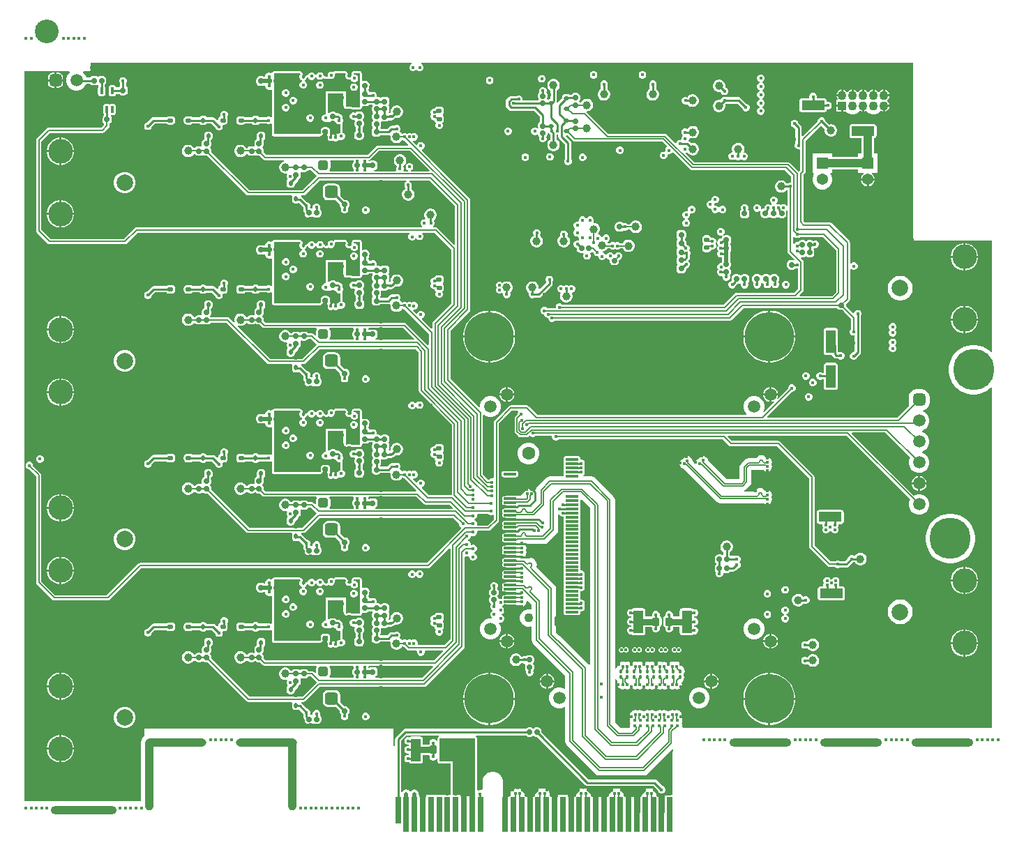
<source format=gbl>
G04*
G04 #@! TF.GenerationSoftware,Altium Limited,Altium Designer,23.10.1 (27)*
G04*
G04 Layer_Physical_Order=6*
G04 Layer_Color=16711680*
%FSAX25Y25*%
%MOIN*%
G70*
G04*
G04 #@! TF.SameCoordinates,24A0423C-D8D6-4CDA-AFC9-E754AC273B9F*
G04*
G04*
G04 #@! TF.FilePolarity,Positive*
G04*
G01*
G75*
%ADD10C,0.02000*%
%ADD12C,0.00984*%
%ADD13C,0.00787*%
%ADD18C,0.01000*%
%ADD19C,0.00500*%
G04:AMPARAMS|DCode=40|XSize=23.62mil|YSize=23.62mil|CornerRadius=5.91mil|HoleSize=0mil|Usage=FLASHONLY|Rotation=270.000|XOffset=0mil|YOffset=0mil|HoleType=Round|Shape=RoundedRectangle|*
%AMROUNDEDRECTD40*
21,1,0.02362,0.01181,0,0,270.0*
21,1,0.01181,0.02362,0,0,270.0*
1,1,0.01181,-0.00591,-0.00591*
1,1,0.01181,-0.00591,0.00591*
1,1,0.01181,0.00591,0.00591*
1,1,0.01181,0.00591,-0.00591*
%
%ADD40ROUNDEDRECTD40*%
G04:AMPARAMS|DCode=46|XSize=23.62mil|YSize=23.62mil|CornerRadius=5.91mil|HoleSize=0mil|Usage=FLASHONLY|Rotation=0.000|XOffset=0mil|YOffset=0mil|HoleType=Round|Shape=RoundedRectangle|*
%AMROUNDEDRECTD46*
21,1,0.02362,0.01181,0,0,0.0*
21,1,0.01181,0.02362,0,0,0.0*
1,1,0.01181,0.00591,-0.00591*
1,1,0.01181,-0.00591,-0.00591*
1,1,0.01181,-0.00591,0.00591*
1,1,0.01181,0.00591,0.00591*
%
%ADD46ROUNDEDRECTD46*%
G04:AMPARAMS|DCode=48|XSize=25.2mil|YSize=25.2mil|CornerRadius=6.3mil|HoleSize=0mil|Usage=FLASHONLY|Rotation=270.000|XOffset=0mil|YOffset=0mil|HoleType=Round|Shape=RoundedRectangle|*
%AMROUNDEDRECTD48*
21,1,0.02520,0.01260,0,0,270.0*
21,1,0.01260,0.02520,0,0,270.0*
1,1,0.01260,-0.00630,-0.00630*
1,1,0.01260,-0.00630,0.00630*
1,1,0.01260,0.00630,0.00630*
1,1,0.01260,0.00630,-0.00630*
%
%ADD48ROUNDEDRECTD48*%
G04:AMPARAMS|DCode=49|XSize=39.37mil|YSize=35.43mil|CornerRadius=8.86mil|HoleSize=0mil|Usage=FLASHONLY|Rotation=90.000|XOffset=0mil|YOffset=0mil|HoleType=Round|Shape=RoundedRectangle|*
%AMROUNDEDRECTD49*
21,1,0.03937,0.01772,0,0,90.0*
21,1,0.02165,0.03543,0,0,90.0*
1,1,0.01772,0.00886,0.01083*
1,1,0.01772,0.00886,-0.01083*
1,1,0.01772,-0.00886,-0.01083*
1,1,0.01772,-0.00886,0.01083*
%
%ADD49ROUNDEDRECTD49*%
G04:AMPARAMS|DCode=51|XSize=25.2mil|YSize=25.2mil|CornerRadius=6.3mil|HoleSize=0mil|Usage=FLASHONLY|Rotation=180.000|XOffset=0mil|YOffset=0mil|HoleType=Round|Shape=RoundedRectangle|*
%AMROUNDEDRECTD51*
21,1,0.02520,0.01260,0,0,180.0*
21,1,0.01260,0.02520,0,0,180.0*
1,1,0.01260,-0.00630,0.00630*
1,1,0.01260,0.00630,0.00630*
1,1,0.01260,0.00630,-0.00630*
1,1,0.01260,-0.00630,-0.00630*
%
%ADD51ROUNDEDRECTD51*%
G04:AMPARAMS|DCode=68|XSize=13.78mil|YSize=15.75mil|CornerRadius=3.45mil|HoleSize=0mil|Usage=FLASHONLY|Rotation=0.000|XOffset=0mil|YOffset=0mil|HoleType=Round|Shape=RoundedRectangle|*
%AMROUNDEDRECTD68*
21,1,0.01378,0.00886,0,0,0.0*
21,1,0.00689,0.01575,0,0,0.0*
1,1,0.00689,0.00345,-0.00443*
1,1,0.00689,-0.00345,-0.00443*
1,1,0.00689,-0.00345,0.00443*
1,1,0.00689,0.00345,0.00443*
%
%ADD68ROUNDEDRECTD68*%
G04:AMPARAMS|DCode=70|XSize=16.54mil|YSize=18.11mil|CornerRadius=4.13mil|HoleSize=0mil|Usage=FLASHONLY|Rotation=0.000|XOffset=0mil|YOffset=0mil|HoleType=Round|Shape=RoundedRectangle|*
%AMROUNDEDRECTD70*
21,1,0.01654,0.00984,0,0,0.0*
21,1,0.00827,0.01811,0,0,0.0*
1,1,0.00827,0.00413,-0.00492*
1,1,0.00827,-0.00413,-0.00492*
1,1,0.00827,-0.00413,0.00492*
1,1,0.00827,0.00413,0.00492*
%
%ADD70ROUNDEDRECTD70*%
%ADD135C,0.01496*%
%ADD151R,0.02756X0.16535*%
%ADD152R,0.02756X0.12598*%
%ADD156C,0.01181*%
%ADD157C,0.01968*%
%ADD162C,0.03937*%
%ADD163C,0.02953*%
%ADD164C,0.00751*%
%ADD165C,0.02756*%
%ADD166C,0.04300*%
%ADD167C,0.06300*%
%ADD168C,0.05906*%
G04:AMPARAMS|DCode=169|XSize=59.06mil|YSize=59.06mil|CornerRadius=14.76mil|HoleSize=0mil|Usage=FLASHONLY|Rotation=270.000|XOffset=0mil|YOffset=0mil|HoleType=Round|Shape=RoundedRectangle|*
%AMROUNDEDRECTD169*
21,1,0.05906,0.02953,0,0,270.0*
21,1,0.02953,0.05906,0,0,270.0*
1,1,0.02953,-0.01476,-0.01476*
1,1,0.02953,-0.01476,0.01476*
1,1,0.02953,0.01476,0.01476*
1,1,0.02953,0.01476,-0.01476*
%
%ADD169ROUNDEDRECTD169*%
G04:AMPARAMS|DCode=170|XSize=59.06mil|YSize=59.06mil|CornerRadius=14.76mil|HoleSize=0mil|Usage=FLASHONLY|Rotation=0.000|XOffset=0mil|YOffset=0mil|HoleType=Round|Shape=RoundedRectangle|*
%AMROUNDEDRECTD170*
21,1,0.05906,0.02953,0,0,0.0*
21,1,0.02953,0.05906,0,0,0.0*
1,1,0.02953,0.01476,-0.01476*
1,1,0.02953,-0.01476,-0.01476*
1,1,0.02953,-0.01476,0.01476*
1,1,0.02953,0.01476,0.01476*
%
%ADD170ROUNDEDRECTD170*%
%ADD171C,0.07874*%
%ADD172C,0.11811*%
%ADD173C,0.05386*%
%ADD174R,0.05386X0.05386*%
%ADD175C,0.04291*%
%ADD176R,0.04291X0.04291*%
%ADD177O,0.29528X0.03937*%
%ADD178O,0.29134X0.03937*%
%ADD179O,0.03937X0.34449*%
%ADD180C,0.23622*%
%ADD181O,0.31496X0.03937*%
%ADD182C,0.19685*%
%ADD183C,0.11339*%
%ADD184C,0.01600*%
G04:AMPARAMS|DCode=186|XSize=12mil|YSize=61mil|CornerRadius=3mil|HoleSize=0mil|Usage=FLASHONLY|Rotation=90.000|XOffset=0mil|YOffset=0mil|HoleType=Round|Shape=RoundedRectangle|*
%AMROUNDEDRECTD186*
21,1,0.01200,0.05500,0,0,90.0*
21,1,0.00600,0.06100,0,0,90.0*
1,1,0.00600,0.02750,0.00300*
1,1,0.00600,0.02750,-0.00300*
1,1,0.00600,-0.02750,-0.00300*
1,1,0.00600,-0.02750,0.00300*
%
%ADD186ROUNDEDRECTD186*%
G04:AMPARAMS|DCode=187|XSize=47mil|YSize=108mil|CornerRadius=4.7mil|HoleSize=0mil|Usage=FLASHONLY|Rotation=90.000|XOffset=0mil|YOffset=0mil|HoleType=Round|Shape=RoundedRectangle|*
%AMROUNDEDRECTD187*
21,1,0.04700,0.09860,0,0,90.0*
21,1,0.03760,0.10800,0,0,90.0*
1,1,0.00940,0.04930,0.01880*
1,1,0.00940,0.04930,-0.01880*
1,1,0.00940,-0.04930,-0.01880*
1,1,0.00940,-0.04930,0.01880*
%
%ADD187ROUNDEDRECTD187*%
G04:AMPARAMS|DCode=188|XSize=108.27mil|YSize=47.24mil|CornerRadius=2.36mil|HoleSize=0mil|Usage=FLASHONLY|Rotation=0.000|XOffset=0mil|YOffset=0mil|HoleType=Round|Shape=RoundedRectangle|*
%AMROUNDEDRECTD188*
21,1,0.10827,0.04252,0,0,0.0*
21,1,0.10354,0.04724,0,0,0.0*
1,1,0.00472,0.05177,-0.02126*
1,1,0.00472,-0.05177,-0.02126*
1,1,0.00472,-0.05177,0.02126*
1,1,0.00472,0.05177,0.02126*
%
%ADD188ROUNDEDRECTD188*%
G04:AMPARAMS|DCode=189|XSize=108.27mil|YSize=47.24mil|CornerRadius=2.36mil|HoleSize=0mil|Usage=FLASHONLY|Rotation=90.000|XOffset=0mil|YOffset=0mil|HoleType=Round|Shape=RoundedRectangle|*
%AMROUNDEDRECTD189*
21,1,0.10827,0.04252,0,0,90.0*
21,1,0.10354,0.04724,0,0,90.0*
1,1,0.00472,0.02126,0.05177*
1,1,0.00472,0.02126,-0.05177*
1,1,0.00472,-0.02126,-0.05177*
1,1,0.00472,-0.02126,0.05177*
%
%ADD189ROUNDEDRECTD189*%
G04:AMPARAMS|DCode=190|XSize=149.61mil|YSize=79.92mil|CornerRadius=4mil|HoleSize=0mil|Usage=FLASHONLY|Rotation=180.000|XOffset=0mil|YOffset=0mil|HoleType=Round|Shape=RoundedRectangle|*
%AMROUNDEDRECTD190*
21,1,0.14961,0.07193,0,0,180.0*
21,1,0.14161,0.07992,0,0,180.0*
1,1,0.00799,-0.07081,0.03597*
1,1,0.00799,0.07081,0.03597*
1,1,0.00799,0.07081,-0.03597*
1,1,0.00799,-0.07081,-0.03597*
%
%ADD190ROUNDEDRECTD190*%
G04:AMPARAMS|DCode=191|XSize=25.59mil|YSize=19.68mil|CornerRadius=4.92mil|HoleSize=0mil|Usage=FLASHONLY|Rotation=0.000|XOffset=0mil|YOffset=0mil|HoleType=Round|Shape=RoundedRectangle|*
%AMROUNDEDRECTD191*
21,1,0.02559,0.00984,0,0,0.0*
21,1,0.01575,0.01968,0,0,0.0*
1,1,0.00984,0.00787,-0.00492*
1,1,0.00984,-0.00787,-0.00492*
1,1,0.00984,-0.00787,0.00492*
1,1,0.00984,0.00787,0.00492*
%
%ADD191ROUNDEDRECTD191*%
G04:AMPARAMS|DCode=192|XSize=22.84mil|YSize=62.21mil|CornerRadius=5.71mil|HoleSize=0mil|Usage=FLASHONLY|Rotation=0.000|XOffset=0mil|YOffset=0mil|HoleType=Round|Shape=RoundedRectangle|*
%AMROUNDEDRECTD192*
21,1,0.02284,0.05079,0,0,0.0*
21,1,0.01142,0.06221,0,0,0.0*
1,1,0.01142,0.00571,-0.02539*
1,1,0.01142,-0.00571,-0.02539*
1,1,0.01142,-0.00571,0.02539*
1,1,0.01142,0.00571,0.02539*
%
%ADD192ROUNDEDRECTD192*%
G04:AMPARAMS|DCode=193|XSize=23.62mil|YSize=21.65mil|CornerRadius=5.41mil|HoleSize=0mil|Usage=FLASHONLY|Rotation=180.000|XOffset=0mil|YOffset=0mil|HoleType=Round|Shape=RoundedRectangle|*
%AMROUNDEDRECTD193*
21,1,0.02362,0.01083,0,0,180.0*
21,1,0.01280,0.02165,0,0,180.0*
1,1,0.01083,-0.00640,0.00541*
1,1,0.01083,0.00640,0.00541*
1,1,0.01083,0.00640,-0.00541*
1,1,0.01083,-0.00640,-0.00541*
%
%ADD193ROUNDEDRECTD193*%
G04:AMPARAMS|DCode=194|XSize=19.68mil|YSize=19.68mil|CornerRadius=4.92mil|HoleSize=0mil|Usage=FLASHONLY|Rotation=180.000|XOffset=0mil|YOffset=0mil|HoleType=Round|Shape=RoundedRectangle|*
%AMROUNDEDRECTD194*
21,1,0.01968,0.00984,0,0,180.0*
21,1,0.00984,0.01968,0,0,180.0*
1,1,0.00984,-0.00492,0.00492*
1,1,0.00984,0.00492,0.00492*
1,1,0.00984,0.00492,-0.00492*
1,1,0.00984,-0.00492,-0.00492*
%
%ADD194ROUNDEDRECTD194*%
%ADD195C,0.03937*%
G04:AMPARAMS|DCode=196|XSize=18.5mil|YSize=23.62mil|CornerRadius=4.63mil|HoleSize=0mil|Usage=FLASHONLY|Rotation=270.000|XOffset=0mil|YOffset=0mil|HoleType=Round|Shape=RoundedRectangle|*
%AMROUNDEDRECTD196*
21,1,0.01850,0.01437,0,0,270.0*
21,1,0.00925,0.02362,0,0,270.0*
1,1,0.00925,-0.00719,-0.00463*
1,1,0.00925,-0.00719,0.00463*
1,1,0.00925,0.00719,0.00463*
1,1,0.00925,0.00719,-0.00463*
%
%ADD196ROUNDEDRECTD196*%
G04:AMPARAMS|DCode=197|XSize=18.5mil|YSize=23.62mil|CornerRadius=4.63mil|HoleSize=0mil|Usage=FLASHONLY|Rotation=180.000|XOffset=0mil|YOffset=0mil|HoleType=Round|Shape=RoundedRectangle|*
%AMROUNDEDRECTD197*
21,1,0.01850,0.01437,0,0,180.0*
21,1,0.00925,0.02362,0,0,180.0*
1,1,0.00925,-0.00463,0.00719*
1,1,0.00925,0.00463,0.00719*
1,1,0.00925,0.00463,-0.00719*
1,1,0.00925,-0.00463,-0.00719*
%
%ADD197ROUNDEDRECTD197*%
G04:AMPARAMS|DCode=198|XSize=47.24mil|YSize=47.24mil|CornerRadius=11.81mil|HoleSize=0mil|Usage=FLASHONLY|Rotation=0.000|XOffset=0mil|YOffset=0mil|HoleType=Round|Shape=RoundedRectangle|*
%AMROUNDEDRECTD198*
21,1,0.04724,0.02362,0,0,0.0*
21,1,0.02362,0.04724,0,0,0.0*
1,1,0.02362,0.01181,-0.01181*
1,1,0.02362,-0.01181,-0.01181*
1,1,0.02362,-0.01181,0.01181*
1,1,0.02362,0.01181,0.01181*
%
%ADD198ROUNDEDRECTD198*%
G04:AMPARAMS|DCode=199|XSize=62.99mil|YSize=59.06mil|CornerRadius=14.76mil|HoleSize=0mil|Usage=FLASHONLY|Rotation=0.000|XOffset=0mil|YOffset=0mil|HoleType=Round|Shape=RoundedRectangle|*
%AMROUNDEDRECTD199*
21,1,0.06299,0.02953,0,0,0.0*
21,1,0.03347,0.05906,0,0,0.0*
1,1,0.02953,0.01673,-0.01476*
1,1,0.02953,-0.01673,-0.01476*
1,1,0.02953,-0.01673,0.01476*
1,1,0.02953,0.01673,0.01476*
%
%ADD199ROUNDEDRECTD199*%
G04:AMPARAMS|DCode=200|XSize=15.75mil|YSize=33.47mil|CornerRadius=3.94mil|HoleSize=0mil|Usage=FLASHONLY|Rotation=0.000|XOffset=0mil|YOffset=0mil|HoleType=Round|Shape=RoundedRectangle|*
%AMROUNDEDRECTD200*
21,1,0.01575,0.02559,0,0,0.0*
21,1,0.00787,0.03347,0,0,0.0*
1,1,0.00787,0.00394,-0.01280*
1,1,0.00787,-0.00394,-0.01280*
1,1,0.00787,-0.00394,0.01280*
1,1,0.00787,0.00394,0.01280*
%
%ADD200ROUNDEDRECTD200*%
G36*
X0425961Y0297244D02*
X0426053Y0296783D01*
X0426314Y0296393D01*
X0426705Y0296132D01*
X0427165Y0296040D01*
X0463547D01*
Y0242830D01*
X0463086Y0242639D01*
X0462439Y0243285D01*
X0460931Y0244381D01*
X0459270Y0245227D01*
X0457498Y0245803D01*
X0455656Y0246094D01*
X0453792D01*
X0451951Y0245803D01*
X0450178Y0245227D01*
X0448518Y0244381D01*
X0447010Y0243285D01*
X0445691Y0241967D01*
X0444596Y0240459D01*
X0443750Y0238798D01*
X0443174Y0237025D01*
X0442882Y0235184D01*
Y0233320D01*
X0443174Y0231479D01*
X0443750Y0229706D01*
X0444596Y0228045D01*
X0445691Y0226537D01*
X0447010Y0225219D01*
X0448518Y0224123D01*
X0450178Y0223277D01*
X0451951Y0222701D01*
X0453792Y0222410D01*
X0455656D01*
X0457498Y0222701D01*
X0459270Y0223277D01*
X0460931Y0224123D01*
X0462439Y0225219D01*
X0463086Y0225865D01*
X0463547Y0225674D01*
Y0063028D01*
X0316000D01*
X0315601Y0063528D01*
X0315709Y0064075D01*
Y0064173D01*
X0315525Y0065100D01*
X0315289Y0065453D01*
X0315525Y0065805D01*
X0315709Y0066732D01*
Y0066831D01*
X0315525Y0067758D01*
X0315198Y0068246D01*
X0315354Y0069028D01*
Y0069258D01*
X0315170Y0070185D01*
X0314645Y0070970D01*
X0313859Y0071495D01*
X0312932Y0071680D01*
X0312005Y0071495D01*
X0311882Y0071413D01*
X0311759Y0071495D01*
X0310832Y0071680D01*
X0309905Y0071495D01*
X0309272Y0071073D01*
X0308929Y0071007D01*
X0308586Y0071073D01*
X0307953Y0071495D01*
X0307026Y0071680D01*
X0306100Y0071495D01*
X0305976Y0071413D01*
X0305853Y0071495D01*
X0304926Y0071680D01*
X0303999Y0071495D01*
X0303367Y0071073D01*
X0303024Y0071007D01*
X0302681Y0071073D01*
X0302048Y0071495D01*
X0301121Y0071680D01*
X0300194Y0071495D01*
X0300071Y0071413D01*
X0299948Y0071495D01*
X0299021Y0071680D01*
X0298094Y0071495D01*
X0297461Y0071073D01*
X0297118Y0071007D01*
X0296775Y0071073D01*
X0296142Y0071495D01*
X0295215Y0071680D01*
X0294288Y0071495D01*
X0294165Y0071413D01*
X0294042Y0071495D01*
X0293115Y0071680D01*
X0292188Y0071495D01*
X0291403Y0070970D01*
X0290878Y0070185D01*
X0290693Y0069258D01*
Y0069028D01*
X0290861Y0068183D01*
X0290577Y0067758D01*
X0290393Y0066831D01*
Y0066732D01*
X0290577Y0065805D01*
X0290813Y0065453D01*
X0290577Y0065100D01*
X0290393Y0064173D01*
Y0064075D01*
X0290536Y0063355D01*
X0290256Y0062916D01*
X0290172Y0062855D01*
X0286237D01*
X0283398Y0065695D01*
Y0086313D01*
X0283860Y0086443D01*
X0283898Y0086436D01*
X0284409Y0085670D01*
X0284684Y0085395D01*
Y0083760D01*
X0284869Y0082833D01*
X0285394Y0082047D01*
X0286179Y0081522D01*
X0287106Y0081338D01*
X0288033Y0081522D01*
X0288238Y0081659D01*
X0288443Y0081522D01*
X0289370Y0081338D01*
X0290297Y0081522D01*
X0290885Y0081915D01*
X0291240Y0082007D01*
X0291596Y0081915D01*
X0292183Y0081522D01*
X0293110Y0081338D01*
X0294037Y0081522D01*
X0294214Y0081640D01*
X0294391Y0081522D01*
X0295318Y0081338D01*
X0296245Y0081522D01*
X0297031Y0082047D01*
X0297303D01*
X0298089Y0081522D01*
X0299016Y0081338D01*
X0299943Y0081522D01*
X0300120Y0081640D01*
X0300297Y0081522D01*
X0301224Y0081338D01*
X0302151Y0081522D01*
X0302709Y0081895D01*
X0303072Y0082006D01*
X0303436Y0081895D01*
X0303994Y0081522D01*
X0304921Y0081338D01*
X0305848Y0081522D01*
X0306025Y0081640D01*
X0306202Y0081522D01*
X0307129Y0081338D01*
X0308056Y0081522D01*
X0308842Y0082047D01*
X0309114D01*
X0309900Y0081522D01*
X0310827Y0081338D01*
X0311754Y0081522D01*
X0311931Y0081640D01*
X0312108Y0081522D01*
X0313035Y0081338D01*
X0313962Y0081522D01*
X0314747Y0082047D01*
X0315272Y0082833D01*
X0315457Y0083760D01*
X0315313Y0084482D01*
Y0084802D01*
X0315788Y0085276D01*
X0316313Y0086062D01*
X0316497Y0086989D01*
Y0087441D01*
X0316313Y0088368D01*
X0316185Y0088559D01*
X0316608Y0089191D01*
X0316792Y0090118D01*
Y0090176D01*
X0316608Y0091103D01*
X0316083Y0091889D01*
X0315634Y0092337D01*
X0315459Y0092454D01*
X0315332Y0093095D01*
X0314807Y0093880D01*
X0314645Y0094043D01*
X0313859Y0094568D01*
X0312932Y0094752D01*
X0312005Y0094568D01*
X0311882Y0094486D01*
X0311759Y0094568D01*
X0310832Y0094752D01*
X0309905Y0094568D01*
X0309119Y0094043D01*
X0308560Y0094106D01*
X0307963Y0094505D01*
X0307036Y0094689D01*
X0306109Y0094505D01*
X0306026Y0094449D01*
X0305848Y0094568D01*
X0304921Y0094752D01*
X0303994Y0094568D01*
X0303365Y0094147D01*
X0303021Y0094080D01*
X0302677Y0094147D01*
X0302048Y0094568D01*
X0301121Y0094752D01*
X0300194Y0094568D01*
X0300071Y0094486D01*
X0299948Y0094568D01*
X0299021Y0094752D01*
X0298094Y0094568D01*
X0297461Y0094145D01*
X0297118Y0094079D01*
X0296775Y0094145D01*
X0296142Y0094568D01*
X0295215Y0094752D01*
X0294288Y0094568D01*
X0294165Y0094486D01*
X0294042Y0094568D01*
X0293115Y0094752D01*
X0292189Y0094568D01*
X0291403Y0094043D01*
X0290870Y0094145D01*
X0290237Y0094568D01*
X0289310Y0094752D01*
X0288383Y0094568D01*
X0288260Y0094486D01*
X0288137Y0094568D01*
X0287210Y0094752D01*
X0286283Y0094568D01*
X0285497Y0094043D01*
X0285399Y0093944D01*
X0284874Y0093159D01*
X0284698Y0092276D01*
X0284311Y0091889D01*
X0283898Y0091271D01*
X0283398Y0091422D01*
Y0172073D01*
X0283213Y0173000D01*
X0282688Y0173786D01*
X0273885Y0182590D01*
X0273099Y0183115D01*
X0272172Y0183299D01*
X0268420D01*
X0268295Y0183679D01*
X0268287Y0183799D01*
X0268770Y0184282D01*
X0269044Y0184943D01*
Y0185660D01*
X0268770Y0186321D01*
X0268739Y0186352D01*
X0268770Y0186382D01*
X0269044Y0187043D01*
Y0187760D01*
X0268770Y0188421D01*
X0268739Y0188452D01*
X0268770Y0188482D01*
X0269044Y0189144D01*
Y0189860D01*
X0268770Y0190521D01*
X0268263Y0191027D01*
X0267602Y0191302D01*
X0266969D01*
Y0191639D01*
X0266868Y0192146D01*
X0266581Y0192576D01*
X0266151Y0192863D01*
X0265644Y0192964D01*
X0260144D01*
X0259636Y0192863D01*
X0259207Y0192576D01*
X0258919Y0192146D01*
X0258818Y0191639D01*
Y0191039D01*
X0258919Y0190531D01*
X0259037Y0190354D01*
X0258919Y0190177D01*
X0258818Y0189670D01*
Y0189070D01*
X0258919Y0188563D01*
X0259037Y0188386D01*
X0258919Y0188209D01*
X0258818Y0187702D01*
Y0187102D01*
X0258919Y0186594D01*
X0259037Y0186417D01*
X0258919Y0186240D01*
X0258818Y0185733D01*
Y0185133D01*
X0258919Y0184626D01*
X0259037Y0184449D01*
X0258919Y0184272D01*
X0258818Y0183765D01*
Y0183299D01*
X0252336D01*
X0251409Y0183115D01*
X0250623Y0182590D01*
X0246347Y0178314D01*
X0245822Y0177528D01*
X0245681Y0176819D01*
X0245456Y0176720D01*
X0245156Y0176655D01*
X0244431Y0177139D01*
X0243504Y0177324D01*
X0242577Y0177139D01*
X0242486Y0177079D01*
X0242331Y0177182D01*
X0241404Y0177367D01*
X0240477Y0177182D01*
X0239692Y0176657D01*
X0239167Y0175872D01*
X0238982Y0174945D01*
X0238783Y0174701D01*
X0236824D01*
X0236150Y0174836D01*
X0234156D01*
X0234096Y0174875D01*
X0233169Y0175060D01*
X0232242Y0174875D01*
X0231457Y0174351D01*
X0231058Y0173753D01*
X0230419D01*
X0230107Y0173691D01*
X0229842Y0173515D01*
X0229666Y0173250D01*
X0229604Y0172938D01*
Y0172338D01*
X0229666Y0172026D01*
X0229842Y0171761D01*
Y0171546D01*
X0229666Y0171281D01*
X0229604Y0170969D01*
Y0170369D01*
X0229666Y0170057D01*
X0229842Y0169792D01*
X0230107Y0169616D01*
X0230419Y0169554D01*
X0231058D01*
X0231457Y0168957D01*
X0232242Y0168431D01*
X0232651Y0168350D01*
X0232661Y0168331D01*
X0232613Y0167848D01*
X0230419D01*
X0230107Y0167786D01*
X0229842Y0167609D01*
X0229666Y0167344D01*
X0229604Y0167032D01*
Y0166432D01*
X0229666Y0166120D01*
X0229803Y0165748D01*
X0229666Y0165376D01*
X0229604Y0165064D01*
Y0164464D01*
X0229666Y0164152D01*
X0229842Y0163887D01*
X0230107Y0163710D01*
X0230419Y0163648D01*
X0231058D01*
X0231457Y0163051D01*
Y0162540D01*
X0231058Y0161942D01*
X0230419D01*
X0230107Y0161880D01*
X0229842Y0161704D01*
X0229666Y0161439D01*
X0229604Y0161127D01*
Y0160527D01*
X0229666Y0160215D01*
X0229803Y0159843D01*
X0229666Y0159470D01*
X0229604Y0159158D01*
Y0158558D01*
X0229666Y0158246D01*
X0229842Y0157982D01*
X0230107Y0157805D01*
X0230419Y0157743D01*
X0231058D01*
X0231457Y0157146D01*
X0231465Y0157140D01*
Y0156640D01*
X0231457Y0156634D01*
X0231058Y0156037D01*
X0230419D01*
X0230107Y0155975D01*
X0229842Y0155798D01*
X0229666Y0155533D01*
X0229604Y0155221D01*
Y0154621D01*
X0229666Y0154309D01*
X0229803Y0153937D01*
X0229666Y0153565D01*
X0229604Y0153253D01*
Y0152653D01*
X0229666Y0152341D01*
X0229842Y0152076D01*
X0230107Y0151899D01*
X0230419Y0151837D01*
X0231058D01*
X0231457Y0151240D01*
X0231465Y0151234D01*
Y0150734D01*
X0231457Y0150728D01*
X0231058Y0150131D01*
X0230419D01*
X0230107Y0150069D01*
X0229842Y0149892D01*
X0229666Y0149628D01*
X0229604Y0149316D01*
Y0148716D01*
X0229666Y0148404D01*
X0229803Y0148031D01*
X0229666Y0147659D01*
X0229604Y0147347D01*
Y0146747D01*
X0229666Y0146435D01*
X0229842Y0146170D01*
X0230107Y0145994D01*
X0230419Y0145932D01*
X0231090D01*
X0231438Y0145412D01*
X0231457Y0144823D01*
X0231058Y0144226D01*
X0230419D01*
X0230107Y0144164D01*
X0229842Y0143987D01*
X0229666Y0143722D01*
X0229604Y0143410D01*
Y0142810D01*
X0229666Y0142498D01*
X0229842Y0142234D01*
Y0142018D01*
X0229666Y0141754D01*
X0229604Y0141442D01*
Y0140842D01*
X0229666Y0140530D01*
X0229842Y0140265D01*
X0230107Y0140088D01*
X0230419Y0140026D01*
X0231058D01*
X0231415Y0139491D01*
X0231465Y0139289D01*
Y0139057D01*
X0231415Y0138855D01*
X0231058Y0138320D01*
X0230419D01*
X0230107Y0138258D01*
X0229842Y0138082D01*
X0229666Y0137817D01*
X0229604Y0137505D01*
Y0136905D01*
X0229666Y0136593D01*
X0229842Y0136328D01*
Y0136113D01*
X0229666Y0135848D01*
X0229604Y0135536D01*
Y0134936D01*
X0229666Y0134624D01*
X0229842Y0134359D01*
X0230107Y0134183D01*
X0230419Y0134121D01*
X0231090D01*
X0231555Y0133425D01*
X0231400Y0132927D01*
X0231058Y0132415D01*
X0230419D01*
X0230107Y0132353D01*
X0229842Y0132176D01*
X0229666Y0131911D01*
X0229604Y0131599D01*
Y0130999D01*
X0229666Y0130687D01*
X0229803Y0130315D01*
X0229666Y0129943D01*
X0229604Y0129631D01*
Y0129031D01*
X0229666Y0128719D01*
X0229842Y0128454D01*
X0230107Y0128277D01*
X0230419Y0128215D01*
X0231058D01*
X0231457Y0127618D01*
X0231465Y0127612D01*
Y0127112D01*
X0231457Y0127106D01*
X0231058Y0126509D01*
X0230419D01*
X0230107Y0126447D01*
X0229842Y0126270D01*
X0229666Y0126006D01*
X0229604Y0125694D01*
Y0125163D01*
X0229442Y0124993D01*
X0229150Y0124810D01*
X0229098Y0124831D01*
X0228382D01*
X0228270Y0124785D01*
X0227742Y0125108D01*
X0227679Y0125424D01*
X0227328Y0125950D01*
Y0126019D01*
X0227679Y0126545D01*
X0227803Y0127165D01*
Y0128347D01*
X0227679Y0128967D01*
X0227328Y0129493D01*
X0227120Y0129632D01*
Y0129894D01*
X0227391Y0130547D01*
Y0131264D01*
X0227116Y0131925D01*
X0226610Y0132431D01*
X0225949Y0132705D01*
X0225233D01*
X0224571Y0132431D01*
X0224065Y0131925D01*
X0223791Y0131264D01*
Y0130547D01*
X0224061Y0129894D01*
Y0129632D01*
X0223853Y0129493D01*
X0223502Y0128967D01*
X0223378Y0128347D01*
Y0127165D01*
X0223502Y0126545D01*
X0223853Y0126019D01*
Y0125950D01*
X0223502Y0125424D01*
X0223378Y0124803D01*
Y0123622D01*
X0223502Y0123001D01*
X0223853Y0122475D01*
X0224061Y0122336D01*
Y0122074D01*
X0223791Y0121421D01*
Y0120705D01*
X0224065Y0120043D01*
X0224571Y0119537D01*
X0224867Y0119414D01*
Y0118873D01*
X0224571Y0118750D01*
X0224065Y0118244D01*
X0223791Y0117582D01*
Y0116866D01*
X0224065Y0116205D01*
X0224499Y0115770D01*
X0224430Y0115431D01*
X0224346Y0115270D01*
X0223234D01*
X0221974Y0114933D01*
X0220845Y0114281D01*
X0219923Y0113358D01*
X0219271Y0112229D01*
X0218933Y0110969D01*
Y0109666D01*
X0219271Y0108406D01*
X0219923Y0107276D01*
X0220845Y0106354D01*
X0221974Y0105702D01*
X0223234Y0105365D01*
X0224538D01*
X0225798Y0105702D01*
X0226927Y0106354D01*
X0227849Y0107276D01*
X0228501Y0108406D01*
X0228839Y0109666D01*
Y0110969D01*
X0228501Y0112229D01*
X0228018Y0113065D01*
X0228366Y0113462D01*
X0228382Y0113456D01*
X0229098D01*
X0229760Y0113730D01*
X0230266Y0114236D01*
X0230540Y0114898D01*
Y0115614D01*
X0230266Y0116276D01*
X0229760Y0116782D01*
X0229345Y0116954D01*
Y0117495D01*
X0229760Y0117667D01*
X0230266Y0118173D01*
X0230540Y0118835D01*
Y0119551D01*
X0230266Y0120212D01*
X0229760Y0120719D01*
X0229464Y0120842D01*
Y0121383D01*
X0229760Y0121505D01*
X0230266Y0122012D01*
X0230392Y0122315D01*
X0230419Y0122310D01*
X0231058D01*
X0231457Y0121713D01*
X0231555Y0121614D01*
X0232341Y0121089D01*
X0233268Y0120905D01*
X0238769D01*
X0239695Y0121089D01*
X0240481Y0121614D01*
X0241006Y0122400D01*
X0241191Y0123327D01*
X0241105Y0123759D01*
X0241565Y0124005D01*
X0243543Y0122028D01*
Y0119879D01*
X0243146Y0119574D01*
X0242672Y0119701D01*
X0241580D01*
X0240524Y0119418D01*
X0239578Y0118872D01*
X0238805Y0118099D01*
X0238259Y0117153D01*
X0237976Y0116097D01*
Y0115005D01*
X0238259Y0113949D01*
X0238805Y0113003D01*
X0239578Y0112230D01*
X0240524Y0111684D01*
X0241580Y0111401D01*
X0242672D01*
X0243146Y0111528D01*
X0243543Y0111224D01*
Y0105120D01*
X0243727Y0104193D01*
X0244252Y0103408D01*
X0259586Y0088074D01*
Y0082037D01*
X0259153Y0081787D01*
X0258676Y0082063D01*
X0257416Y0082400D01*
X0256112D01*
X0254852Y0082063D01*
X0253723Y0081411D01*
X0252801Y0080489D01*
X0252149Y0079359D01*
X0251811Y0078100D01*
Y0076795D01*
X0252149Y0075536D01*
X0252801Y0074406D01*
X0253723Y0073484D01*
X0254852Y0072832D01*
X0256112Y0072495D01*
X0257416D01*
X0258676Y0072832D01*
X0259153Y0073108D01*
X0259586Y0072858D01*
Y0056595D01*
X0259770Y0055668D01*
X0260295Y0054882D01*
X0274145Y0041032D01*
X0274931Y0040507D01*
X0275857Y0040323D01*
X0297270D01*
X0298197Y0040507D01*
X0298983Y0041032D01*
X0310723Y0052772D01*
X0311185Y0052581D01*
Y0052463D01*
X0311058Y0051825D01*
Y0051736D01*
X0311037Y0051649D01*
X0311002Y0050945D01*
X0311006Y0050915D01*
X0311000Y0050886D01*
Y0030921D01*
X0307268D01*
Y0029921D01*
X0303650D01*
Y0030421D01*
X0303325D01*
Y0031696D01*
X0303141Y0032623D01*
X0302616Y0033409D01*
X0301830Y0033934D01*
X0300903Y0034119D01*
X0299976Y0033934D01*
X0299853Y0033852D01*
X0299730Y0033934D01*
X0298803Y0034119D01*
X0297876Y0033934D01*
X0297090Y0033409D01*
X0296565Y0032623D01*
X0296381Y0031696D01*
Y0030421D01*
X0295957D01*
Y0029921D01*
X0287902D01*
Y0030421D01*
X0287577D01*
Y0031752D01*
X0287392Y0032679D01*
X0286867Y0033465D01*
X0286081Y0033990D01*
X0285155Y0034174D01*
X0284228Y0033990D01*
X0284104Y0033908D01*
X0283981Y0033990D01*
X0283054Y0034174D01*
X0282128Y0033990D01*
X0281342Y0033465D01*
X0280817Y0032679D01*
X0280632Y0031752D01*
Y0030421D01*
X0280209D01*
Y0029921D01*
X0272153D01*
Y0030421D01*
X0271829D01*
Y0031666D01*
X0271644Y0032593D01*
X0271119Y0033379D01*
X0270333Y0033904D01*
X0269407Y0034088D01*
X0268480Y0033904D01*
X0268356Y0033822D01*
X0268233Y0033904D01*
X0267306Y0034088D01*
X0266380Y0033904D01*
X0265594Y0033379D01*
X0265069Y0032593D01*
X0264884Y0031666D01*
Y0030421D01*
X0264461D01*
Y0029921D01*
X0260842D01*
Y0030921D01*
X0256087D01*
Y0029921D01*
X0252468D01*
Y0030421D01*
X0252144D01*
Y0031708D01*
X0251959Y0032635D01*
X0251434Y0033421D01*
X0250648Y0033946D01*
X0249722Y0034130D01*
X0248795Y0033946D01*
X0248672Y0033863D01*
X0248548Y0033946D01*
X0247621Y0034130D01*
X0246695Y0033946D01*
X0245909Y0033421D01*
X0245384Y0032635D01*
X0245199Y0031708D01*
Y0030421D01*
X0244776D01*
Y0029921D01*
X0240657D01*
Y0030421D01*
X0240333D01*
Y0031533D01*
X0240148Y0032460D01*
X0239623Y0033246D01*
X0238837Y0033771D01*
X0237911Y0033955D01*
X0236984Y0033771D01*
X0236860Y0033688D01*
X0236737Y0033771D01*
X0235810Y0033955D01*
X0234884Y0033771D01*
X0234098Y0033246D01*
X0233573Y0032460D01*
X0233388Y0031533D01*
Y0030421D01*
X0232965D01*
Y0029921D01*
X0229944D01*
Y0037205D01*
X0229937Y0037244D01*
X0229942Y0037284D01*
X0229910Y0037772D01*
X0229879Y0037886D01*
X0229871Y0038005D01*
X0229619Y0038948D01*
X0229549Y0039089D01*
X0229498Y0039238D01*
X0229010Y0040084D01*
X0228906Y0040202D01*
X0228819Y0040333D01*
X0228128Y0041023D01*
X0227997Y0041111D01*
X0227879Y0041215D01*
X0227033Y0041703D01*
X0226884Y0041754D01*
X0226743Y0041823D01*
X0225800Y0042076D01*
X0225643Y0042086D01*
X0225488Y0042117D01*
X0224512D01*
X0224357Y0042086D01*
X0224200Y0042076D01*
X0223257Y0041823D01*
X0223116Y0041754D01*
X0222967Y0041703D01*
X0222121Y0041215D01*
X0222003Y0041111D01*
X0221872Y0041023D01*
X0221181Y0040333D01*
X0221094Y0040202D01*
X0220990Y0040084D01*
X0220502Y0039238D01*
X0220451Y0039089D01*
X0220381Y0038948D01*
X0220129Y0038005D01*
X0220121Y0037886D01*
X0220090Y0037772D01*
X0220058Y0037284D01*
X0220063Y0037244D01*
X0220056Y0037205D01*
Y0033532D01*
X0219556Y0033198D01*
X0219318Y0033296D01*
X0218602D01*
X0218082Y0033081D01*
X0217582Y0033317D01*
Y0033563D01*
X0217555Y0033699D01*
Y0058071D01*
X0217477Y0058461D01*
X0217256Y0058792D01*
X0216953Y0058994D01*
X0216948Y0059031D01*
X0217180Y0059494D01*
X0240742D01*
X0240881Y0059286D01*
X0241407Y0058935D01*
X0242028Y0058811D01*
X0243209D01*
X0243829Y0058935D01*
X0244355Y0059286D01*
X0244424D01*
X0244950Y0058935D01*
X0245571Y0058811D01*
X0246211D01*
X0269293Y0035730D01*
X0269789Y0035398D01*
X0270374Y0035282D01*
X0301729D01*
X0303912Y0033098D01*
X0304183Y0032445D01*
X0304689Y0031939D01*
X0305351Y0031665D01*
X0306067D01*
X0306728Y0031939D01*
X0307235Y0032445D01*
X0307509Y0033106D01*
Y0033823D01*
X0307235Y0034484D01*
X0306728Y0034991D01*
X0306075Y0035261D01*
X0303444Y0037892D01*
X0302947Y0038224D01*
X0302362Y0038340D01*
X0271007D01*
X0248374Y0060974D01*
Y0061614D01*
X0248250Y0062235D01*
X0247899Y0062761D01*
X0247373Y0063112D01*
X0246752Y0063236D01*
X0245571D01*
X0244950Y0063112D01*
X0244424Y0062761D01*
X0244355D01*
X0243829Y0063112D01*
X0243209Y0063236D01*
X0242028D01*
X0241407Y0063112D01*
X0240881Y0062761D01*
X0240742Y0062553D01*
X0183268D01*
X0182682Y0062437D01*
X0182186Y0062105D01*
X0178741Y0058660D01*
X0178410Y0058164D01*
X0178293Y0057579D01*
Y0054479D01*
X0177793Y0054265D01*
X0177707Y0054347D01*
Y0062206D01*
X0177548Y0062589D01*
X0177165Y0062747D01*
X0059055Y0062748D01*
X0058672Y0062589D01*
X0058514Y0062206D01*
X0058514Y0059179D01*
X0058193Y0058933D01*
X0057557Y0058104D01*
X0057157Y0057138D01*
X0057021Y0056102D01*
X0057021Y0056102D01*
Y0028100D01*
X0001204D01*
Y0376933D01*
X0022647D01*
X0022854Y0376433D01*
X0022100Y0375679D01*
X0021448Y0374550D01*
X0021110Y0373290D01*
Y0371986D01*
X0021448Y0370726D01*
X0022100Y0369597D01*
X0023022Y0368675D01*
X0024151Y0368023D01*
X0025411Y0367685D01*
X0026715D01*
X0027975Y0368023D01*
X0029104Y0368675D01*
X0030026Y0369597D01*
X0030678Y0370726D01*
X0030731Y0370921D01*
X0032664D01*
X0032810Y0370704D01*
X0033336Y0370352D01*
X0033957Y0370229D01*
X0035138D01*
X0035758Y0370352D01*
X0035916Y0370458D01*
X0036075Y0370547D01*
X0036561Y0370287D01*
Y0369707D01*
X0036384Y0369441D01*
X0036276Y0368898D01*
Y0366339D01*
X0036384Y0365795D01*
X0036692Y0365334D01*
X0037153Y0365026D01*
X0037697Y0364918D01*
X0038484D01*
X0039028Y0365026D01*
X0039489Y0365334D01*
X0039797Y0365795D01*
X0039905Y0366339D01*
Y0368898D01*
X0039797Y0369441D01*
X0039620Y0369707D01*
Y0370565D01*
X0039828Y0370704D01*
X0040179Y0371230D01*
X0040303Y0371850D01*
Y0373031D01*
X0040179Y0373652D01*
X0039828Y0374178D01*
X0039302Y0374530D01*
X0038681Y0374653D01*
X0037500D01*
X0036879Y0374530D01*
X0036722Y0374424D01*
X0036319Y0374198D01*
X0035916Y0374424D01*
X0035758Y0374530D01*
X0035138Y0374653D01*
X0033957D01*
X0033336Y0374530D01*
X0032810Y0374178D01*
X0032678Y0373980D01*
X0030831D01*
X0030678Y0374550D01*
X0030026Y0375679D01*
X0029272Y0376433D01*
X0029479Y0376933D01*
X0031890D01*
X0032280Y0377011D01*
X0032611Y0377232D01*
X0032832Y0377563D01*
X0032909Y0377953D01*
Y0380870D01*
X0186140D01*
X0186239Y0380370D01*
X0185988Y0380266D01*
X0185482Y0379760D01*
X0185208Y0379098D01*
Y0378382D01*
X0185482Y0377720D01*
X0185988Y0377214D01*
X0186650Y0376940D01*
X0187366D01*
X0188028Y0377214D01*
X0188533Y0377720D01*
X0189039Y0377214D01*
X0189701Y0376940D01*
X0190417D01*
X0191079Y0377214D01*
X0191585Y0377720D01*
X0191859Y0378382D01*
Y0379098D01*
X0191585Y0379760D01*
X0191079Y0380266D01*
X0190828Y0380370D01*
X0190927Y0380870D01*
X0425961D01*
Y0297244D01*
D02*
G37*
G36*
X0271397Y0168190D02*
Y0093358D01*
X0270918Y0093213D01*
X0270877Y0093274D01*
X0258208Y0105944D01*
X0258208Y0105944D01*
X0257030Y0107122D01*
X0257030Y0107122D01*
X0255346Y0108805D01*
Y0129652D01*
X0255162Y0130579D01*
X0254637Y0131365D01*
X0245995Y0140007D01*
X0245995Y0140007D01*
X0245911Y0140091D01*
X0245965Y0140221D01*
X0246077Y0141069D01*
X0245965Y0141918D01*
X0245637Y0142709D01*
X0245285Y0143168D01*
X0245129Y0143401D01*
X0244896Y0143557D01*
X0244437Y0143909D01*
X0243646Y0144237D01*
X0242798Y0144349D01*
X0241949Y0144237D01*
X0241819Y0144183D01*
X0241538Y0144464D01*
X0240835Y0144934D01*
X0240749Y0145007D01*
X0240668Y0145516D01*
X0241006Y0146022D01*
X0241191Y0146949D01*
X0241006Y0147876D01*
X0240910Y0148020D01*
X0240956Y0148089D01*
X0241140Y0149016D01*
X0240956Y0149943D01*
X0240658Y0150389D01*
X0240925Y0150889D01*
X0249473D01*
X0250400Y0151074D01*
X0251185Y0151599D01*
X0255621Y0156035D01*
X0256146Y0156820D01*
X0256331Y0157747D01*
Y0165080D01*
X0256831Y0165180D01*
X0257018Y0164728D01*
X0257524Y0164222D01*
X0258186Y0163948D01*
X0258818D01*
Y0163479D01*
X0258919Y0162972D01*
X0259037Y0162795D01*
X0258919Y0162618D01*
X0258818Y0162111D01*
Y0161511D01*
X0258919Y0161004D01*
X0259037Y0160827D01*
X0258919Y0160650D01*
X0258818Y0160143D01*
Y0159543D01*
X0258919Y0159035D01*
X0259037Y0158858D01*
X0258919Y0158681D01*
X0258818Y0158174D01*
Y0157574D01*
X0258919Y0157067D01*
X0259037Y0156890D01*
X0258919Y0156713D01*
X0258818Y0156205D01*
Y0155605D01*
X0258919Y0155098D01*
X0259037Y0154921D01*
X0258919Y0154744D01*
X0258818Y0154237D01*
Y0153637D01*
X0258919Y0153130D01*
X0259037Y0152953D01*
X0258919Y0152776D01*
X0258818Y0152269D01*
Y0151669D01*
X0258919Y0151161D01*
X0259037Y0150984D01*
X0258919Y0150807D01*
X0258818Y0150300D01*
Y0149700D01*
X0258919Y0149193D01*
X0259037Y0149016D01*
X0258919Y0148839D01*
X0258818Y0148331D01*
Y0147731D01*
X0258919Y0147224D01*
X0259037Y0147047D01*
X0258919Y0146870D01*
X0258818Y0146363D01*
Y0145763D01*
X0258919Y0145256D01*
X0259037Y0145079D01*
X0258919Y0144902D01*
X0258818Y0144395D01*
Y0143795D01*
X0258919Y0143287D01*
X0259037Y0143110D01*
X0258919Y0142933D01*
X0258818Y0142426D01*
Y0141826D01*
X0258919Y0141319D01*
X0259037Y0141142D01*
X0258919Y0140965D01*
X0258818Y0140457D01*
Y0139857D01*
X0258919Y0139350D01*
X0259037Y0139173D01*
X0258919Y0138996D01*
X0258818Y0138489D01*
Y0137889D01*
X0258919Y0137382D01*
X0259037Y0137205D01*
X0258919Y0137028D01*
X0258818Y0136521D01*
Y0135921D01*
X0258919Y0135413D01*
X0259037Y0135236D01*
X0258919Y0135059D01*
X0258818Y0134552D01*
Y0133952D01*
X0258919Y0133445D01*
X0259037Y0133268D01*
X0258919Y0133091D01*
X0258818Y0132583D01*
Y0131983D01*
X0258919Y0131476D01*
X0259037Y0131299D01*
X0258919Y0131122D01*
X0258818Y0130615D01*
Y0130015D01*
X0258919Y0129508D01*
X0259037Y0129331D01*
X0258919Y0129154D01*
X0258818Y0128647D01*
Y0128047D01*
X0258919Y0127539D01*
X0259037Y0127362D01*
X0258919Y0127185D01*
X0258818Y0126678D01*
Y0126078D01*
X0258919Y0125571D01*
X0259037Y0125394D01*
X0258919Y0125217D01*
X0258818Y0124709D01*
Y0124109D01*
X0258919Y0123602D01*
X0259037Y0123425D01*
X0258919Y0123248D01*
X0258818Y0122741D01*
Y0122141D01*
X0258919Y0121634D01*
X0259037Y0121457D01*
X0258919Y0121280D01*
X0258818Y0120773D01*
Y0120173D01*
X0258919Y0119665D01*
X0259037Y0119488D01*
X0258919Y0119311D01*
X0258818Y0118804D01*
Y0118204D01*
X0258919Y0117697D01*
X0259207Y0117267D01*
X0259636Y0116979D01*
X0260144Y0116878D01*
X0265644D01*
X0266151Y0116979D01*
X0266581Y0117267D01*
X0266868Y0117697D01*
X0266969Y0118204D01*
Y0118672D01*
X0267602D01*
X0268263Y0118947D01*
X0268770Y0119453D01*
X0269044Y0120114D01*
Y0120831D01*
X0268770Y0121492D01*
X0268739Y0121522D01*
X0268770Y0121553D01*
X0269044Y0122214D01*
Y0122931D01*
X0268770Y0123592D01*
X0268263Y0124098D01*
X0267602Y0124372D01*
X0266969D01*
Y0124709D01*
X0266868Y0125217D01*
X0266750Y0125394D01*
X0266868Y0125571D01*
X0266969Y0126078D01*
Y0126678D01*
X0266868Y0127185D01*
X0266750Y0127362D01*
X0266868Y0127539D01*
X0266969Y0128047D01*
Y0128350D01*
X0267602D01*
X0268263Y0128624D01*
X0268770Y0129131D01*
X0269044Y0129792D01*
Y0130508D01*
X0268770Y0131170D01*
X0268739Y0131200D01*
X0268770Y0131231D01*
X0269044Y0131892D01*
Y0132608D01*
X0268770Y0133270D01*
X0268739Y0133300D01*
X0268770Y0133331D01*
X0269044Y0133992D01*
Y0134708D01*
X0268770Y0135370D01*
X0268739Y0135400D01*
X0268770Y0135431D01*
X0269044Y0136092D01*
Y0136808D01*
X0268770Y0137470D01*
X0268263Y0137976D01*
X0267602Y0138250D01*
X0266969D01*
Y0138489D01*
X0266868Y0138996D01*
X0266750Y0139173D01*
X0266868Y0139350D01*
X0266969Y0139857D01*
Y0140457D01*
X0266868Y0140965D01*
X0266750Y0141142D01*
X0266868Y0141319D01*
X0266969Y0141826D01*
Y0142426D01*
X0266868Y0142933D01*
X0266750Y0143110D01*
X0266868Y0143287D01*
X0266969Y0143795D01*
Y0144395D01*
X0266868Y0144902D01*
X0266750Y0145079D01*
X0266868Y0145256D01*
X0266969Y0145763D01*
Y0146363D01*
X0266868Y0146870D01*
X0266750Y0147047D01*
X0266868Y0147224D01*
X0266969Y0147731D01*
Y0148331D01*
X0266868Y0148839D01*
X0266750Y0149016D01*
X0266868Y0149193D01*
X0266969Y0149700D01*
Y0150300D01*
X0266868Y0150807D01*
X0266750Y0150984D01*
X0266868Y0151161D01*
X0266969Y0151669D01*
Y0152269D01*
X0266868Y0152776D01*
X0266750Y0152953D01*
X0266868Y0153130D01*
X0266969Y0153637D01*
Y0154237D01*
X0266868Y0154744D01*
X0266750Y0154921D01*
X0266868Y0155098D01*
X0266969Y0155605D01*
Y0156205D01*
X0266868Y0156713D01*
X0266750Y0156890D01*
X0266868Y0157067D01*
X0266969Y0157574D01*
Y0158174D01*
X0266868Y0158681D01*
X0266750Y0158858D01*
X0266868Y0159035D01*
X0266969Y0159543D01*
Y0160143D01*
X0266868Y0160650D01*
X0266750Y0160827D01*
X0266868Y0161004D01*
X0266969Y0161511D01*
Y0162111D01*
X0266868Y0162618D01*
X0266750Y0162795D01*
X0266868Y0162972D01*
X0266969Y0163479D01*
Y0164079D01*
X0266868Y0164587D01*
X0266750Y0164764D01*
X0266868Y0164941D01*
X0266969Y0165448D01*
Y0166048D01*
X0266868Y0166555D01*
X0266750Y0166732D01*
X0266868Y0166909D01*
X0266969Y0167417D01*
Y0168017D01*
X0266868Y0168524D01*
X0266750Y0168701D01*
X0266868Y0168878D01*
X0266969Y0169385D01*
Y0169985D01*
X0266868Y0170492D01*
X0266750Y0170669D01*
X0266868Y0170846D01*
X0266969Y0171353D01*
Y0171910D01*
X0267069Y0171994D01*
X0267441Y0172146D01*
X0271397Y0168190D01*
D02*
G37*
G36*
X0199293Y0059031D02*
X0199287Y0058994D01*
X0198984Y0058792D01*
X0198763Y0058461D01*
X0198685Y0058071D01*
Y0056695D01*
X0198185Y0056596D01*
X0198081Y0056847D01*
X0197575Y0057354D01*
X0196913Y0057628D01*
X0196197D01*
X0195536Y0057354D01*
X0195029Y0056847D01*
X0194755Y0056186D01*
Y0055470D01*
X0194764Y0055447D01*
X0194409Y0055084D01*
X0191674D01*
Y0057638D01*
X0191578Y0058120D01*
X0191305Y0058529D01*
X0190896Y0058802D01*
X0190413Y0058898D01*
X0186161D01*
X0185679Y0058802D01*
X0185270Y0058529D01*
X0185219Y0058453D01*
X0184885Y0058591D01*
X0184169D01*
X0183507Y0058317D01*
X0183001Y0057811D01*
X0182727Y0057149D01*
Y0056433D01*
X0183001Y0055772D01*
X0183507Y0055265D01*
X0184169Y0054991D01*
X0184885D01*
X0184901Y0054981D01*
Y0054370D01*
X0184885Y0054359D01*
X0184169D01*
X0183507Y0054085D01*
X0183001Y0053579D01*
X0182727Y0052917D01*
Y0052201D01*
X0183001Y0051539D01*
X0183507Y0051033D01*
X0184169Y0050759D01*
X0184885D01*
X0184901Y0050748D01*
Y0050138D01*
X0184885Y0050127D01*
X0184169D01*
X0183507Y0049853D01*
X0183001Y0049346D01*
X0182727Y0048685D01*
Y0047969D01*
X0183001Y0047307D01*
X0183507Y0046801D01*
X0184169Y0046527D01*
X0184885D01*
X0185116Y0046623D01*
X0185270Y0046392D01*
X0185679Y0046119D01*
X0186161Y0046023D01*
X0190413D01*
X0190896Y0046119D01*
X0191305Y0046392D01*
X0191578Y0046801D01*
X0191674Y0047284D01*
Y0050034D01*
X0194409D01*
X0194765Y0049671D01*
X0194755Y0049649D01*
Y0048932D01*
X0195029Y0048271D01*
X0195536Y0047765D01*
X0196197Y0047491D01*
X0196913D01*
X0197575Y0047765D01*
X0198081Y0048271D01*
X0198185Y0048522D01*
X0198685Y0048423D01*
Y0046949D01*
X0198763Y0046559D01*
X0198984Y0046228D01*
X0199314Y0046007D01*
X0199705Y0045929D01*
X0204886D01*
Y0030921D01*
X0193095D01*
Y0029921D01*
X0189976D01*
Y0030921D01*
X0189638D01*
Y0031496D01*
X0189482Y0032276D01*
X0189040Y0032938D01*
X0188379Y0033380D01*
X0187598Y0033535D01*
X0186818Y0033380D01*
X0186156Y0032938D01*
X0185931Y0032600D01*
X0185329D01*
X0185103Y0032938D01*
X0184442Y0033380D01*
X0183661Y0033535D01*
X0182881Y0033380D01*
X0182220Y0032938D01*
X0181852Y0032388D01*
X0181352Y0032506D01*
Y0056945D01*
X0183901Y0059494D01*
X0199060D01*
X0199293Y0059031D01*
D02*
G37*
G36*
X0216535Y0030512D02*
X0209661D01*
Y0030921D01*
X0205906D01*
Y0046949D01*
X0199705D01*
Y0058071D01*
X0216535D01*
Y0030512D01*
D02*
G37*
%LPC*%
G36*
X0161417Y0377004D02*
X0158710D01*
X0158609Y0376984D01*
X0158506Y0376983D01*
X0158416Y0376945D01*
X0158320Y0376926D01*
X0158234Y0376869D01*
X0158140Y0376829D01*
X0158071Y0376760D01*
X0157989Y0376705D01*
X0157932Y0376620D01*
X0157860Y0376547D01*
X0157581Y0376125D01*
X0157567Y0376090D01*
X0157542Y0376061D01*
X0157492Y0375907D01*
X0157431Y0375757D01*
X0157431Y0375719D01*
X0157419Y0375682D01*
X0157410Y0375603D01*
X0157413Y0375572D01*
X0157405Y0375541D01*
X0157428Y0375374D01*
X0157441Y0375207D01*
X0157456Y0375179D01*
X0157460Y0375147D01*
X0157546Y0375002D01*
X0157622Y0374852D01*
X0157623Y0374834D01*
X0157332Y0374543D01*
X0157169Y0374150D01*
X0157064Y0374171D01*
X0156674Y0374093D01*
X0156553Y0374043D01*
X0156242D01*
X0155956Y0374162D01*
X0155736Y0374382D01*
X0155617Y0374668D01*
Y0374979D01*
X0155665Y0375094D01*
X0155685Y0375193D01*
X0155723Y0375285D01*
Y0375386D01*
X0155743Y0375484D01*
X0155723Y0375583D01*
Y0375683D01*
X0155685Y0375776D01*
X0155665Y0375874D01*
X0155609Y0375958D01*
X0155571Y0376051D01*
X0155237Y0376551D01*
X0155166Y0376622D01*
X0155110Y0376705D01*
X0155026Y0376761D01*
X0154955Y0376832D01*
X0154863Y0376870D01*
X0154779Y0376926D01*
X0154681Y0376946D01*
X0154588Y0376984D01*
X0154487D01*
X0154389Y0377004D01*
X0149727D01*
X0149628Y0376984D01*
X0149528D01*
X0149435Y0376946D01*
X0149337Y0376926D01*
X0149253Y0376870D01*
X0149160Y0376832D01*
X0149159Y0376830D01*
X0148756Y0376526D01*
X0148094Y0376800D01*
X0147378D01*
X0146717Y0376526D01*
X0146210Y0376020D01*
X0145936Y0375358D01*
Y0374642D01*
X0145960Y0374584D01*
X0145569Y0374222D01*
X0145317D01*
X0145030Y0374341D01*
X0144916Y0374455D01*
X0144832Y0374511D01*
X0144761Y0374582D01*
X0144669Y0374621D01*
X0144585Y0374676D01*
X0144487Y0374696D01*
X0144394Y0374734D01*
X0144293D01*
X0144221Y0374749D01*
Y0375063D01*
X0143947Y0375724D01*
X0143441Y0376231D01*
X0142779Y0376505D01*
X0142063D01*
X0141402Y0376231D01*
X0140895Y0375724D01*
X0140706Y0375267D01*
X0140166D01*
X0140010Y0375643D01*
X0139504Y0376149D01*
X0138842Y0376423D01*
X0138126D01*
X0137465Y0376149D01*
X0136958Y0375643D01*
X0136684Y0374981D01*
X0136672Y0374970D01*
X0136472Y0374970D01*
X0136329Y0374942D01*
X0136185Y0374930D01*
X0136010Y0374879D01*
X0135960Y0374853D01*
X0135904Y0374842D01*
X0135785Y0374762D01*
X0135657Y0374696D01*
X0135621Y0374653D01*
X0135573Y0374621D01*
X0135494Y0374501D01*
X0135401Y0374392D01*
X0135384Y0374337D01*
X0135352Y0374290D01*
X0135177Y0373867D01*
X0134958Y0373648D01*
X0134734Y0373555D01*
X0134734Y0373555D01*
X0134516Y0373409D01*
X0134297Y0373555D01*
X0134073Y0373648D01*
X0133854Y0373867D01*
X0133735Y0374154D01*
Y0374464D01*
X0133854Y0374751D01*
X0133866Y0374763D01*
X0134087Y0375094D01*
X0134165Y0375484D01*
X0134087Y0375874D01*
X0133880Y0376375D01*
X0133659Y0376705D01*
X0133328Y0376926D01*
X0132938Y0377004D01*
X0120473D01*
X0120082Y0376926D01*
X0119752Y0376705D01*
X0119530Y0376374D01*
X0119525Y0376346D01*
X0119427Y0376269D01*
X0118966Y0376101D01*
X0118468Y0376308D01*
X0117752D01*
X0117091Y0376034D01*
X0116584Y0375528D01*
X0116310Y0374866D01*
Y0374267D01*
X0115790D01*
X0115577Y0374409D01*
X0114941Y0374536D01*
X0113681D01*
X0113045Y0374409D01*
X0112506Y0374049D01*
X0112146Y0373510D01*
X0112019Y0372874D01*
Y0371614D01*
X0112146Y0370978D01*
X0112506Y0370439D01*
X0113045Y0370079D01*
X0113681Y0369952D01*
X0114941D01*
X0115577Y0370079D01*
X0115790Y0370221D01*
X0116310D01*
Y0369622D01*
X0116584Y0368961D01*
X0117091Y0368454D01*
X0117752Y0368180D01*
X0118468D01*
X0118953Y0368381D01*
X0119453Y0368124D01*
Y0355158D01*
X0118953Y0354951D01*
X0118933Y0354971D01*
X0118272Y0355245D01*
X0117555D01*
X0116902Y0354974D01*
X0113392D01*
X0113230Y0355218D01*
X0112746Y0355541D01*
X0112175Y0355655D01*
X0111250D01*
X0110679Y0355541D01*
X0110196Y0355218D01*
X0110033Y0354974D01*
X0106613D01*
X0106588Y0355013D01*
X0106094Y0355343D01*
X0105512Y0355458D01*
X0103937D01*
X0103355Y0355343D01*
X0102861Y0355013D01*
X0102532Y0354519D01*
X0102416Y0353937D01*
Y0352953D01*
X0102532Y0352371D01*
X0102861Y0351877D01*
X0103355Y0351547D01*
X0103937Y0351431D01*
X0105512D01*
X0106094Y0351547D01*
X0106588Y0351877D01*
X0106613Y0351916D01*
X0110033D01*
X0110196Y0351672D01*
X0110679Y0351349D01*
X0111250Y0351235D01*
X0112175D01*
X0112746Y0351349D01*
X0113230Y0351672D01*
X0113392Y0351916D01*
X0116902D01*
X0117555Y0351645D01*
X0118272D01*
X0118933Y0351919D01*
X0118953Y0351939D01*
X0119453Y0351732D01*
Y0346850D01*
X0119530Y0346460D01*
X0119752Y0346129D01*
X0120082Y0345908D01*
X0120473Y0345831D01*
X0142444D01*
X0142493Y0345841D01*
X0142543Y0345836D01*
X0142687Y0345879D01*
X0142834Y0345908D01*
X0142876Y0345936D01*
X0142924Y0345951D01*
X0143040Y0346046D01*
X0143165Y0346129D01*
X0143193Y0346171D01*
X0143232Y0346204D01*
X0143549Y0346590D01*
X0143573Y0346635D01*
X0143608Y0346670D01*
X0143666Y0346809D01*
X0143737Y0346941D01*
X0143741Y0346991D01*
X0143761Y0347038D01*
X0143761Y0347188D01*
X0143775Y0347337D01*
X0143767Y0347364D01*
Y0348463D01*
X0143835Y0348801D01*
X0143969Y0349003D01*
X0144171Y0349138D01*
X0144510Y0349205D01*
X0145569D01*
X0145907Y0349138D01*
X0146109Y0349003D01*
X0146244Y0348801D01*
X0146312Y0348463D01*
Y0347592D01*
X0146120Y0347305D01*
X0146004Y0346722D01*
Y0346207D01*
X0145786Y0345681D01*
Y0344965D01*
X0146060Y0344303D01*
X0146566Y0343797D01*
X0147228Y0343523D01*
X0147944D01*
X0148605Y0343797D01*
X0148720Y0343912D01*
X0148882Y0343750D01*
X0149544Y0343476D01*
X0150260D01*
X0150921Y0343750D01*
X0151427Y0344256D01*
X0151491Y0344409D01*
X0151638Y0344439D01*
X0152299Y0344165D01*
X0153015D01*
X0153677Y0344439D01*
X0154183Y0344945D01*
X0154457Y0345606D01*
Y0346323D01*
X0154183Y0346984D01*
X0153677Y0347491D01*
X0153375Y0347616D01*
Y0347729D01*
X0153382Y0347765D01*
Y0351309D01*
X0153362Y0351408D01*
Y0351508D01*
X0153324Y0351601D01*
X0153304Y0351699D01*
X0153248Y0351783D01*
X0153210Y0351876D01*
X0153220Y0352297D01*
X0153494Y0352959D01*
Y0353675D01*
X0153220Y0354336D01*
X0153215Y0354341D01*
Y0354837D01*
X0153099Y0355419D01*
X0152769Y0355913D01*
X0152769Y0355913D01*
X0152193Y0356489D01*
X0151699Y0356819D01*
X0151117Y0356935D01*
X0150504D01*
X0150359Y0357151D01*
X0149833Y0357502D01*
X0149213Y0357626D01*
X0148031D01*
X0147411Y0357502D01*
X0146885Y0357151D01*
X0146795Y0357017D01*
X0146295Y0357168D01*
Y0366303D01*
X0153705D01*
Y0365034D01*
X0153782Y0364644D01*
X0153832Y0364525D01*
Y0364215D01*
X0153782Y0364096D01*
X0153705Y0363706D01*
Y0360310D01*
X0153782Y0359920D01*
X0153811Y0359850D01*
X0153827Y0359826D01*
X0153835Y0359798D01*
X0153937Y0359661D01*
X0154032Y0359519D01*
X0154056Y0359503D01*
X0154074Y0359480D01*
X0154452Y0359141D01*
X0154514Y0359105D01*
X0154565Y0359054D01*
X0154684Y0359005D01*
X0154795Y0358939D01*
X0154866Y0358929D01*
X0154933Y0358902D01*
X0155061D01*
X0155189Y0358884D01*
X0155259Y0358902D01*
X0155331D01*
X0155868Y0359008D01*
X0156927D01*
X0157316Y0358931D01*
X0157362Y0358901D01*
X0157460Y0358881D01*
X0157553Y0358842D01*
X0157653Y0358842D01*
X0157752Y0358823D01*
X0161417D01*
X0161808Y0358901D01*
X0162138Y0359122D01*
X0162359Y0359452D01*
X0162437Y0359842D01*
Y0360009D01*
X0162937Y0360357D01*
X0163287Y0360288D01*
X0164469D01*
X0165089Y0360411D01*
X0165615Y0360763D01*
X0165754Y0360971D01*
X0167433D01*
X0167700Y0360471D01*
X0167498Y0360168D01*
X0167374Y0359547D01*
Y0358366D01*
X0167498Y0357746D01*
X0167664Y0357497D01*
X0167751Y0356954D01*
X0167399Y0356428D01*
X0167276Y0355807D01*
Y0354626D01*
X0167399Y0354005D01*
X0167751Y0353479D01*
Y0353411D01*
X0167399Y0352884D01*
X0167276Y0352264D01*
Y0351083D01*
X0167399Y0350462D01*
X0167541Y0350251D01*
X0167585Y0349679D01*
X0167225Y0349140D01*
X0167098Y0348504D01*
Y0347244D01*
X0167225Y0346608D01*
X0167585Y0346069D01*
X0168124Y0345709D01*
X0168760Y0345582D01*
X0170020D01*
X0170656Y0345709D01*
X0171195Y0346069D01*
X0171379Y0346345D01*
X0175138D01*
X0175681Y0346453D01*
X0175858Y0346341D01*
X0176109Y0346117D01*
X0176067Y0345962D01*
Y0345180D01*
X0176269Y0344425D01*
X0176660Y0343748D01*
X0177213Y0343196D01*
X0177890Y0342805D01*
X0178645Y0342602D01*
X0179426D01*
X0180181Y0342805D01*
X0180858Y0343196D01*
X0181378Y0343716D01*
X0181756Y0344045D01*
X0182418Y0343771D01*
X0182773D01*
X0184650Y0341894D01*
X0184459Y0341432D01*
X0170177D01*
X0169689Y0341335D01*
X0169276Y0341059D01*
X0165220Y0337003D01*
X0116867D01*
X0115500Y0338370D01*
Y0339370D01*
X0115376Y0339991D01*
X0115025Y0340517D01*
Y0340586D01*
X0115376Y0341112D01*
X0115500Y0341732D01*
Y0342913D01*
X0115407Y0343377D01*
Y0343937D01*
X0115789Y0344192D01*
X0116112Y0344675D01*
X0116226Y0345246D01*
Y0346683D01*
X0116112Y0347254D01*
X0115789Y0347738D01*
X0115305Y0348061D01*
X0114734Y0348174D01*
X0113809D01*
X0113238Y0348061D01*
X0112755Y0347738D01*
X0112431Y0347254D01*
X0112318Y0346683D01*
Y0345246D01*
X0112349Y0345091D01*
Y0344466D01*
X0112076Y0344412D01*
X0111550Y0344060D01*
X0111199Y0343534D01*
X0111075Y0342913D01*
Y0341732D01*
X0111161Y0341298D01*
X0111146Y0341266D01*
X0110801Y0340921D01*
X0110769Y0340905D01*
X0110335Y0340992D01*
X0109153D01*
X0108533Y0340868D01*
X0108007Y0340517D01*
X0107763Y0340152D01*
X0107220D01*
X0106903Y0340701D01*
X0106350Y0341253D01*
X0105673Y0341644D01*
X0104918Y0341846D01*
X0104137D01*
X0103382Y0341644D01*
X0102705Y0341253D01*
X0102152Y0340701D01*
X0101761Y0340024D01*
X0101559Y0339269D01*
Y0338487D01*
X0101761Y0337732D01*
X0102152Y0337055D01*
X0102705Y0336503D01*
X0103382Y0336112D01*
X0104137Y0335910D01*
X0104918D01*
X0105673Y0336112D01*
X0106350Y0336503D01*
X0106903Y0337055D01*
X0107159Y0337499D01*
X0107466Y0337542D01*
X0107677Y0337537D01*
X0108007Y0337042D01*
X0108533Y0336691D01*
X0109153Y0336567D01*
X0110335D01*
X0110955Y0336691D01*
X0111113Y0336796D01*
X0111516Y0337023D01*
X0111918Y0336796D01*
X0112076Y0336691D01*
X0112697Y0336567D01*
X0113697D01*
X0115437Y0334827D01*
X0115851Y0334551D01*
X0116339Y0334454D01*
X0125360D01*
X0125426Y0333954D01*
X0124740Y0333770D01*
X0124063Y0333379D01*
X0123510Y0332827D01*
X0123120Y0332150D01*
X0122917Y0331395D01*
Y0330613D01*
X0123120Y0329858D01*
X0123510Y0329181D01*
X0124063Y0328628D01*
X0124740Y0328238D01*
X0125495Y0328035D01*
X0126277D01*
X0126440Y0328079D01*
X0126491Y0328040D01*
X0126761Y0327648D01*
X0126547Y0327130D01*
Y0326414D01*
X0126821Y0325752D01*
X0126968Y0325605D01*
X0126928Y0325198D01*
X0126604Y0324714D01*
X0126491Y0324144D01*
Y0322707D01*
X0126604Y0322136D01*
X0126928Y0321652D01*
X0127412Y0321329D01*
X0127982Y0321216D01*
X0128908D01*
X0129478Y0321329D01*
X0129962Y0321652D01*
X0130285Y0322136D01*
X0130399Y0322707D01*
Y0323086D01*
X0131809Y0324496D01*
X0132161Y0325022D01*
X0132232Y0325383D01*
X0132741Y0325723D01*
X0133093Y0326250D01*
X0133216Y0326870D01*
Y0328051D01*
X0133107Y0328598D01*
X0133277Y0328784D01*
X0133513Y0328929D01*
X0133533Y0328915D01*
X0134153Y0328792D01*
X0135335D01*
X0135955Y0328915D01*
X0136481Y0329267D01*
X0136791Y0329730D01*
X0138153D01*
X0140570Y0327312D01*
X0140831Y0326885D01*
X0140584Y0326639D01*
X0134118Y0320172D01*
X0108599D01*
X0090401Y0338370D01*
Y0339370D01*
X0090278Y0339991D01*
X0089926Y0340517D01*
Y0340586D01*
X0090278Y0341112D01*
X0090401Y0341732D01*
Y0342913D01*
X0090309Y0343377D01*
Y0343937D01*
X0090690Y0344192D01*
X0091013Y0344675D01*
X0091127Y0345246D01*
Y0346683D01*
X0091013Y0347254D01*
X0090690Y0347738D01*
X0090206Y0348061D01*
X0089636Y0348174D01*
X0088711D01*
X0088140Y0348061D01*
X0087656Y0347738D01*
X0087333Y0347254D01*
X0087219Y0346683D01*
Y0345246D01*
X0087250Y0345091D01*
Y0344466D01*
X0086978Y0344412D01*
X0086452Y0344060D01*
X0086100Y0343534D01*
X0085977Y0342913D01*
Y0341732D01*
X0086063Y0341298D01*
X0086047Y0341266D01*
X0085703Y0340921D01*
X0085670Y0340905D01*
X0085236Y0340992D01*
X0084055D01*
X0083434Y0340868D01*
X0082908Y0340517D01*
X0082665Y0340152D01*
X0082121D01*
X0081804Y0340701D01*
X0081252Y0341253D01*
X0080575Y0341644D01*
X0079820Y0341846D01*
X0079038D01*
X0078283Y0341644D01*
X0077606Y0341253D01*
X0077054Y0340701D01*
X0076663Y0340024D01*
X0076461Y0339269D01*
Y0338487D01*
X0076663Y0337732D01*
X0077054Y0337055D01*
X0077606Y0336503D01*
X0078283Y0336112D01*
X0079038Y0335910D01*
X0079820D01*
X0080575Y0336112D01*
X0081252Y0336503D01*
X0081804Y0337055D01*
X0082061Y0337499D01*
X0082367Y0337542D01*
X0082578Y0337537D01*
X0082908Y0337042D01*
X0083434Y0336691D01*
X0084055Y0336567D01*
X0085236D01*
X0085857Y0336691D01*
X0086015Y0336796D01*
X0086417Y0337023D01*
X0086820Y0336796D01*
X0086978Y0336691D01*
X0087598Y0336567D01*
X0088599D01*
X0107170Y0317996D01*
X0107583Y0317720D01*
X0108071Y0317623D01*
X0128868D01*
X0129142Y0317123D01*
X0129050Y0316663D01*
Y0315226D01*
X0129164Y0314656D01*
X0129487Y0314172D01*
X0129971Y0313849D01*
X0130541Y0313735D01*
X0131466D01*
X0132037Y0313849D01*
X0132322Y0314039D01*
X0134129Y0312232D01*
X0134396Y0311587D01*
Y0310630D01*
X0134512Y0310045D01*
X0134844Y0309548D01*
X0135091Y0309301D01*
Y0308661D01*
X0135214Y0308041D01*
X0135566Y0307515D01*
X0136092Y0307163D01*
X0136713Y0307040D01*
X0137894D01*
X0138514Y0307163D01*
X0139040Y0307515D01*
X0139109D01*
X0139635Y0307163D01*
X0140256Y0307040D01*
X0141437D01*
X0142058Y0307163D01*
X0142584Y0307515D01*
X0142935Y0308041D01*
X0143059Y0308661D01*
Y0309842D01*
X0142935Y0310463D01*
X0142584Y0310989D01*
X0142450Y0311078D01*
X0142647Y0311551D01*
Y0312267D01*
X0142372Y0312929D01*
X0141866Y0313435D01*
X0141205Y0313709D01*
X0140488D01*
X0139827Y0313435D01*
X0139321Y0312929D01*
X0139047Y0312267D01*
Y0311586D01*
X0138930Y0311474D01*
X0138622Y0311268D01*
X0138514Y0311341D01*
X0137941Y0311455D01*
X0137876Y0311495D01*
X0137611Y0311964D01*
X0137725Y0312240D01*
Y0312957D01*
X0137451Y0313618D01*
X0136945Y0314124D01*
X0136292Y0314395D01*
X0133851Y0316835D01*
X0133421Y0317123D01*
X0133425Y0317382D01*
X0133504Y0317623D01*
X0134646D01*
X0135133Y0317720D01*
X0135547Y0317996D01*
X0142260Y0324710D01*
X0183702D01*
X0183802Y0324210D01*
X0183499Y0324084D01*
X0182993Y0323578D01*
X0182719Y0322916D01*
Y0322200D01*
X0182993Y0321539D01*
X0183053Y0321479D01*
Y0320618D01*
X0182823Y0320486D01*
X0182270Y0319933D01*
X0181879Y0319256D01*
X0181677Y0318501D01*
Y0317719D01*
X0181879Y0316964D01*
X0182270Y0316287D01*
X0182823Y0315735D01*
X0183500Y0315344D01*
X0184255Y0315142D01*
X0185037D01*
X0185792Y0315344D01*
X0186468Y0315735D01*
X0187021Y0316287D01*
X0187412Y0316964D01*
X0187614Y0317719D01*
Y0318501D01*
X0187412Y0319256D01*
X0187021Y0319933D01*
X0186468Y0320486D01*
X0186111Y0320692D01*
Y0321701D01*
X0186319Y0322200D01*
Y0322916D01*
X0186045Y0323578D01*
X0185538Y0324084D01*
X0185235Y0324210D01*
X0185335Y0324710D01*
X0194846D01*
X0206993Y0312563D01*
Y0294358D01*
X0206531Y0294166D01*
X0198714Y0301984D01*
X0198300Y0302260D01*
X0197812Y0302357D01*
X0196698D01*
X0196581Y0302611D01*
X0196545Y0302857D01*
X0196998Y0303311D01*
X0197272Y0303973D01*
Y0304689D01*
X0196998Y0305350D01*
X0197070Y0305876D01*
X0197098Y0305892D01*
X0197651Y0306445D01*
X0198042Y0307122D01*
X0198244Y0307877D01*
Y0308659D01*
X0198042Y0309414D01*
X0197651Y0310090D01*
X0197098Y0310643D01*
X0196421Y0311034D01*
X0195666Y0311236D01*
X0194885D01*
X0194130Y0311034D01*
X0193453Y0310643D01*
X0192900Y0310090D01*
X0192509Y0309414D01*
X0192307Y0308659D01*
Y0307877D01*
X0192509Y0307122D01*
X0192815Y0306593D01*
X0192808Y0306562D01*
X0192572Y0306166D01*
X0192530Y0306131D01*
X0191990D01*
X0191328Y0305857D01*
X0190822Y0305350D01*
X0190548Y0304689D01*
Y0303973D01*
X0190822Y0303311D01*
X0191276Y0302857D01*
X0191239Y0302611D01*
X0191122Y0302357D01*
X0054823Y0302357D01*
X0054335Y0302260D01*
X0053922Y0301984D01*
X0048783Y0296845D01*
X0013717D01*
X0009345Y0301217D01*
Y0343468D01*
X0013323Y0347446D01*
X0038386D01*
X0038874Y0347543D01*
X0039287Y0347819D01*
X0041551Y0350083D01*
X0041827Y0350497D01*
X0041924Y0350984D01*
Y0351890D01*
X0042387Y0352200D01*
X0042738Y0352726D01*
X0042862Y0353346D01*
Y0354528D01*
X0042738Y0355148D01*
X0042417Y0355629D01*
X0042472Y0355801D01*
X0042654Y0356073D01*
X0042679Y0356086D01*
X0042815Y0356059D01*
X0043602D01*
X0044146Y0356168D01*
X0044607Y0356475D01*
X0044915Y0356937D01*
X0045023Y0357480D01*
Y0360039D01*
X0044915Y0360583D01*
X0044607Y0361044D01*
X0044146Y0361352D01*
X0043602Y0361460D01*
X0042815D01*
X0042271Y0361352D01*
X0041929Y0361124D01*
X0041587Y0361352D01*
X0041043Y0361460D01*
X0040256D01*
X0039712Y0361352D01*
X0039251Y0361044D01*
X0038943Y0360583D01*
X0038835Y0360039D01*
Y0357480D01*
X0038943Y0356937D01*
X0039120Y0356671D01*
Y0355813D01*
X0038912Y0355674D01*
X0038561Y0355148D01*
X0038437Y0354528D01*
Y0353346D01*
X0038561Y0352726D01*
X0038912Y0352200D01*
X0039263Y0351966D01*
X0039298Y0351435D01*
X0037858Y0349995D01*
X0012795D01*
X0012308Y0349898D01*
X0011894Y0349622D01*
X0007170Y0344897D01*
X0006893Y0344484D01*
X0006796Y0343996D01*
Y0300689D01*
X0006893Y0300201D01*
X0007170Y0299788D01*
X0012288Y0294670D01*
X0012701Y0294393D01*
X0013189Y0294296D01*
X0049311D01*
X0049799Y0294393D01*
X0050212Y0294670D01*
X0055351Y0299808D01*
X0185192Y0299808D01*
X0185309Y0299554D01*
X0185345Y0299308D01*
X0184891Y0298854D01*
X0184617Y0298193D01*
Y0297477D01*
X0184891Y0296815D01*
X0185398Y0296309D01*
X0186059Y0296035D01*
X0186775D01*
X0187437Y0296309D01*
X0187943Y0296815D01*
X0188008Y0296972D01*
X0188533Y0297012D01*
X0189039Y0296505D01*
X0189701Y0296232D01*
X0190417D01*
X0191079Y0296505D01*
X0191585Y0297012D01*
X0191859Y0297674D01*
Y0298390D01*
X0191585Y0299051D01*
X0191328Y0299308D01*
X0191535Y0299808D01*
X0197285D01*
X0205320Y0291773D01*
Y0265981D01*
X0196540Y0257200D01*
X0196264Y0256787D01*
X0196167Y0256299D01*
Y0253927D01*
X0195704Y0253736D01*
X0191072Y0258368D01*
X0191227Y0258921D01*
X0191669Y0259104D01*
X0192176Y0259610D01*
X0192450Y0260272D01*
Y0260988D01*
X0192176Y0261649D01*
X0191669Y0262156D01*
X0191008Y0262430D01*
X0190292D01*
X0189630Y0262156D01*
X0189124Y0261649D01*
X0188940Y0261207D01*
X0188388Y0261052D01*
X0186858Y0262582D01*
X0186936Y0262808D01*
X0187103Y0263044D01*
X0187733D01*
X0188395Y0263318D01*
X0188901Y0263825D01*
X0189175Y0264486D01*
Y0265202D01*
X0188901Y0265864D01*
X0188395Y0266370D01*
X0187733Y0266644D01*
X0187018D01*
X0186356Y0266370D01*
X0186234Y0266249D01*
X0186095Y0266388D01*
X0185434Y0266662D01*
X0184718D01*
X0184056Y0266388D01*
X0183926Y0266258D01*
X0183795Y0266388D01*
X0183134Y0266662D01*
X0182418D01*
X0181756Y0266388D01*
X0181568Y0266413D01*
X0181411Y0266685D01*
X0180858Y0267238D01*
X0180707Y0267325D01*
X0180660Y0267681D01*
X0180934Y0268343D01*
Y0269059D01*
X0180660Y0269720D01*
X0180154Y0270227D01*
X0179492Y0270501D01*
X0178776D01*
X0178122Y0270230D01*
X0176673D01*
X0176088Y0270114D01*
X0175592Y0269782D01*
X0174504Y0268695D01*
X0171570D01*
X0171260Y0269146D01*
X0171375Y0269451D01*
X0171577Y0269753D01*
X0171701Y0270374D01*
Y0271555D01*
X0171616Y0271979D01*
X0172060Y0272284D01*
X0172061Y0272284D01*
X0172697Y0272157D01*
X0173957D01*
X0174593Y0272284D01*
X0175132Y0272644D01*
X0175337Y0272950D01*
X0175921Y0272708D01*
X0176638D01*
X0177299Y0272982D01*
X0177670Y0273353D01*
X0177965Y0273550D01*
X0178407Y0273992D01*
X0178743Y0273902D01*
X0179525D01*
X0180280Y0274104D01*
X0180957Y0274495D01*
X0181509Y0275047D01*
X0181900Y0275724D01*
X0182102Y0276479D01*
Y0277261D01*
X0181900Y0278016D01*
X0181509Y0278693D01*
X0180957Y0279245D01*
X0180280Y0279636D01*
X0179525Y0279839D01*
X0178743D01*
X0177988Y0279636D01*
X0177311Y0279245D01*
X0176759Y0278693D01*
X0176368Y0278016D01*
X0176165Y0277261D01*
Y0276479D01*
X0176065Y0276349D01*
X0175542Y0276258D01*
X0175195Y0276548D01*
X0175244Y0276780D01*
X0175416Y0277037D01*
X0175539Y0277658D01*
Y0278839D01*
X0175416Y0279459D01*
X0175064Y0279985D01*
Y0280054D01*
X0175416Y0280580D01*
X0175539Y0281201D01*
Y0282382D01*
X0175416Y0283002D01*
X0175064Y0283529D01*
X0174538Y0283880D01*
X0173917Y0284004D01*
X0172736D01*
X0172116Y0283880D01*
X0171590Y0283529D01*
X0171092Y0283684D01*
X0170798Y0283880D01*
X0170177Y0284004D01*
X0169870D01*
X0169615Y0284386D01*
Y0285102D01*
X0169341Y0285764D01*
X0168835Y0286270D01*
X0168173Y0286544D01*
X0167457D01*
X0166941Y0286331D01*
X0166010D01*
X0165967Y0286546D01*
X0165750Y0286871D01*
X0165683Y0287427D01*
X0166043Y0287966D01*
X0166170Y0288602D01*
Y0289862D01*
X0166043Y0290498D01*
X0165683Y0291037D01*
X0165144Y0291398D01*
X0164508Y0291524D01*
X0163248D01*
X0162937Y0291462D01*
X0162437Y0291836D01*
Y0295276D01*
X0162359Y0295666D01*
X0162138Y0295997D01*
X0161808Y0296218D01*
X0161417Y0296295D01*
X0158710D01*
X0158609Y0296275D01*
X0158506Y0296275D01*
X0158416Y0296237D01*
X0158320Y0296218D01*
X0158234Y0296160D01*
X0158140Y0296121D01*
X0158071Y0296051D01*
X0157989Y0295997D01*
X0157932Y0295911D01*
X0157860Y0295838D01*
X0157581Y0295417D01*
X0157567Y0295381D01*
X0157542Y0295352D01*
X0157492Y0295198D01*
X0157431Y0295048D01*
X0157431Y0295010D01*
X0157419Y0294973D01*
X0157410Y0294895D01*
X0157413Y0294863D01*
X0157405Y0294832D01*
X0157428Y0294666D01*
X0157441Y0294498D01*
X0157456Y0294470D01*
X0157460Y0294438D01*
X0157546Y0294294D01*
X0157622Y0294144D01*
X0157623Y0294125D01*
X0157332Y0293835D01*
X0157169Y0293441D01*
X0157064Y0293462D01*
X0156674Y0293385D01*
X0156553Y0293335D01*
X0156242D01*
X0155956Y0293453D01*
X0155736Y0293673D01*
X0155617Y0293960D01*
Y0294270D01*
X0155665Y0294385D01*
X0155685Y0294484D01*
X0155723Y0294577D01*
Y0294677D01*
X0155743Y0294776D01*
X0155723Y0294874D01*
Y0294974D01*
X0155685Y0295067D01*
X0155665Y0295166D01*
X0155609Y0295249D01*
X0155571Y0295342D01*
X0155237Y0295842D01*
X0155166Y0295913D01*
X0155110Y0295997D01*
X0155026Y0296052D01*
X0154955Y0296123D01*
X0154863Y0296162D01*
X0154779Y0296218D01*
X0154681Y0296237D01*
X0154588Y0296276D01*
X0154487D01*
X0154389Y0296295D01*
X0149727D01*
X0149628Y0296276D01*
X0149528D01*
X0149435Y0296237D01*
X0149337Y0296218D01*
X0149253Y0296162D01*
X0149160Y0296123D01*
X0149159Y0296122D01*
X0148756Y0295817D01*
X0148094Y0296091D01*
X0147378D01*
X0146717Y0295817D01*
X0146210Y0295311D01*
X0145936Y0294649D01*
Y0293933D01*
X0145960Y0293876D01*
X0145569Y0293513D01*
X0145317D01*
X0145030Y0293632D01*
X0144916Y0293747D01*
X0144832Y0293802D01*
X0144761Y0293874D01*
X0144669Y0293912D01*
X0144585Y0293968D01*
X0144487Y0293987D01*
X0144394Y0294026D01*
X0144293D01*
X0144221Y0294040D01*
Y0294354D01*
X0143947Y0295016D01*
X0143441Y0295522D01*
X0142779Y0295796D01*
X0142063D01*
X0141402Y0295522D01*
X0140895Y0295016D01*
X0140706Y0294558D01*
X0140166D01*
X0140010Y0294934D01*
X0139504Y0295441D01*
X0138842Y0295715D01*
X0138126D01*
X0137465Y0295441D01*
X0136958Y0294934D01*
X0136684Y0294273D01*
X0136672Y0294261D01*
X0136472Y0294262D01*
X0136329Y0294234D01*
X0136185Y0294221D01*
X0136010Y0294170D01*
X0135960Y0294144D01*
X0135904Y0294133D01*
X0135785Y0294053D01*
X0135657Y0293987D01*
X0135621Y0293944D01*
X0135573Y0293912D01*
X0135494Y0293793D01*
X0135401Y0293683D01*
X0135384Y0293629D01*
X0135352Y0293582D01*
X0135177Y0293158D01*
X0134958Y0292939D01*
X0134734Y0292846D01*
X0134734Y0292846D01*
X0134516Y0292700D01*
X0134297Y0292846D01*
X0134073Y0292939D01*
X0133854Y0293158D01*
X0133735Y0293445D01*
Y0293756D01*
X0133854Y0294043D01*
X0133866Y0294055D01*
X0134087Y0294385D01*
X0134165Y0294776D01*
X0134087Y0295166D01*
X0133880Y0295666D01*
X0133659Y0295997D01*
X0133328Y0296218D01*
X0132938Y0296295D01*
X0120473D01*
X0120082Y0296218D01*
X0119752Y0295997D01*
X0119530Y0295666D01*
X0119525Y0295637D01*
X0119427Y0295560D01*
X0118966Y0295393D01*
X0118468Y0295599D01*
X0117752D01*
X0117091Y0295325D01*
X0116584Y0294819D01*
X0116310Y0294157D01*
Y0293559D01*
X0115790D01*
X0115577Y0293701D01*
X0114941Y0293827D01*
X0113681D01*
X0113045Y0293701D01*
X0112506Y0293340D01*
X0112146Y0292801D01*
X0112019Y0292165D01*
Y0290905D01*
X0112146Y0290269D01*
X0112506Y0289730D01*
X0113045Y0289370D01*
X0113681Y0289244D01*
X0114941D01*
X0115577Y0289370D01*
X0115790Y0289512D01*
X0116310D01*
Y0288914D01*
X0116584Y0288252D01*
X0117091Y0287746D01*
X0117752Y0287472D01*
X0118468D01*
X0118953Y0287672D01*
X0119453Y0287415D01*
Y0274449D01*
X0118953Y0274242D01*
X0118933Y0274262D01*
X0118272Y0274536D01*
X0117555D01*
X0116902Y0274266D01*
X0113392D01*
X0113230Y0274509D01*
X0112746Y0274833D01*
X0112175Y0274946D01*
X0111250D01*
X0110679Y0274833D01*
X0110196Y0274509D01*
X0110033Y0274266D01*
X0106613D01*
X0106588Y0274304D01*
X0106094Y0274634D01*
X0105512Y0274750D01*
X0103937D01*
X0103355Y0274634D01*
X0102861Y0274304D01*
X0102532Y0273811D01*
X0102416Y0273228D01*
Y0272244D01*
X0102532Y0271662D01*
X0102861Y0271168D01*
X0103355Y0270838D01*
X0103937Y0270723D01*
X0105512D01*
X0106094Y0270838D01*
X0106588Y0271168D01*
X0106613Y0271207D01*
X0110033D01*
X0110196Y0270963D01*
X0110679Y0270640D01*
X0111250Y0270527D01*
X0112175D01*
X0112746Y0270640D01*
X0113230Y0270963D01*
X0113392Y0271207D01*
X0116902D01*
X0117555Y0270936D01*
X0118272D01*
X0118933Y0271210D01*
X0118953Y0271230D01*
X0119453Y0271023D01*
Y0266142D01*
X0119530Y0265752D01*
X0119752Y0265421D01*
X0120082Y0265200D01*
X0120473Y0265122D01*
X0142444D01*
X0142493Y0265132D01*
X0142543Y0265127D01*
X0142687Y0265171D01*
X0142834Y0265200D01*
X0142876Y0265228D01*
X0142924Y0265243D01*
X0143040Y0265338D01*
X0143165Y0265421D01*
X0143193Y0265463D01*
X0143232Y0265495D01*
X0143549Y0265881D01*
X0143573Y0265926D01*
X0143608Y0265962D01*
X0143666Y0266100D01*
X0143737Y0266232D01*
X0143741Y0266283D01*
X0143761Y0266329D01*
X0143761Y0266479D01*
X0143775Y0266628D01*
X0143767Y0266655D01*
Y0267754D01*
X0143835Y0268092D01*
X0143969Y0268294D01*
X0144171Y0268429D01*
X0144510Y0268497D01*
X0145569D01*
X0145907Y0268429D01*
X0146109Y0268294D01*
X0146244Y0268092D01*
X0146312Y0267754D01*
Y0266883D01*
X0146120Y0266596D01*
X0146004Y0266014D01*
Y0265499D01*
X0145786Y0264972D01*
Y0264256D01*
X0146060Y0263595D01*
X0146566Y0263088D01*
X0147228Y0262814D01*
X0147944D01*
X0148605Y0263088D01*
X0148720Y0263203D01*
X0148882Y0263041D01*
X0149544Y0262767D01*
X0150260D01*
X0150921Y0263041D01*
X0151427Y0263547D01*
X0151491Y0263701D01*
X0151638Y0263730D01*
X0152299Y0263456D01*
X0153015D01*
X0153677Y0263730D01*
X0154183Y0264236D01*
X0154457Y0264898D01*
Y0265614D01*
X0154183Y0266276D01*
X0153677Y0266782D01*
X0153375Y0266907D01*
Y0267021D01*
X0153382Y0267056D01*
Y0270601D01*
X0153362Y0270699D01*
Y0270799D01*
X0153324Y0270892D01*
X0153304Y0270991D01*
X0153248Y0271074D01*
X0153210Y0271167D01*
X0153220Y0271588D01*
X0153494Y0272250D01*
Y0272966D01*
X0153220Y0273628D01*
X0153215Y0273632D01*
Y0274128D01*
X0153099Y0274710D01*
X0152769Y0275204D01*
X0152769Y0275204D01*
X0152193Y0275781D01*
X0151699Y0276110D01*
X0151117Y0276226D01*
X0150504D01*
X0150359Y0276442D01*
X0149833Y0276794D01*
X0149213Y0276917D01*
X0148031D01*
X0147411Y0276794D01*
X0146885Y0276442D01*
X0146795Y0276308D01*
X0146295Y0276460D01*
Y0285595D01*
X0153705D01*
Y0284326D01*
X0153782Y0283935D01*
X0153832Y0283817D01*
Y0283506D01*
X0153782Y0283387D01*
X0153705Y0282997D01*
Y0279601D01*
X0153782Y0279211D01*
X0153811Y0279141D01*
X0153827Y0279117D01*
X0153835Y0279089D01*
X0153937Y0278953D01*
X0154032Y0278810D01*
X0154056Y0278794D01*
X0154074Y0278771D01*
X0154452Y0278433D01*
X0154514Y0278396D01*
X0154565Y0278345D01*
X0154684Y0278296D01*
X0154795Y0278231D01*
X0154866Y0278221D01*
X0154933Y0278193D01*
X0155061D01*
X0155189Y0278175D01*
X0155259Y0278193D01*
X0155331D01*
X0155868Y0278300D01*
X0156927D01*
X0157316Y0278222D01*
X0157362Y0278192D01*
X0157460Y0278172D01*
X0157553Y0278134D01*
X0157653Y0278134D01*
X0157752Y0278114D01*
X0161417D01*
X0161808Y0278192D01*
X0162138Y0278413D01*
X0162359Y0278744D01*
X0162437Y0279134D01*
Y0279301D01*
X0162937Y0279649D01*
X0163287Y0279579D01*
X0164469D01*
X0165089Y0279702D01*
X0165615Y0280054D01*
X0165754Y0280262D01*
X0167433D01*
X0167700Y0279762D01*
X0167498Y0279459D01*
X0167374Y0278839D01*
Y0277658D01*
X0167498Y0277037D01*
X0167849Y0276511D01*
X0167626Y0276059D01*
X0167399Y0275719D01*
X0167276Y0275098D01*
Y0273917D01*
X0167399Y0273297D01*
X0167751Y0272771D01*
Y0272702D01*
X0167399Y0272176D01*
X0167276Y0271555D01*
Y0270374D01*
X0167399Y0269753D01*
X0167541Y0269542D01*
X0167585Y0268970D01*
X0167225Y0268431D01*
X0167098Y0267795D01*
Y0266535D01*
X0167225Y0265899D01*
X0167585Y0265360D01*
X0168124Y0265000D01*
X0168760Y0264874D01*
X0170020D01*
X0170656Y0265000D01*
X0171195Y0265360D01*
X0171379Y0265636D01*
X0175138D01*
X0175681Y0265744D01*
X0175858Y0265632D01*
X0176109Y0265409D01*
X0176067Y0265253D01*
Y0264471D01*
X0176269Y0263716D01*
X0176660Y0263039D01*
X0177213Y0262487D01*
X0177890Y0262096D01*
X0178645Y0261894D01*
X0179426D01*
X0180181Y0262096D01*
X0180858Y0262487D01*
X0181411Y0263039D01*
X0181568Y0263312D01*
X0181756Y0263336D01*
X0182418Y0263062D01*
X0182773D01*
X0194493Y0251342D01*
Y0246250D01*
X0194031Y0246059D01*
X0183677Y0256413D01*
X0183263Y0256689D01*
X0182776Y0256786D01*
X0116374D01*
X0115500Y0257661D01*
Y0258661D01*
X0115376Y0259282D01*
X0115025Y0259808D01*
Y0259877D01*
X0115376Y0260403D01*
X0115500Y0261024D01*
Y0262205D01*
X0115407Y0262669D01*
Y0263228D01*
X0115789Y0263483D01*
X0116112Y0263967D01*
X0116226Y0264537D01*
Y0265974D01*
X0116112Y0266545D01*
X0115789Y0267029D01*
X0115305Y0267352D01*
X0114734Y0267466D01*
X0113809D01*
X0113238Y0267352D01*
X0112755Y0267029D01*
X0112431Y0266545D01*
X0112318Y0265974D01*
Y0264537D01*
X0112349Y0264383D01*
Y0263757D01*
X0112076Y0263703D01*
X0111550Y0263351D01*
X0111199Y0262825D01*
X0111075Y0262205D01*
Y0261024D01*
X0111161Y0260590D01*
X0111146Y0260557D01*
X0110801Y0260212D01*
X0110769Y0260197D01*
X0110335Y0260283D01*
X0109153D01*
X0108533Y0260160D01*
X0108007Y0259808D01*
X0107763Y0259444D01*
X0107220D01*
X0106903Y0259992D01*
X0106350Y0260545D01*
X0105673Y0260935D01*
X0104918Y0261138D01*
X0104137D01*
X0103382Y0260935D01*
X0102705Y0260545D01*
X0102152Y0259992D01*
X0101761Y0259315D01*
X0101559Y0258560D01*
Y0257779D01*
X0101761Y0257024D01*
X0101329Y0256773D01*
X0099130Y0258972D01*
X0098716Y0259248D01*
X0098228Y0259345D01*
X0090235D01*
X0089926Y0259808D01*
Y0259877D01*
X0090278Y0260403D01*
X0090401Y0261024D01*
Y0262205D01*
X0090309Y0262669D01*
Y0263228D01*
X0090690Y0263483D01*
X0091013Y0263967D01*
X0091127Y0264537D01*
Y0265974D01*
X0091013Y0266545D01*
X0090690Y0267029D01*
X0090206Y0267352D01*
X0089636Y0267466D01*
X0088711D01*
X0088140Y0267352D01*
X0087656Y0267029D01*
X0087333Y0266545D01*
X0087219Y0265974D01*
Y0264537D01*
X0087250Y0264383D01*
Y0263757D01*
X0086978Y0263703D01*
X0086452Y0263351D01*
X0086100Y0262825D01*
X0085977Y0262205D01*
Y0261024D01*
X0086063Y0260590D01*
X0086047Y0260557D01*
X0085703Y0260212D01*
X0085670Y0260197D01*
X0085236Y0260283D01*
X0084055D01*
X0083434Y0260160D01*
X0082908Y0259808D01*
X0082665Y0259444D01*
X0082121D01*
X0081804Y0259992D01*
X0081252Y0260545D01*
X0080575Y0260935D01*
X0079820Y0261138D01*
X0079038D01*
X0078283Y0260935D01*
X0077606Y0260545D01*
X0077054Y0259992D01*
X0076663Y0259315D01*
X0076461Y0258560D01*
Y0257779D01*
X0076663Y0257024D01*
X0077054Y0256347D01*
X0077606Y0255794D01*
X0078283Y0255403D01*
X0079038Y0255201D01*
X0079820D01*
X0080575Y0255403D01*
X0081252Y0255794D01*
X0081804Y0256347D01*
X0082061Y0256790D01*
X0082367Y0256833D01*
X0082578Y0256828D01*
X0082908Y0256334D01*
X0083434Y0255982D01*
X0084055Y0255859D01*
X0085236D01*
X0085857Y0255982D01*
X0086383Y0256334D01*
X0086452D01*
X0086978Y0255982D01*
X0087598Y0255859D01*
X0088779D01*
X0089400Y0255982D01*
X0089926Y0256334D01*
X0090235Y0256796D01*
X0097701D01*
X0117209Y0237288D01*
X0117622Y0237012D01*
X0118110Y0236914D01*
X0128868D01*
X0129142Y0236415D01*
X0129050Y0235955D01*
Y0234518D01*
X0129164Y0233947D01*
X0129487Y0233463D01*
X0129971Y0233140D01*
X0130541Y0233027D01*
X0131466D01*
X0132037Y0233140D01*
X0132322Y0233330D01*
X0134129Y0231523D01*
X0134396Y0230878D01*
Y0229921D01*
X0134512Y0229336D01*
X0134844Y0228840D01*
X0135091Y0228593D01*
Y0227953D01*
X0135214Y0227332D01*
X0135566Y0226806D01*
X0136092Y0226454D01*
X0136713Y0226331D01*
X0137894D01*
X0138514Y0226454D01*
X0139040Y0226806D01*
X0139109D01*
X0139635Y0226454D01*
X0140256Y0226331D01*
X0141437D01*
X0142058Y0226454D01*
X0142584Y0226806D01*
X0142935Y0227332D01*
X0143059Y0227953D01*
Y0229134D01*
X0142935Y0229754D01*
X0142584Y0230281D01*
X0142450Y0230370D01*
X0142647Y0230843D01*
Y0231559D01*
X0142372Y0232220D01*
X0141866Y0232727D01*
X0141205Y0233001D01*
X0140488D01*
X0139827Y0232727D01*
X0139321Y0232220D01*
X0139047Y0231559D01*
Y0230878D01*
X0138930Y0230765D01*
X0138622Y0230560D01*
X0138514Y0230632D01*
X0137941Y0230746D01*
X0137876Y0230786D01*
X0137611Y0231256D01*
X0137725Y0231532D01*
Y0232248D01*
X0137451Y0232909D01*
X0136945Y0233416D01*
X0136292Y0233686D01*
X0133851Y0236127D01*
X0133421Y0236415D01*
X0133425Y0236673D01*
X0133504Y0236914D01*
X0134646D01*
X0135133Y0237012D01*
X0135547Y0237288D01*
X0142260Y0244001D01*
X0188252D01*
X0189670Y0242582D01*
Y0224213D01*
X0189767Y0223725D01*
X0190044Y0223311D01*
X0205418Y0207937D01*
Y0174876D01*
X0205413Y0174409D01*
X0204946Y0174404D01*
X0194327D01*
X0191072Y0177659D01*
X0191227Y0178212D01*
X0191669Y0178395D01*
X0192176Y0178902D01*
X0192450Y0179563D01*
Y0180279D01*
X0192176Y0180941D01*
X0191669Y0181447D01*
X0191008Y0181721D01*
X0190292D01*
X0189630Y0181447D01*
X0189124Y0180941D01*
X0188940Y0180498D01*
X0188388Y0180344D01*
X0186858Y0181874D01*
X0186936Y0182099D01*
X0187103Y0182336D01*
X0187733D01*
X0188395Y0182610D01*
X0188901Y0183116D01*
X0189175Y0183777D01*
Y0184494D01*
X0188901Y0185155D01*
X0188395Y0185661D01*
X0187733Y0185936D01*
X0187018D01*
X0186356Y0185661D01*
X0186234Y0185540D01*
X0186095Y0185679D01*
X0185434Y0185953D01*
X0184718D01*
X0184056Y0185679D01*
X0183926Y0185549D01*
X0183795Y0185679D01*
X0183134Y0185953D01*
X0182418D01*
X0181756Y0185679D01*
X0181568Y0185704D01*
X0181411Y0185976D01*
X0180858Y0186529D01*
X0180707Y0186616D01*
X0180660Y0186972D01*
X0180934Y0187634D01*
Y0188350D01*
X0180660Y0189012D01*
X0180154Y0189518D01*
X0179492Y0189792D01*
X0178776D01*
X0178122Y0189522D01*
X0176673D01*
X0176088Y0189405D01*
X0175592Y0189074D01*
X0174504Y0187986D01*
X0171570D01*
X0171260Y0188437D01*
X0171375Y0188743D01*
X0171577Y0189045D01*
X0171701Y0189665D01*
Y0190847D01*
X0171616Y0191271D01*
X0172060Y0191575D01*
X0172061Y0191575D01*
X0172697Y0191448D01*
X0173957D01*
X0174593Y0191575D01*
X0175132Y0191935D01*
X0175337Y0192242D01*
X0175921Y0191999D01*
X0176638D01*
X0177299Y0192273D01*
X0177805Y0192780D01*
X0177811Y0192794D01*
X0177869Y0192833D01*
X0178416Y0193379D01*
X0178743Y0193291D01*
X0179525D01*
X0180280Y0193494D01*
X0180957Y0193884D01*
X0181509Y0194437D01*
X0181900Y0195114D01*
X0182102Y0195869D01*
Y0196651D01*
X0181900Y0197406D01*
X0181509Y0198082D01*
X0180957Y0198635D01*
X0180280Y0199026D01*
X0179525Y0199228D01*
X0178743D01*
X0177988Y0199026D01*
X0177311Y0198635D01*
X0176759Y0198082D01*
X0176368Y0197406D01*
X0176165Y0196651D01*
Y0195869D01*
X0176035Y0195699D01*
X0175481Y0195601D01*
X0175195Y0195839D01*
X0175244Y0196072D01*
X0175416Y0196328D01*
X0175539Y0196949D01*
Y0198130D01*
X0175416Y0198750D01*
X0175064Y0199277D01*
Y0199345D01*
X0175416Y0199872D01*
X0175539Y0200492D01*
Y0201673D01*
X0175416Y0202294D01*
X0175064Y0202820D01*
X0174538Y0203171D01*
X0173917Y0203295D01*
X0172736D01*
X0172116Y0203171D01*
X0171590Y0202820D01*
X0171092Y0202975D01*
X0170798Y0203171D01*
X0170177Y0203295D01*
X0169870D01*
X0169615Y0203677D01*
Y0204394D01*
X0169341Y0205055D01*
X0168835Y0205561D01*
X0168173Y0205835D01*
X0167457D01*
X0166941Y0205622D01*
X0166010D01*
X0165967Y0205837D01*
X0165750Y0206162D01*
X0165683Y0206719D01*
X0166043Y0207258D01*
X0166170Y0207894D01*
Y0209154D01*
X0166043Y0209789D01*
X0165683Y0210329D01*
X0165144Y0210689D01*
X0164508Y0210815D01*
X0163248D01*
X0162937Y0210753D01*
X0162437Y0211127D01*
Y0214567D01*
X0162359Y0214957D01*
X0162138Y0215288D01*
X0161808Y0215509D01*
X0161417Y0215586D01*
X0158710D01*
X0158609Y0215566D01*
X0158506Y0215566D01*
X0158416Y0215528D01*
X0158320Y0215509D01*
X0158234Y0215452D01*
X0158140Y0215412D01*
X0158071Y0215342D01*
X0157989Y0215288D01*
X0157932Y0215202D01*
X0157860Y0215129D01*
X0157581Y0214708D01*
X0157567Y0214672D01*
X0157542Y0214643D01*
X0157492Y0214489D01*
X0157431Y0214340D01*
X0157431Y0214301D01*
X0157419Y0214265D01*
X0157410Y0214186D01*
X0157413Y0214154D01*
X0157405Y0214124D01*
X0157428Y0213957D01*
X0157441Y0213790D01*
X0157456Y0213761D01*
X0157460Y0213730D01*
X0157546Y0213585D01*
X0157622Y0213435D01*
X0157623Y0213417D01*
X0157332Y0213126D01*
X0157169Y0212733D01*
X0157064Y0212754D01*
X0156674Y0212676D01*
X0156553Y0212626D01*
X0156242D01*
X0155956Y0212745D01*
X0155736Y0212964D01*
X0155617Y0213251D01*
Y0213562D01*
X0155665Y0213677D01*
X0155685Y0213775D01*
X0155723Y0213868D01*
Y0213968D01*
X0155743Y0214067D01*
X0155723Y0214165D01*
Y0214266D01*
X0155685Y0214359D01*
X0155665Y0214457D01*
X0155609Y0214541D01*
X0155571Y0214633D01*
X0155237Y0215133D01*
X0155166Y0215204D01*
X0155110Y0215288D01*
X0155026Y0215344D01*
X0154955Y0215415D01*
X0154863Y0215453D01*
X0154779Y0215509D01*
X0154681Y0215528D01*
X0154588Y0215567D01*
X0154487D01*
X0154389Y0215586D01*
X0149727D01*
X0149628Y0215567D01*
X0149528D01*
X0149435Y0215528D01*
X0149337Y0215509D01*
X0149253Y0215453D01*
X0149160Y0215415D01*
X0149159Y0215413D01*
X0148756Y0215109D01*
X0148094Y0215383D01*
X0147378D01*
X0146717Y0215109D01*
X0146210Y0214602D01*
X0145936Y0213941D01*
Y0213225D01*
X0145753Y0212975D01*
X0145569Y0212805D01*
X0145317D01*
X0145030Y0212924D01*
X0144916Y0213038D01*
X0144832Y0213094D01*
X0144761Y0213165D01*
X0144669Y0213203D01*
X0144585Y0213259D01*
X0144487Y0213279D01*
X0144394Y0213317D01*
X0144293D01*
X0144221Y0213331D01*
Y0213646D01*
X0143947Y0214307D01*
X0143441Y0214813D01*
X0142779Y0215087D01*
X0142063D01*
X0141402Y0214813D01*
X0140895Y0214307D01*
X0140706Y0213849D01*
X0140166D01*
X0140010Y0214226D01*
X0139504Y0214732D01*
X0138842Y0215006D01*
X0138126D01*
X0137465Y0214732D01*
X0136958Y0214226D01*
X0136684Y0213564D01*
X0136672Y0213552D01*
X0136472Y0213553D01*
X0136329Y0213525D01*
X0136185Y0213513D01*
X0136010Y0213462D01*
X0135960Y0213436D01*
X0135904Y0213425D01*
X0135785Y0213345D01*
X0135657Y0213279D01*
X0135621Y0213235D01*
X0135573Y0213204D01*
X0135494Y0213084D01*
X0135401Y0212974D01*
X0135384Y0212920D01*
X0135352Y0212873D01*
X0135177Y0212450D01*
X0134958Y0212230D01*
X0134734Y0212138D01*
X0134734Y0212138D01*
X0134516Y0211992D01*
X0134297Y0212138D01*
X0134073Y0212230D01*
X0133854Y0212450D01*
X0133735Y0212737D01*
Y0213047D01*
X0133854Y0213334D01*
X0133866Y0213346D01*
X0134087Y0213677D01*
X0134165Y0214067D01*
X0134087Y0214457D01*
X0133880Y0214957D01*
X0133659Y0215288D01*
X0133328Y0215509D01*
X0132938Y0215586D01*
X0120473D01*
X0120082Y0215509D01*
X0119752Y0215288D01*
X0119530Y0214957D01*
X0119525Y0214929D01*
X0119427Y0214852D01*
X0118966Y0214684D01*
X0118468Y0214891D01*
X0117752D01*
X0117091Y0214616D01*
X0116584Y0214110D01*
X0116310Y0213449D01*
Y0212850D01*
X0115790D01*
X0115577Y0212992D01*
X0114941Y0213119D01*
X0113681D01*
X0113045Y0212992D01*
X0112506Y0212632D01*
X0112146Y0212093D01*
X0112019Y0211457D01*
Y0210197D01*
X0112146Y0209561D01*
X0112506Y0209022D01*
X0113045Y0208662D01*
X0113681Y0208535D01*
X0114941D01*
X0115577Y0208662D01*
X0115790Y0208804D01*
X0116310D01*
Y0208205D01*
X0116584Y0207543D01*
X0117091Y0207037D01*
X0117752Y0206763D01*
X0118468D01*
X0118953Y0206964D01*
X0119453Y0206707D01*
Y0193741D01*
X0118953Y0193534D01*
X0118933Y0193553D01*
X0118272Y0193827D01*
X0117555D01*
X0116902Y0193557D01*
X0113392D01*
X0113230Y0193800D01*
X0112746Y0194124D01*
X0112175Y0194237D01*
X0111250D01*
X0110679Y0194124D01*
X0110196Y0193800D01*
X0110033Y0193557D01*
X0106613D01*
X0106588Y0193595D01*
X0106094Y0193925D01*
X0105512Y0194041D01*
X0103937D01*
X0103355Y0193925D01*
X0102861Y0193595D01*
X0102532Y0193102D01*
X0102416Y0192520D01*
Y0191535D01*
X0102532Y0190953D01*
X0102861Y0190460D01*
X0103355Y0190130D01*
X0103937Y0190014D01*
X0105512D01*
X0106094Y0190130D01*
X0106588Y0190460D01*
X0106613Y0190498D01*
X0110033D01*
X0110196Y0190255D01*
X0110679Y0189931D01*
X0111250Y0189818D01*
X0112175D01*
X0112746Y0189931D01*
X0113230Y0190255D01*
X0113392Y0190498D01*
X0116902D01*
X0117555Y0190227D01*
X0118272D01*
X0118933Y0190502D01*
X0118953Y0190521D01*
X0119453Y0190314D01*
Y0185433D01*
X0119530Y0185043D01*
X0119752Y0184712D01*
X0120082Y0184491D01*
X0120473Y0184414D01*
X0142444D01*
X0142493Y0184423D01*
X0142543Y0184418D01*
X0142687Y0184462D01*
X0142834Y0184491D01*
X0142876Y0184519D01*
X0142924Y0184534D01*
X0143040Y0184629D01*
X0143165Y0184712D01*
X0143193Y0184754D01*
X0143232Y0184786D01*
X0143549Y0185173D01*
X0143573Y0185217D01*
X0143608Y0185253D01*
X0143666Y0185391D01*
X0143737Y0185524D01*
X0143741Y0185574D01*
X0143761Y0185621D01*
X0143761Y0185770D01*
X0143775Y0185919D01*
X0143767Y0185947D01*
Y0187045D01*
X0143835Y0187384D01*
X0143969Y0187586D01*
X0144171Y0187721D01*
X0144510Y0187788D01*
X0145569D01*
X0145907Y0187721D01*
X0146109Y0187586D01*
X0146244Y0187384D01*
X0146312Y0187045D01*
Y0186174D01*
X0146120Y0185887D01*
X0146004Y0185305D01*
Y0184790D01*
X0145786Y0184264D01*
Y0183547D01*
X0146060Y0182886D01*
X0146566Y0182379D01*
X0147228Y0182106D01*
X0147944D01*
X0148605Y0182379D01*
X0148720Y0182494D01*
X0148882Y0182332D01*
X0149544Y0182058D01*
X0150260D01*
X0150921Y0182332D01*
X0151427Y0182839D01*
X0151985Y0182878D01*
X0152299Y0182747D01*
X0153015D01*
X0153677Y0183021D01*
X0154183Y0183528D01*
X0154457Y0184189D01*
Y0184905D01*
X0154183Y0185567D01*
X0153677Y0186073D01*
X0153375Y0186198D01*
Y0186312D01*
X0153382Y0186347D01*
Y0189892D01*
X0153362Y0189990D01*
Y0190091D01*
X0153324Y0190184D01*
X0153304Y0190282D01*
X0153248Y0190366D01*
X0153210Y0190458D01*
X0153220Y0190880D01*
X0153494Y0191541D01*
Y0192257D01*
X0153220Y0192919D01*
X0153215Y0192924D01*
Y0193420D01*
X0153099Y0194002D01*
X0152769Y0194495D01*
X0152769Y0194495D01*
X0152193Y0195072D01*
X0151699Y0195402D01*
X0151117Y0195518D01*
X0150504D01*
X0150359Y0195733D01*
X0149833Y0196085D01*
X0149213Y0196208D01*
X0148031D01*
X0147411Y0196085D01*
X0146885Y0195733D01*
X0146795Y0195599D01*
X0146295Y0195751D01*
Y0204886D01*
X0153705D01*
Y0203617D01*
X0153782Y0203227D01*
X0153832Y0203108D01*
Y0202798D01*
X0153782Y0202679D01*
X0153705Y0202289D01*
Y0198892D01*
X0153782Y0198502D01*
X0153811Y0198432D01*
X0153827Y0198408D01*
X0153835Y0198380D01*
X0153937Y0198244D01*
X0154032Y0198102D01*
X0154056Y0198085D01*
X0154074Y0198063D01*
X0154452Y0197724D01*
X0154514Y0197687D01*
X0154565Y0197636D01*
X0154684Y0197587D01*
X0154795Y0197522D01*
X0154866Y0197512D01*
X0154933Y0197484D01*
X0155061D01*
X0155189Y0197466D01*
X0155259Y0197484D01*
X0155331D01*
X0155868Y0197591D01*
X0156927D01*
X0157316Y0197514D01*
X0157362Y0197483D01*
X0157460Y0197464D01*
X0157553Y0197425D01*
X0157653Y0197425D01*
X0157752Y0197406D01*
X0161417D01*
X0161808Y0197483D01*
X0162138Y0197704D01*
X0162359Y0198035D01*
X0162437Y0198425D01*
Y0198592D01*
X0162937Y0198940D01*
X0163287Y0198870D01*
X0164469D01*
X0165089Y0198994D01*
X0165615Y0199345D01*
X0165754Y0199553D01*
X0167433D01*
X0167700Y0199053D01*
X0167498Y0198750D01*
X0167374Y0198130D01*
Y0196949D01*
X0167498Y0196328D01*
X0167664Y0196080D01*
X0167743Y0195586D01*
X0167626Y0195350D01*
X0167399Y0195010D01*
X0167276Y0194390D01*
Y0193209D01*
X0167399Y0192588D01*
X0167751Y0192062D01*
Y0191993D01*
X0167399Y0191467D01*
X0167276Y0190847D01*
Y0189665D01*
X0167399Y0189045D01*
X0167541Y0188833D01*
X0167585Y0188262D01*
X0167225Y0187723D01*
X0167098Y0187087D01*
Y0185827D01*
X0167225Y0185191D01*
X0167585Y0184652D01*
X0168124Y0184291D01*
X0168760Y0184165D01*
X0170020D01*
X0170656Y0184291D01*
X0171195Y0184652D01*
X0171379Y0184927D01*
X0175138D01*
X0175681Y0185035D01*
X0175858Y0184924D01*
X0176109Y0184700D01*
X0176067Y0184544D01*
Y0183763D01*
X0176269Y0183008D01*
X0176660Y0182331D01*
X0177213Y0181778D01*
X0177890Y0181387D01*
X0178645Y0181185D01*
X0179426D01*
X0180181Y0181387D01*
X0180858Y0181778D01*
X0181411Y0182331D01*
X0181568Y0182603D01*
X0181756Y0182628D01*
X0182418Y0182353D01*
X0182773D01*
X0188549Y0176578D01*
X0188342Y0176078D01*
X0116374D01*
X0115500Y0176952D01*
Y0177953D01*
X0115376Y0178573D01*
X0115025Y0179100D01*
Y0179168D01*
X0115376Y0179694D01*
X0115500Y0180315D01*
Y0181496D01*
X0115407Y0181960D01*
Y0182519D01*
X0115789Y0182774D01*
X0116112Y0183258D01*
X0116226Y0183829D01*
Y0185266D01*
X0116112Y0185836D01*
X0115789Y0186320D01*
X0115305Y0186644D01*
X0114734Y0186757D01*
X0113809D01*
X0113238Y0186644D01*
X0112755Y0186320D01*
X0112431Y0185836D01*
X0112318Y0185266D01*
Y0183829D01*
X0112349Y0183674D01*
Y0183048D01*
X0112076Y0182994D01*
X0111550Y0182643D01*
X0111199Y0182117D01*
X0111075Y0181496D01*
Y0180315D01*
X0111161Y0179881D01*
X0111146Y0179849D01*
X0110801Y0179504D01*
X0110769Y0179488D01*
X0110335Y0179575D01*
X0109153D01*
X0108533Y0179451D01*
X0108007Y0179100D01*
X0107763Y0178735D01*
X0107220D01*
X0106903Y0179283D01*
X0106350Y0179836D01*
X0105673Y0180227D01*
X0104918Y0180429D01*
X0104137D01*
X0103382Y0180227D01*
X0102705Y0179836D01*
X0102152Y0179283D01*
X0101761Y0178606D01*
X0101559Y0177851D01*
Y0177070D01*
X0101761Y0176315D01*
X0102152Y0175638D01*
X0102705Y0175085D01*
X0103382Y0174694D01*
X0104137Y0174492D01*
X0104918D01*
X0105673Y0174694D01*
X0106350Y0175085D01*
X0106903Y0175638D01*
X0107159Y0176082D01*
X0107466Y0176125D01*
X0107677Y0176119D01*
X0108007Y0175625D01*
X0108533Y0175273D01*
X0109153Y0175150D01*
X0110335D01*
X0110955Y0175273D01*
X0111481Y0175625D01*
X0111550D01*
X0112076Y0175273D01*
X0112697Y0175150D01*
X0113697D01*
X0114945Y0173902D01*
X0115359Y0173626D01*
X0115847Y0173529D01*
X0140712D01*
X0140979Y0173029D01*
X0140760Y0172701D01*
X0140591Y0171850D01*
Y0170186D01*
X0140091Y0169979D01*
X0139582Y0170488D01*
X0139169Y0170764D01*
X0138681Y0170861D01*
X0136791D01*
X0136481Y0171324D01*
X0135955Y0171675D01*
X0135335Y0171799D01*
X0134153D01*
X0133533Y0171675D01*
X0133007Y0171324D01*
X0132741D01*
X0132215Y0171675D01*
X0131595Y0171799D01*
X0130413D01*
X0129793Y0171675D01*
X0129267Y0171324D01*
X0129030Y0170969D01*
X0128510Y0170979D01*
X0128261Y0171409D01*
X0127708Y0171962D01*
X0127032Y0172353D01*
X0126277Y0172555D01*
X0125495D01*
X0124740Y0172353D01*
X0124063Y0171962D01*
X0123510Y0171409D01*
X0123120Y0170732D01*
X0122917Y0169977D01*
Y0169196D01*
X0123120Y0168441D01*
X0123510Y0167764D01*
X0124063Y0167211D01*
X0124740Y0166820D01*
X0125495Y0166618D01*
X0126277D01*
X0126440Y0166662D01*
X0126491Y0166623D01*
X0126761Y0166230D01*
X0126547Y0165712D01*
Y0164996D01*
X0126821Y0164335D01*
X0126968Y0164187D01*
X0126928Y0163781D01*
X0126604Y0163297D01*
X0126491Y0162726D01*
Y0161289D01*
X0126604Y0160719D01*
X0126928Y0160235D01*
X0127412Y0159912D01*
X0127982Y0159798D01*
X0128908D01*
X0129478Y0159912D01*
X0129962Y0160235D01*
X0130285Y0160719D01*
X0130399Y0161289D01*
Y0161668D01*
X0131809Y0163079D01*
X0132161Y0163605D01*
X0132232Y0163966D01*
X0132741Y0164306D01*
X0133093Y0164832D01*
X0133216Y0165453D01*
Y0166634D01*
X0133107Y0167181D01*
X0133277Y0167367D01*
X0133513Y0167511D01*
X0133533Y0167498D01*
X0134153Y0167374D01*
X0135335D01*
X0135955Y0167498D01*
X0136481Y0167849D01*
X0136791Y0168312D01*
X0138153D01*
X0140570Y0165895D01*
X0140780Y0165551D01*
X0140570Y0165207D01*
X0134118Y0158755D01*
X0108599D01*
X0090401Y0176952D01*
Y0177953D01*
X0090278Y0178573D01*
X0089926Y0179100D01*
Y0179168D01*
X0090278Y0179694D01*
X0090401Y0180315D01*
Y0181496D01*
X0090309Y0181960D01*
Y0182519D01*
X0090690Y0182774D01*
X0091013Y0183258D01*
X0091127Y0183829D01*
Y0185266D01*
X0091013Y0185836D01*
X0090690Y0186320D01*
X0090206Y0186644D01*
X0089636Y0186757D01*
X0088711D01*
X0088140Y0186644D01*
X0087656Y0186320D01*
X0087333Y0185836D01*
X0087219Y0185266D01*
Y0183829D01*
X0087250Y0183674D01*
Y0183048D01*
X0086978Y0182994D01*
X0086452Y0182643D01*
X0086100Y0182117D01*
X0085977Y0181496D01*
Y0180315D01*
X0086063Y0179881D01*
X0086047Y0179849D01*
X0085703Y0179504D01*
X0085670Y0179488D01*
X0085236Y0179575D01*
X0084055D01*
X0083434Y0179451D01*
X0082908Y0179100D01*
X0082665Y0178735D01*
X0082121D01*
X0081804Y0179283D01*
X0081252Y0179836D01*
X0080575Y0180227D01*
X0079820Y0180429D01*
X0079038D01*
X0078283Y0180227D01*
X0077606Y0179836D01*
X0077054Y0179283D01*
X0076663Y0178606D01*
X0076461Y0177851D01*
Y0177070D01*
X0076663Y0176315D01*
X0077054Y0175638D01*
X0077606Y0175085D01*
X0078283Y0174694D01*
X0079038Y0174492D01*
X0079820D01*
X0080575Y0174694D01*
X0081252Y0175085D01*
X0081804Y0175638D01*
X0082061Y0176082D01*
X0082367Y0176125D01*
X0082578Y0176119D01*
X0082908Y0175625D01*
X0083434Y0175273D01*
X0084055Y0175150D01*
X0085236D01*
X0085857Y0175273D01*
X0086383Y0175625D01*
X0086452D01*
X0086978Y0175273D01*
X0087598Y0175150D01*
X0088599D01*
X0107170Y0156579D01*
X0107583Y0156303D01*
X0108071Y0156206D01*
X0128868D01*
X0129142Y0155706D01*
X0129050Y0155246D01*
Y0153809D01*
X0129164Y0153238D01*
X0129487Y0152755D01*
X0129971Y0152431D01*
X0130541Y0152318D01*
X0131466D01*
X0132037Y0152431D01*
X0132322Y0152621D01*
X0134129Y0150815D01*
X0134396Y0150170D01*
Y0149213D01*
X0134512Y0148627D01*
X0134844Y0148131D01*
X0135091Y0147884D01*
Y0147244D01*
X0135214Y0146624D01*
X0135566Y0146097D01*
X0136092Y0145746D01*
X0136713Y0145622D01*
X0137894D01*
X0138514Y0145746D01*
X0139040Y0146097D01*
X0139109D01*
X0139635Y0145746D01*
X0140256Y0145622D01*
X0141437D01*
X0142058Y0145746D01*
X0142584Y0146097D01*
X0142935Y0146624D01*
X0143059Y0147244D01*
Y0148425D01*
X0142935Y0149046D01*
X0142584Y0149572D01*
X0142450Y0149661D01*
X0142647Y0150134D01*
Y0150850D01*
X0142372Y0151512D01*
X0141866Y0152018D01*
X0141205Y0152292D01*
X0140488D01*
X0139827Y0152018D01*
X0139321Y0151512D01*
X0139047Y0150850D01*
Y0150169D01*
X0138930Y0150057D01*
X0138622Y0149851D01*
X0138514Y0149924D01*
X0137941Y0150038D01*
X0137876Y0150078D01*
X0137611Y0150547D01*
X0137725Y0150823D01*
Y0151539D01*
X0137451Y0152201D01*
X0136945Y0152707D01*
X0136292Y0152978D01*
X0133851Y0155418D01*
X0133421Y0155706D01*
X0133425Y0155965D01*
X0133504Y0156206D01*
X0134646D01*
X0135133Y0156303D01*
X0135547Y0156579D01*
X0142260Y0163292D01*
X0206165D01*
X0208928Y0160529D01*
Y0160173D01*
X0209202Y0159512D01*
X0209709Y0159005D01*
X0209873Y0158938D01*
X0209990Y0158348D01*
X0193567Y0141924D01*
X0056595Y0141924D01*
X0056107Y0141827D01*
X0055693Y0141551D01*
X0040614Y0126471D01*
X0015981D01*
X0009345Y0133107D01*
Y0183936D01*
X0009248Y0184424D01*
X0008972Y0184837D01*
X0005343Y0188466D01*
Y0188822D01*
X0005069Y0189483D01*
X0004563Y0189990D01*
X0003901Y0190264D01*
X0003185D01*
X0002524Y0189990D01*
X0002017Y0189483D01*
X0001743Y0188822D01*
Y0188106D01*
X0002017Y0187444D01*
X0002524Y0186938D01*
X0003185Y0186664D01*
X0003541D01*
X0006796Y0183408D01*
Y0132579D01*
X0006893Y0132091D01*
X0007170Y0131677D01*
X0014552Y0124296D01*
X0014965Y0124019D01*
X0015453Y0123922D01*
X0041142D01*
X0041629Y0124019D01*
X0042043Y0124296D01*
X0057122Y0139375D01*
X0194095Y0139375D01*
X0194582Y0139472D01*
X0194996Y0139748D01*
X0204268Y0149020D01*
X0204729Y0148829D01*
Y0105351D01*
X0201933Y0102554D01*
X0189412D01*
X0189135Y0102970D01*
X0189175Y0103069D01*
Y0103785D01*
X0188901Y0104446D01*
X0188395Y0104953D01*
X0187733Y0105227D01*
X0187018D01*
X0186356Y0104953D01*
X0186234Y0104832D01*
X0186095Y0104971D01*
X0185434Y0105245D01*
X0184718D01*
X0184056Y0104971D01*
X0183926Y0104841D01*
X0183795Y0104971D01*
X0183134Y0105245D01*
X0182418D01*
X0181756Y0104971D01*
X0181568Y0104996D01*
X0181411Y0105268D01*
X0180858Y0105820D01*
X0180707Y0105908D01*
X0180660Y0106264D01*
X0180934Y0106925D01*
Y0107641D01*
X0180660Y0108303D01*
X0180154Y0108809D01*
X0179492Y0109083D01*
X0178776D01*
X0178122Y0108813D01*
X0176673D01*
X0176088Y0108696D01*
X0175592Y0108365D01*
X0174504Y0107277D01*
X0171570D01*
X0171260Y0107728D01*
X0171375Y0108034D01*
X0171577Y0108336D01*
X0171701Y0108957D01*
Y0110138D01*
X0171616Y0110562D01*
X0172060Y0110867D01*
X0172061Y0110866D01*
X0172697Y0110740D01*
X0173957D01*
X0174593Y0110866D01*
X0175132Y0111226D01*
X0175337Y0111533D01*
X0175921Y0111291D01*
X0176638D01*
X0177299Y0111565D01*
X0177638Y0111904D01*
X0177968Y0112124D01*
X0178416Y0112572D01*
X0178743Y0112484D01*
X0179525D01*
X0180280Y0112687D01*
X0180957Y0113077D01*
X0181509Y0113630D01*
X0181900Y0114307D01*
X0182102Y0115062D01*
Y0115844D01*
X0181900Y0116599D01*
X0181509Y0117276D01*
X0180957Y0117828D01*
X0180280Y0118219D01*
X0179525Y0118421D01*
X0178743D01*
X0177988Y0118219D01*
X0177311Y0117828D01*
X0176759Y0117276D01*
X0176368Y0116599D01*
X0176165Y0115844D01*
Y0115062D01*
X0176065Y0114931D01*
X0175542Y0114841D01*
X0175195Y0115131D01*
X0175244Y0115363D01*
X0175416Y0115620D01*
X0175539Y0116240D01*
Y0117421D01*
X0175416Y0118042D01*
X0175064Y0118568D01*
Y0118637D01*
X0175416Y0119163D01*
X0175539Y0119783D01*
Y0120965D01*
X0175416Y0121585D01*
X0175064Y0122111D01*
X0174538Y0122463D01*
X0173917Y0122586D01*
X0172736D01*
X0172116Y0122463D01*
X0171590Y0122111D01*
X0171092Y0122266D01*
X0170798Y0122463D01*
X0170177Y0122586D01*
X0169870D01*
X0169615Y0122969D01*
Y0123685D01*
X0169341Y0124346D01*
X0168835Y0124853D01*
X0168173Y0125127D01*
X0167457D01*
X0166942Y0124913D01*
X0166010D01*
X0165967Y0125128D01*
X0165750Y0125453D01*
X0165683Y0126010D01*
X0166043Y0126549D01*
X0166170Y0127185D01*
Y0128445D01*
X0166043Y0129081D01*
X0165683Y0129620D01*
X0165144Y0129980D01*
X0164508Y0130107D01*
X0163248D01*
X0162937Y0130045D01*
X0162437Y0130419D01*
Y0133858D01*
X0162359Y0134248D01*
X0162138Y0134579D01*
X0161808Y0134800D01*
X0161417Y0134878D01*
X0158710D01*
X0158609Y0134858D01*
X0158506Y0134857D01*
X0158416Y0134819D01*
X0158320Y0134800D01*
X0158234Y0134743D01*
X0158140Y0134703D01*
X0158071Y0134634D01*
X0157989Y0134579D01*
X0157932Y0134494D01*
X0157860Y0134421D01*
X0157581Y0133999D01*
X0157567Y0133964D01*
X0157542Y0133935D01*
X0157492Y0133781D01*
X0157431Y0133631D01*
X0157431Y0133593D01*
X0157419Y0133556D01*
X0157410Y0133477D01*
X0157413Y0133446D01*
X0157405Y0133415D01*
X0157428Y0133248D01*
X0157441Y0133081D01*
X0157456Y0133053D01*
X0157460Y0133021D01*
X0157546Y0132876D01*
X0157622Y0132727D01*
X0157623Y0132708D01*
X0157332Y0132417D01*
X0157169Y0132024D01*
X0157064Y0132045D01*
X0156674Y0131967D01*
X0156553Y0131917D01*
X0156242D01*
X0155956Y0132036D01*
X0155736Y0132256D01*
X0155617Y0132542D01*
Y0132853D01*
X0155665Y0132968D01*
X0155685Y0133067D01*
X0155723Y0133159D01*
Y0133260D01*
X0155743Y0133358D01*
X0155723Y0133457D01*
Y0133557D01*
X0155685Y0133650D01*
X0155665Y0133748D01*
X0155609Y0133832D01*
X0155571Y0133925D01*
X0155237Y0134425D01*
X0155166Y0134496D01*
X0155110Y0134579D01*
X0155026Y0134635D01*
X0154955Y0134706D01*
X0154863Y0134745D01*
X0154779Y0134800D01*
X0154681Y0134820D01*
X0154588Y0134858D01*
X0154487D01*
X0154389Y0134878D01*
X0149727D01*
X0149628Y0134858D01*
X0149528D01*
X0149435Y0134820D01*
X0149337Y0134800D01*
X0149253Y0134745D01*
X0149160Y0134706D01*
X0149159Y0134704D01*
X0148756Y0134400D01*
X0148094Y0134674D01*
X0147378D01*
X0146717Y0134400D01*
X0146210Y0133894D01*
X0145936Y0133232D01*
Y0132516D01*
X0145753Y0132266D01*
X0145569Y0132096D01*
X0145317D01*
X0145030Y0132215D01*
X0144916Y0132329D01*
X0144832Y0132385D01*
X0144761Y0132456D01*
X0144669Y0132495D01*
X0144585Y0132550D01*
X0144487Y0132570D01*
X0144394Y0132608D01*
X0144293D01*
X0144221Y0132623D01*
Y0132937D01*
X0143947Y0133598D01*
X0143441Y0134105D01*
X0142779Y0134379D01*
X0142063D01*
X0141402Y0134105D01*
X0140895Y0133598D01*
X0140706Y0133141D01*
X0140166D01*
X0140010Y0133517D01*
X0139504Y0134023D01*
X0138842Y0134297D01*
X0138126D01*
X0137465Y0134023D01*
X0136958Y0133517D01*
X0136684Y0132855D01*
X0136672Y0132844D01*
X0136472Y0132844D01*
X0136329Y0132816D01*
X0136185Y0132804D01*
X0136010Y0132753D01*
X0135960Y0132727D01*
X0135904Y0132716D01*
X0135785Y0132636D01*
X0135657Y0132570D01*
X0135621Y0132527D01*
X0135573Y0132495D01*
X0135494Y0132375D01*
X0135401Y0132265D01*
X0135384Y0132211D01*
X0135352Y0132164D01*
X0135177Y0131741D01*
X0134958Y0131522D01*
X0134734Y0131429D01*
X0134734Y0131429D01*
X0134516Y0131283D01*
X0134297Y0131429D01*
X0134073Y0131522D01*
X0133854Y0131741D01*
X0133735Y0132028D01*
Y0132338D01*
X0133854Y0132625D01*
X0133866Y0132637D01*
X0134087Y0132968D01*
X0134165Y0133358D01*
X0134087Y0133748D01*
X0133880Y0134248D01*
X0133659Y0134579D01*
X0133328Y0134800D01*
X0132938Y0134878D01*
X0120473D01*
X0120082Y0134800D01*
X0119752Y0134579D01*
X0119530Y0134248D01*
X0119525Y0134220D01*
X0119427Y0134143D01*
X0118966Y0133976D01*
X0118468Y0134182D01*
X0117752D01*
X0117091Y0133908D01*
X0116584Y0133402D01*
X0116310Y0132740D01*
Y0132141D01*
X0115790D01*
X0115577Y0132283D01*
X0114941Y0132410D01*
X0113681D01*
X0113045Y0132283D01*
X0112506Y0131923D01*
X0112146Y0131384D01*
X0112019Y0130748D01*
Y0129488D01*
X0112146Y0128852D01*
X0112506Y0128313D01*
X0113045Y0127953D01*
X0113681Y0127826D01*
X0114941D01*
X0115577Y0127953D01*
X0115790Y0128095D01*
X0116310D01*
Y0127496D01*
X0116584Y0126835D01*
X0117091Y0126328D01*
X0117752Y0126054D01*
X0118468D01*
X0118953Y0126255D01*
X0119453Y0125998D01*
Y0113032D01*
X0118953Y0112825D01*
X0118933Y0112845D01*
X0118272Y0113119D01*
X0117555D01*
X0116902Y0112848D01*
X0113392D01*
X0113230Y0113092D01*
X0112746Y0113415D01*
X0112175Y0113529D01*
X0111250D01*
X0110679Y0113415D01*
X0110196Y0113092D01*
X0110033Y0112848D01*
X0106613D01*
X0106588Y0112887D01*
X0106094Y0113217D01*
X0105512Y0113332D01*
X0103937D01*
X0103355Y0113217D01*
X0102861Y0112887D01*
X0102532Y0112393D01*
X0102416Y0111811D01*
Y0110827D01*
X0102532Y0110245D01*
X0102861Y0109751D01*
X0103355Y0109421D01*
X0103937Y0109305D01*
X0105512D01*
X0106094Y0109421D01*
X0106588Y0109751D01*
X0106613Y0109790D01*
X0110033D01*
X0110196Y0109546D01*
X0110679Y0109223D01*
X0111250Y0109109D01*
X0112175D01*
X0112746Y0109223D01*
X0113230Y0109546D01*
X0113392Y0109790D01*
X0116902D01*
X0117555Y0109519D01*
X0118272D01*
X0118933Y0109793D01*
X0118953Y0109813D01*
X0119453Y0109606D01*
Y0104724D01*
X0119530Y0104334D01*
X0119752Y0104003D01*
X0120082Y0103782D01*
X0120473Y0103705D01*
X0142444D01*
X0142493Y0103715D01*
X0142543Y0103710D01*
X0142687Y0103753D01*
X0142834Y0103782D01*
X0142876Y0103811D01*
X0142924Y0103825D01*
X0143040Y0103920D01*
X0143165Y0104003D01*
X0143193Y0104045D01*
X0143232Y0104078D01*
X0143549Y0104464D01*
X0143573Y0104509D01*
X0143608Y0104544D01*
X0143666Y0104683D01*
X0143737Y0104815D01*
X0143741Y0104865D01*
X0143761Y0104912D01*
X0143761Y0105062D01*
X0143775Y0105211D01*
X0143767Y0105238D01*
Y0106337D01*
X0143835Y0106675D01*
X0143969Y0106877D01*
X0144171Y0107012D01*
X0144510Y0107079D01*
X0145569D01*
X0145907Y0107012D01*
X0146109Y0106877D01*
X0146244Y0106675D01*
X0146312Y0106337D01*
Y0105466D01*
X0146120Y0105178D01*
X0146004Y0104596D01*
Y0104081D01*
X0145786Y0103555D01*
Y0102839D01*
X0146060Y0102177D01*
X0146566Y0101671D01*
X0147228Y0101397D01*
X0147944D01*
X0148605Y0101671D01*
X0148720Y0101786D01*
X0148882Y0101624D01*
X0149544Y0101350D01*
X0150260D01*
X0150921Y0101624D01*
X0151427Y0102130D01*
X0151985Y0102169D01*
X0152299Y0102039D01*
X0153015D01*
X0153677Y0102313D01*
X0154183Y0102819D01*
X0154457Y0103481D01*
Y0104197D01*
X0154183Y0104858D01*
X0153677Y0105365D01*
X0153375Y0105490D01*
Y0105604D01*
X0153382Y0105639D01*
Y0109183D01*
X0153362Y0109282D01*
Y0109382D01*
X0153324Y0109475D01*
X0153304Y0109573D01*
X0153248Y0109657D01*
X0153210Y0109750D01*
X0153220Y0110171D01*
X0153494Y0110833D01*
Y0111549D01*
X0153220Y0112210D01*
X0153215Y0112215D01*
Y0112711D01*
X0153099Y0113293D01*
X0152769Y0113787D01*
X0152769Y0113787D01*
X0152193Y0114363D01*
X0151699Y0114693D01*
X0151117Y0114809D01*
X0150504D01*
X0150359Y0115025D01*
X0149833Y0115376D01*
X0149213Y0115500D01*
X0148031D01*
X0147411Y0115376D01*
X0146885Y0115025D01*
X0146795Y0114891D01*
X0146295Y0115042D01*
Y0124177D01*
X0153705D01*
Y0122908D01*
X0153782Y0122518D01*
X0153832Y0122399D01*
Y0122089D01*
X0153782Y0121970D01*
X0153705Y0121580D01*
Y0118184D01*
X0153782Y0117794D01*
X0153811Y0117724D01*
X0153827Y0117700D01*
X0153835Y0117672D01*
X0153937Y0117535D01*
X0154032Y0117393D01*
X0154056Y0117377D01*
X0154074Y0117354D01*
X0154452Y0117016D01*
X0154514Y0116979D01*
X0154565Y0116928D01*
X0154684Y0116879D01*
X0154795Y0116813D01*
X0154866Y0116803D01*
X0154933Y0116776D01*
X0155061D01*
X0155189Y0116758D01*
X0155259Y0116776D01*
X0155331D01*
X0155868Y0116882D01*
X0156927D01*
X0157316Y0116805D01*
X0157362Y0116775D01*
X0157460Y0116755D01*
X0157553Y0116717D01*
X0157653Y0116717D01*
X0157752Y0116697D01*
X0161417D01*
X0161808Y0116775D01*
X0162138Y0116996D01*
X0162359Y0117326D01*
X0162437Y0117717D01*
Y0117883D01*
X0162937Y0118231D01*
X0163287Y0118162D01*
X0164469D01*
X0165089Y0118285D01*
X0165615Y0118637D01*
X0165754Y0118845D01*
X0167433D01*
X0167700Y0118345D01*
X0167498Y0118042D01*
X0167374Y0117421D01*
Y0116240D01*
X0167498Y0115620D01*
X0167849Y0115094D01*
X0167626Y0114641D01*
X0167399Y0114302D01*
X0167276Y0113681D01*
Y0112500D01*
X0167399Y0111879D01*
X0167751Y0111353D01*
Y0111284D01*
X0167399Y0110758D01*
X0167276Y0110138D01*
Y0108957D01*
X0167399Y0108336D01*
X0167541Y0108125D01*
X0167585Y0107553D01*
X0167225Y0107014D01*
X0167098Y0106378D01*
Y0105118D01*
X0167225Y0104482D01*
X0167585Y0103943D01*
X0168124Y0103583D01*
X0168760Y0103456D01*
X0170020D01*
X0170656Y0103583D01*
X0171195Y0103943D01*
X0171379Y0104219D01*
X0175138D01*
X0175681Y0104327D01*
X0175858Y0104215D01*
X0176109Y0103991D01*
X0176067Y0103836D01*
Y0103054D01*
X0176269Y0102299D01*
X0176660Y0101622D01*
X0177213Y0101069D01*
X0177890Y0100679D01*
X0178645Y0100476D01*
X0179426D01*
X0180181Y0100679D01*
X0180858Y0101069D01*
X0181411Y0101622D01*
X0181568Y0101894D01*
X0181756Y0101919D01*
X0182418Y0101645D01*
X0182773D01*
X0184040Y0100378D01*
X0184453Y0100102D01*
X0184941Y0100005D01*
X0188579D01*
X0188857Y0099589D01*
X0188850Y0099571D01*
Y0098855D01*
X0189124Y0098193D01*
X0189630Y0097687D01*
X0190292Y0097413D01*
X0191008D01*
X0191669Y0097687D01*
X0192176Y0098193D01*
X0192450Y0098855D01*
Y0099571D01*
X0192442Y0099589D01*
X0192720Y0100005D01*
X0201093D01*
X0201284Y0099543D01*
X0197110Y0095369D01*
X0116374D01*
X0115500Y0096244D01*
Y0097244D01*
X0115376Y0097865D01*
X0115025Y0098391D01*
Y0098460D01*
X0115376Y0098986D01*
X0115500Y0099606D01*
Y0100787D01*
X0115407Y0101251D01*
Y0101811D01*
X0115789Y0102066D01*
X0116112Y0102549D01*
X0116226Y0103120D01*
Y0104557D01*
X0116112Y0105128D01*
X0115789Y0105612D01*
X0115305Y0105935D01*
X0114734Y0106048D01*
X0113809D01*
X0113238Y0105935D01*
X0112755Y0105612D01*
X0112431Y0105128D01*
X0112318Y0104557D01*
Y0103120D01*
X0112349Y0102965D01*
Y0102340D01*
X0112076Y0102286D01*
X0111550Y0101934D01*
X0111199Y0101408D01*
X0111075Y0100787D01*
Y0099606D01*
X0111161Y0099172D01*
X0111146Y0099140D01*
X0110801Y0098795D01*
X0110769Y0098779D01*
X0110335Y0098866D01*
X0109153D01*
X0108533Y0098742D01*
X0108007Y0098391D01*
X0107763Y0098026D01*
X0107220D01*
X0106903Y0098575D01*
X0106350Y0099127D01*
X0105673Y0099518D01*
X0104918Y0099721D01*
X0104137D01*
X0103382Y0099518D01*
X0102705Y0099127D01*
X0102152Y0098575D01*
X0101761Y0097898D01*
X0101559Y0097143D01*
Y0096361D01*
X0101761Y0095606D01*
X0102152Y0094929D01*
X0102705Y0094377D01*
X0103382Y0093986D01*
X0104137Y0093783D01*
X0104918D01*
X0105673Y0093986D01*
X0106350Y0094377D01*
X0106903Y0094929D01*
X0107159Y0095373D01*
X0107466Y0095416D01*
X0107677Y0095411D01*
X0108007Y0094916D01*
X0108533Y0094565D01*
X0109153Y0094441D01*
X0110335D01*
X0110955Y0094565D01*
X0111481Y0094916D01*
X0111550D01*
X0112076Y0094565D01*
X0112697Y0094441D01*
X0113697D01*
X0114945Y0093193D01*
X0115359Y0092917D01*
X0115847Y0092820D01*
X0140712D01*
X0140979Y0092320D01*
X0140760Y0091993D01*
X0140591Y0091142D01*
Y0089477D01*
X0140091Y0089270D01*
X0139582Y0089779D01*
X0139169Y0090055D01*
X0138681Y0090152D01*
X0136791D01*
X0136481Y0090615D01*
X0135955Y0090967D01*
X0135335Y0091090D01*
X0134153D01*
X0133533Y0090967D01*
X0133007Y0090615D01*
X0132741D01*
X0132215Y0090967D01*
X0131595Y0091090D01*
X0130413D01*
X0129793Y0090967D01*
X0129267Y0090615D01*
X0129030Y0090260D01*
X0128510Y0090270D01*
X0128261Y0090701D01*
X0127708Y0091253D01*
X0127032Y0091644D01*
X0126277Y0091847D01*
X0125495D01*
X0124740Y0091644D01*
X0124063Y0091253D01*
X0123510Y0090701D01*
X0123120Y0090024D01*
X0122917Y0089269D01*
Y0088487D01*
X0123120Y0087732D01*
X0123510Y0087055D01*
X0124063Y0086502D01*
X0124740Y0086112D01*
X0125495Y0085909D01*
X0126277D01*
X0126440Y0085953D01*
X0126491Y0085914D01*
X0126761Y0085522D01*
X0126547Y0085004D01*
Y0084288D01*
X0126821Y0083626D01*
X0126968Y0083479D01*
X0126928Y0083072D01*
X0126604Y0082588D01*
X0126491Y0082018D01*
Y0080581D01*
X0126604Y0080010D01*
X0126928Y0079526D01*
X0127412Y0079203D01*
X0127982Y0079089D01*
X0128908D01*
X0129478Y0079203D01*
X0129962Y0079526D01*
X0130285Y0080010D01*
X0130399Y0080581D01*
Y0080960D01*
X0131809Y0082370D01*
X0132161Y0082896D01*
X0132232Y0083258D01*
X0132741Y0083597D01*
X0133093Y0084123D01*
X0133216Y0084744D01*
Y0085925D01*
X0133107Y0086472D01*
X0133277Y0086659D01*
X0133513Y0086803D01*
X0133533Y0086789D01*
X0134153Y0086666D01*
X0135335D01*
X0135955Y0086789D01*
X0136481Y0087141D01*
X0136791Y0087603D01*
X0138153D01*
X0140570Y0085186D01*
X0140780Y0084842D01*
X0140570Y0084499D01*
X0134118Y0078046D01*
X0108599D01*
X0090401Y0096244D01*
Y0097244D01*
X0090278Y0097865D01*
X0089926Y0098391D01*
Y0098460D01*
X0090278Y0098986D01*
X0090401Y0099606D01*
Y0100787D01*
X0090309Y0101251D01*
Y0101811D01*
X0090690Y0102066D01*
X0091013Y0102549D01*
X0091127Y0103120D01*
Y0104557D01*
X0091013Y0105128D01*
X0090690Y0105612D01*
X0090206Y0105935D01*
X0089636Y0106048D01*
X0088711D01*
X0088140Y0105935D01*
X0087656Y0105612D01*
X0087333Y0105128D01*
X0087219Y0104557D01*
Y0103120D01*
X0087250Y0102965D01*
Y0102340D01*
X0086978Y0102286D01*
X0086452Y0101934D01*
X0086100Y0101408D01*
X0085977Y0100787D01*
Y0099606D01*
X0086063Y0099172D01*
X0086047Y0099140D01*
X0085703Y0098795D01*
X0085670Y0098779D01*
X0085236Y0098866D01*
X0084055D01*
X0083434Y0098742D01*
X0082908Y0098391D01*
X0082665Y0098026D01*
X0082121D01*
X0081804Y0098575D01*
X0081252Y0099127D01*
X0080575Y0099518D01*
X0079820Y0099721D01*
X0079038D01*
X0078283Y0099518D01*
X0077606Y0099127D01*
X0077054Y0098575D01*
X0076663Y0097898D01*
X0076461Y0097143D01*
Y0096361D01*
X0076663Y0095606D01*
X0077054Y0094929D01*
X0077606Y0094377D01*
X0078283Y0093986D01*
X0079038Y0093783D01*
X0079820D01*
X0080575Y0093986D01*
X0081252Y0094377D01*
X0081804Y0094929D01*
X0082061Y0095373D01*
X0082367Y0095416D01*
X0082578Y0095411D01*
X0082908Y0094916D01*
X0083434Y0094565D01*
X0084055Y0094441D01*
X0085236D01*
X0085857Y0094565D01*
X0086383Y0094916D01*
X0086452D01*
X0086978Y0094565D01*
X0087598Y0094441D01*
X0088599D01*
X0107170Y0075871D01*
X0107583Y0075594D01*
X0108071Y0075497D01*
X0128868D01*
X0129142Y0074997D01*
X0129050Y0074537D01*
Y0073100D01*
X0129164Y0072530D01*
X0129487Y0072046D01*
X0129971Y0071723D01*
X0130541Y0071609D01*
X0131466D01*
X0132037Y0071723D01*
X0132322Y0071913D01*
X0134129Y0070106D01*
X0134396Y0069461D01*
Y0068504D01*
X0134512Y0067919D01*
X0134844Y0067422D01*
X0135091Y0067175D01*
Y0066535D01*
X0135214Y0065915D01*
X0135566Y0065389D01*
X0136092Y0065037D01*
X0136713Y0064914D01*
X0137894D01*
X0138514Y0065037D01*
X0139040Y0065389D01*
X0139109D01*
X0139635Y0065037D01*
X0140256Y0064914D01*
X0141437D01*
X0142058Y0065037D01*
X0142584Y0065389D01*
X0142935Y0065915D01*
X0143059Y0066535D01*
Y0067716D01*
X0142935Y0068337D01*
X0142584Y0068863D01*
X0142450Y0068952D01*
X0142647Y0069425D01*
Y0070142D01*
X0142372Y0070803D01*
X0141866Y0071309D01*
X0141205Y0071583D01*
X0140488D01*
X0139827Y0071309D01*
X0139321Y0070803D01*
X0139047Y0070142D01*
Y0069461D01*
X0138930Y0069348D01*
X0138622Y0069143D01*
X0138514Y0069215D01*
X0137941Y0069329D01*
X0137876Y0069369D01*
X0137611Y0069838D01*
X0137725Y0070114D01*
Y0070831D01*
X0137451Y0071492D01*
X0136945Y0071998D01*
X0136292Y0072269D01*
X0133851Y0074709D01*
X0133421Y0074997D01*
X0133425Y0075256D01*
X0133504Y0075497D01*
X0134646D01*
X0135133Y0075594D01*
X0135547Y0075871D01*
X0142260Y0082584D01*
X0192323D01*
X0192811Y0082681D01*
X0193224Y0082957D01*
X0211236Y0100969D01*
X0211512Y0101382D01*
X0211609Y0101870D01*
Y0144713D01*
X0212109Y0145047D01*
X0212339Y0144952D01*
X0213055D01*
X0213350Y0145074D01*
X0213850Y0144740D01*
Y0144425D01*
X0214124Y0143764D01*
X0214630Y0143257D01*
X0215292Y0142983D01*
X0216008D01*
X0216669Y0143257D01*
X0217176Y0143764D01*
X0217450Y0144425D01*
Y0145141D01*
X0217176Y0145803D01*
X0216669Y0146309D01*
X0216277Y0146472D01*
Y0147013D01*
X0216716Y0147195D01*
X0217222Y0147701D01*
X0217496Y0148362D01*
Y0149079D01*
X0217222Y0149740D01*
X0216716Y0150246D01*
X0216054Y0150521D01*
X0215338D01*
X0214997Y0150379D01*
X0214497Y0150713D01*
Y0151047D01*
X0214223Y0151709D01*
X0213717Y0152215D01*
X0213133Y0152457D01*
X0213119Y0152540D01*
Y0152873D01*
X0213133Y0152957D01*
X0213717Y0153199D01*
X0214223Y0153705D01*
X0214497Y0154366D01*
Y0154602D01*
X0214997Y0154936D01*
X0215338Y0154795D01*
X0216054D01*
X0216716Y0155069D01*
X0217222Y0155575D01*
X0217496Y0156236D01*
Y0156953D01*
X0217721Y0157289D01*
X0223031D01*
X0223519Y0157386D01*
X0223933Y0157662D01*
X0227673Y0161402D01*
X0227949Y0161815D01*
X0228046Y0162303D01*
Y0208626D01*
X0234091Y0214670D01*
X0237008D01*
X0237215Y0214170D01*
X0237155Y0214110D01*
X0236881Y0213449D01*
Y0213093D01*
X0235796Y0212007D01*
X0235519Y0211594D01*
X0235422Y0211106D01*
Y0204802D01*
X0235519Y0204315D01*
X0235796Y0203901D01*
X0237243Y0202454D01*
X0237656Y0202178D01*
X0238144Y0202081D01*
X0241321D01*
X0241809Y0202178D01*
X0242222Y0202454D01*
X0242627Y0202859D01*
X0243075Y0202411D01*
X0243737Y0202137D01*
X0244453D01*
X0245114Y0202411D01*
X0245366Y0202662D01*
X0253291D01*
X0253318Y0202622D01*
Y0201906D01*
X0253592Y0201244D01*
X0254099Y0200738D01*
X0254760Y0200464D01*
X0255476D01*
X0256138Y0200738D01*
X0256389Y0200989D01*
X0334905D01*
X0337878Y0198016D01*
X0338292Y0197740D01*
X0338779Y0197643D01*
X0360988D01*
X0376186Y0182445D01*
Y0149803D01*
X0376283Y0149315D01*
X0376559Y0148902D01*
X0385122Y0140339D01*
X0385536Y0140063D01*
X0386024Y0139966D01*
X0388689D01*
X0388941Y0139714D01*
X0389603Y0139440D01*
X0390319D01*
X0390972Y0139711D01*
X0393898D01*
X0394483Y0139827D01*
X0394979Y0140159D01*
X0396823Y0142003D01*
X0397468Y0142270D01*
X0398144D01*
X0398314Y0141976D01*
X0398866Y0141424D01*
X0399543Y0141033D01*
X0400298Y0140831D01*
X0401080D01*
X0401835Y0141033D01*
X0402512Y0141424D01*
X0403064Y0141976D01*
X0403455Y0142653D01*
X0403657Y0143408D01*
Y0144190D01*
X0403455Y0144945D01*
X0403064Y0145622D01*
X0402512Y0146175D01*
X0401835Y0146565D01*
X0401080Y0146768D01*
X0400298D01*
X0399543Y0146565D01*
X0398866Y0146175D01*
X0398314Y0145622D01*
X0398144Y0145329D01*
X0397468D01*
X0396815Y0145599D01*
X0396099D01*
X0395437Y0145325D01*
X0394931Y0144819D01*
X0394660Y0144166D01*
X0393264Y0142770D01*
X0390972D01*
X0390319Y0143040D01*
X0389603D01*
X0388941Y0142766D01*
X0388689Y0142515D01*
X0386551D01*
X0378735Y0150331D01*
Y0182972D01*
X0378638Y0183460D01*
X0378362Y0183874D01*
X0362417Y0199819D01*
X0362003Y0200095D01*
X0361516Y0200192D01*
X0339307D01*
X0337299Y0202201D01*
X0337490Y0202662D01*
X0394157D01*
X0424455Y0172365D01*
X0424125Y0171794D01*
X0423787Y0170534D01*
Y0169230D01*
X0424125Y0167970D01*
X0424777Y0166841D01*
X0425699Y0165919D01*
X0426828Y0165267D01*
X0428088Y0164929D01*
X0429392D01*
X0430652Y0165267D01*
X0431781Y0165919D01*
X0432703Y0166841D01*
X0433355Y0167970D01*
X0433693Y0169230D01*
Y0170534D01*
X0433355Y0171794D01*
X0432703Y0172923D01*
X0431781Y0173845D01*
X0430652Y0174497D01*
X0429392Y0174835D01*
X0428088D01*
X0426828Y0174497D01*
X0426257Y0174167D01*
X0396649Y0203775D01*
X0396840Y0204237D01*
X0412582D01*
X0424455Y0192365D01*
X0424125Y0191794D01*
X0423787Y0190534D01*
Y0189230D01*
X0424125Y0187970D01*
X0424777Y0186841D01*
X0425699Y0185919D01*
X0426828Y0185267D01*
X0428088Y0184929D01*
X0429392D01*
X0430652Y0185267D01*
X0431781Y0185919D01*
X0432703Y0186841D01*
X0433355Y0187970D01*
X0433693Y0189230D01*
Y0190534D01*
X0433355Y0191794D01*
X0432703Y0192923D01*
X0431781Y0193845D01*
X0430652Y0194497D01*
X0430182Y0194623D01*
Y0195141D01*
X0430652Y0195267D01*
X0431781Y0195919D01*
X0432703Y0196841D01*
X0433355Y0197970D01*
X0433693Y0199230D01*
Y0200534D01*
X0433355Y0201794D01*
X0432703Y0202923D01*
X0431781Y0203845D01*
X0430652Y0204497D01*
X0430182Y0204623D01*
Y0205141D01*
X0430652Y0205267D01*
X0431781Y0205919D01*
X0432703Y0206841D01*
X0433355Y0207970D01*
X0433693Y0209230D01*
Y0210534D01*
X0433355Y0211794D01*
X0432703Y0212923D01*
X0431781Y0213845D01*
X0430715Y0214460D01*
X0430700Y0214664D01*
X0430789Y0214974D01*
X0431124Y0215019D01*
X0431970Y0215369D01*
X0432696Y0215926D01*
X0433253Y0216652D01*
X0433603Y0217498D01*
X0433723Y0218406D01*
Y0221358D01*
X0433603Y0222266D01*
X0433253Y0223112D01*
X0432696Y0223838D01*
X0431970Y0224395D01*
X0431124Y0224745D01*
X0430217Y0224865D01*
X0427264D01*
X0426356Y0224745D01*
X0425511Y0224395D01*
X0424784Y0223838D01*
X0424227Y0223112D01*
X0423877Y0222266D01*
X0423757Y0221358D01*
Y0218406D01*
X0423877Y0217498D01*
X0424075Y0217019D01*
X0418271Y0211215D01*
X0356289D01*
X0356098Y0211677D01*
X0368014Y0223594D01*
X0368370D01*
X0369031Y0223868D01*
X0369538Y0224374D01*
X0369812Y0225036D01*
Y0225752D01*
X0369538Y0226413D01*
X0369031Y0226920D01*
X0368370Y0227194D01*
X0367654D01*
X0366992Y0226920D01*
X0366486Y0226413D01*
X0366212Y0225752D01*
Y0225396D01*
X0361310Y0220494D01*
X0360910Y0220801D01*
X0361055Y0221053D01*
X0361288Y0221924D01*
X0358244D01*
Y0218880D01*
X0359115Y0219113D01*
X0359367Y0219258D01*
X0359674Y0218858D01*
X0354437Y0213621D01*
X0354037Y0213928D01*
X0354485Y0214705D01*
X0354823Y0215965D01*
Y0217269D01*
X0354485Y0218528D01*
X0353833Y0219658D01*
X0352911Y0220580D01*
X0351782Y0221232D01*
X0350522Y0221569D01*
X0349218D01*
X0347958Y0221232D01*
X0346829Y0220580D01*
X0345907Y0219658D01*
X0345255Y0218528D01*
X0344917Y0217269D01*
Y0215965D01*
X0345255Y0214705D01*
X0345907Y0213576D01*
X0346329Y0213154D01*
X0346137Y0212692D01*
X0246394D01*
X0242240Y0216846D01*
X0241826Y0217122D01*
X0241339Y0217219D01*
X0233563D01*
X0233075Y0217122D01*
X0232662Y0216846D01*
X0225870Y0210055D01*
X0225594Y0209641D01*
X0225497Y0209154D01*
Y0182551D01*
X0224997Y0182217D01*
X0224767Y0182312D01*
X0224051D01*
X0223390Y0182038D01*
X0223138Y0181786D01*
X0222772D01*
X0220369Y0184189D01*
Y0212476D01*
X0220604Y0212574D01*
X0220869Y0212639D01*
X0221974Y0212001D01*
X0223234Y0211664D01*
X0224538D01*
X0225798Y0212001D01*
X0226927Y0212653D01*
X0227849Y0213576D01*
X0228501Y0214705D01*
X0228839Y0215965D01*
Y0217269D01*
X0228501Y0218528D01*
X0227849Y0219658D01*
X0226927Y0220580D01*
X0225798Y0221232D01*
X0224538Y0221569D01*
X0223234D01*
X0221974Y0221232D01*
X0220845Y0220580D01*
X0219923Y0219658D01*
X0219271Y0218528D01*
X0218933Y0217269D01*
Y0216352D01*
X0218433Y0216145D01*
X0204719Y0229859D01*
Y0252818D01*
X0213893Y0261993D01*
X0214170Y0262406D01*
X0214267Y0262894D01*
Y0315354D01*
X0214170Y0315842D01*
X0213893Y0316255D01*
X0191072Y0339077D01*
X0191227Y0339629D01*
X0191669Y0339813D01*
X0192176Y0340319D01*
X0192450Y0340981D01*
Y0341697D01*
X0192176Y0342358D01*
X0191669Y0342865D01*
X0191008Y0343139D01*
X0190292D01*
X0189630Y0342865D01*
X0189124Y0342358D01*
X0188940Y0341916D01*
X0188388Y0341761D01*
X0186858Y0343291D01*
X0186936Y0343517D01*
X0187103Y0343753D01*
X0187733D01*
X0188395Y0344027D01*
X0188901Y0344533D01*
X0189175Y0345195D01*
Y0345911D01*
X0188901Y0346572D01*
X0188395Y0347079D01*
X0187733Y0347353D01*
X0187018D01*
X0186356Y0347079D01*
X0186234Y0346957D01*
X0186095Y0347097D01*
X0185434Y0347371D01*
X0184718D01*
X0184056Y0347097D01*
X0183926Y0346966D01*
X0183795Y0347097D01*
X0183134Y0347371D01*
X0182418D01*
X0181756Y0347097D01*
X0181378Y0347426D01*
X0180858Y0347946D01*
X0180707Y0348034D01*
X0180660Y0348390D01*
X0180934Y0349051D01*
Y0349767D01*
X0180660Y0350429D01*
X0180154Y0350935D01*
X0179492Y0351209D01*
X0178776D01*
X0178122Y0350939D01*
X0176673D01*
X0176088Y0350822D01*
X0175592Y0350491D01*
X0174504Y0349403D01*
X0171570D01*
X0171260Y0349854D01*
X0171375Y0350160D01*
X0171577Y0350462D01*
X0171701Y0351083D01*
Y0352264D01*
X0171616Y0352688D01*
X0172060Y0352993D01*
X0172061Y0352992D01*
X0172697Y0352866D01*
X0173957D01*
X0174593Y0352992D01*
X0175132Y0353352D01*
X0175336Y0353658D01*
X0175339D01*
X0175921Y0353416D01*
X0176638D01*
X0177299Y0353691D01*
X0177638Y0354030D01*
X0177968Y0354250D01*
X0178416Y0354698D01*
X0178743Y0354610D01*
X0179525D01*
X0180280Y0354813D01*
X0180957Y0355203D01*
X0181509Y0355756D01*
X0181900Y0356433D01*
X0182102Y0357188D01*
Y0357969D01*
X0181900Y0358724D01*
X0181509Y0359401D01*
X0180957Y0359954D01*
X0180280Y0360345D01*
X0179525Y0360547D01*
X0178743D01*
X0177988Y0360345D01*
X0177311Y0359954D01*
X0176759Y0359401D01*
X0176368Y0358724D01*
X0176165Y0357969D01*
Y0357188D01*
X0176065Y0357057D01*
X0175542Y0356967D01*
X0175195Y0357257D01*
X0175244Y0357489D01*
X0175416Y0357746D01*
X0175539Y0358366D01*
Y0359547D01*
X0175416Y0360168D01*
X0175064Y0360694D01*
Y0360763D01*
X0175416Y0361289D01*
X0175539Y0361910D01*
Y0363091D01*
X0175416Y0363711D01*
X0175064Y0364237D01*
X0174538Y0364589D01*
X0173917Y0364712D01*
X0172736D01*
X0172116Y0364589D01*
X0171590Y0364237D01*
X0171324D01*
X0170798Y0364589D01*
X0170177Y0364712D01*
X0169805D01*
X0169615Y0364996D01*
Y0365712D01*
X0169341Y0366374D01*
X0168835Y0366880D01*
X0168173Y0367154D01*
X0167457D01*
X0167179Y0367039D01*
X0166010D01*
X0165967Y0367254D01*
X0165750Y0367579D01*
X0165683Y0368136D01*
X0166043Y0368675D01*
X0166170Y0369311D01*
Y0370571D01*
X0166043Y0371207D01*
X0165683Y0371746D01*
X0165144Y0372106D01*
X0164508Y0372233D01*
X0163248D01*
X0162937Y0372171D01*
X0162437Y0372545D01*
Y0375984D01*
X0162359Y0376374D01*
X0162138Y0376705D01*
X0161808Y0376926D01*
X0161417Y0377004D01*
D02*
G37*
G36*
X0273567Y0376998D02*
X0272851D01*
X0272189Y0376724D01*
X0271683Y0376217D01*
X0271409Y0375556D01*
Y0374840D01*
X0271683Y0374178D01*
X0272189Y0373672D01*
X0272851Y0373398D01*
X0273567D01*
X0274228Y0373672D01*
X0274735Y0374178D01*
X0275009Y0374840D01*
Y0375556D01*
X0274735Y0376217D01*
X0274228Y0376724D01*
X0273567Y0376998D01*
D02*
G37*
G36*
X0296913Y0376998D02*
X0296197D01*
X0295535Y0376724D01*
X0295029Y0376217D01*
X0294755Y0375556D01*
Y0374840D01*
X0295029Y0374178D01*
X0295535Y0373672D01*
X0296197Y0373398D01*
X0296913D01*
X0297575Y0373672D01*
X0298081Y0374178D01*
X0298355Y0374840D01*
Y0375556D01*
X0298081Y0376217D01*
X0297575Y0376724D01*
X0296913Y0376998D01*
D02*
G37*
G36*
X0017539Y0376231D02*
X0016563D01*
Y0373138D01*
X0019656D01*
Y0374114D01*
X0019495Y0374924D01*
X0019036Y0375611D01*
X0018350Y0376070D01*
X0017539Y0376231D01*
D02*
G37*
G36*
X0015563D02*
X0014587D01*
X0013777Y0376070D01*
X0013090Y0375611D01*
X0012631Y0374924D01*
X0012470Y0374114D01*
Y0373138D01*
X0015563D01*
Y0376231D01*
D02*
G37*
G36*
X0248783Y0375127D02*
X0248067D01*
X0247406Y0374853D01*
X0246899Y0374346D01*
X0246625Y0373685D01*
Y0372969D01*
X0246899Y0372307D01*
X0247406Y0371801D01*
X0248067Y0371527D01*
X0248783D01*
X0249445Y0371801D01*
X0249951Y0372307D01*
X0250225Y0372969D01*
Y0373685D01*
X0249951Y0374346D01*
X0249445Y0374853D01*
X0248783Y0375127D01*
D02*
G37*
G36*
X0223882Y0374438D02*
X0223166D01*
X0222504Y0374164D01*
X0221998Y0373657D01*
X0221724Y0372996D01*
Y0372280D01*
X0221998Y0371618D01*
X0222504Y0371112D01*
X0223166Y0370838D01*
X0223882D01*
X0224543Y0371112D01*
X0225050Y0371618D01*
X0225324Y0372280D01*
Y0372996D01*
X0225050Y0373657D01*
X0224543Y0374164D01*
X0223882Y0374438D01*
D02*
G37*
G36*
X0048685Y0374143D02*
X0047969D01*
X0047307Y0373868D01*
X0046801Y0373362D01*
X0046527Y0372701D01*
Y0371985D01*
X0046797Y0371331D01*
Y0369745D01*
X0046522Y0369561D01*
X0046292Y0369216D01*
X0044960D01*
X0044915Y0369441D01*
X0044607Y0369902D01*
X0044146Y0370211D01*
X0043602Y0370319D01*
X0042815D01*
X0042271Y0370211D01*
X0041810Y0369902D01*
X0041502Y0369441D01*
X0041394Y0368898D01*
Y0366339D01*
X0041502Y0365795D01*
X0041810Y0365334D01*
X0042271Y0365026D01*
X0042815Y0364918D01*
X0043602D01*
X0044146Y0365026D01*
X0044607Y0365334D01*
X0044915Y0365795D01*
X0044987Y0366158D01*
X0046384D01*
X0046522Y0365951D01*
X0047061Y0365591D01*
X0047697Y0365464D01*
X0048957D01*
X0049593Y0365591D01*
X0050132Y0365951D01*
X0050492Y0366490D01*
X0050618Y0367126D01*
Y0368386D01*
X0050492Y0369022D01*
X0050132Y0369561D01*
X0049856Y0369745D01*
Y0371331D01*
X0050127Y0371985D01*
Y0372701D01*
X0049853Y0373362D01*
X0049346Y0373868D01*
X0048685Y0374143D01*
D02*
G37*
G36*
X0019656Y0372138D02*
X0016563D01*
Y0369044D01*
X0017539D01*
X0018350Y0369205D01*
X0019036Y0369664D01*
X0019495Y0370351D01*
X0019656Y0371161D01*
Y0372138D01*
D02*
G37*
G36*
X0015563D02*
X0012470D01*
Y0371161D01*
X0012631Y0370351D01*
X0013090Y0369664D01*
X0013777Y0369205D01*
X0014587Y0369044D01*
X0015563D01*
Y0372138D01*
D02*
G37*
G36*
X0411488Y0368201D02*
X0410928Y0368051D01*
X0410302Y0367689D01*
X0409791Y0367178D01*
X0409738Y0367086D01*
X0409238D01*
X0409185Y0367178D01*
X0408674Y0367689D01*
X0408048Y0368051D01*
X0407488Y0368201D01*
Y0365492D01*
X0406488D01*
Y0368201D01*
X0405928Y0368051D01*
X0405302Y0367689D01*
X0404791Y0367178D01*
X0404738Y0367086D01*
X0404238D01*
X0404185Y0367178D01*
X0403674Y0367689D01*
X0403048Y0368051D01*
X0402488Y0368201D01*
Y0365492D01*
X0401488D01*
Y0368201D01*
X0400928Y0368051D01*
X0400302Y0367689D01*
X0399791Y0367178D01*
X0399738Y0367086D01*
X0399238D01*
X0399185Y0367178D01*
X0398674Y0367689D01*
X0398048Y0368051D01*
X0397488Y0368201D01*
Y0365492D01*
X0396488D01*
Y0368201D01*
X0395928Y0368051D01*
X0395302Y0367689D01*
X0394791Y0367178D01*
X0394738Y0367086D01*
X0394238D01*
X0394185Y0367178D01*
X0393674Y0367689D01*
X0393048Y0368051D01*
X0392488Y0368201D01*
Y0365492D01*
X0391988D01*
Y0364992D01*
X0389280D01*
X0389430Y0364432D01*
X0389791Y0363806D01*
X0389860Y0363738D01*
X0389652Y0363238D01*
X0389243D01*
Y0360992D01*
X0391988D01*
Y0360492D01*
X0392488D01*
Y0357747D01*
X0393871D01*
X0394443Y0357175D01*
X0395388Y0356629D01*
X0396442Y0356347D01*
X0397534D01*
X0398588Y0356629D01*
X0399534Y0357175D01*
X0400306Y0357947D01*
X0400715Y0358056D01*
X0400928Y0357934D01*
X0401488Y0357784D01*
Y0360492D01*
X0402488D01*
Y0357784D01*
X0403048Y0357934D01*
X0403261Y0358056D01*
X0403671Y0357947D01*
X0404443Y0357175D01*
X0405388Y0356629D01*
X0406442Y0356347D01*
X0407534D01*
X0408588Y0356629D01*
X0409534Y0357175D01*
X0410306Y0357947D01*
X0410715Y0358056D01*
X0410928Y0357934D01*
X0411488Y0357784D01*
Y0360492D01*
X0411988D01*
Y0360992D01*
X0414697D01*
X0414547Y0361552D01*
X0414185Y0362178D01*
X0413674Y0362689D01*
X0413582Y0362742D01*
Y0363242D01*
X0413674Y0363295D01*
X0414185Y0363806D01*
X0414547Y0364432D01*
X0414697Y0364992D01*
X0411988D01*
Y0365492D01*
X0411488D01*
Y0368201D01*
D02*
G37*
G36*
X0412488D02*
Y0365992D01*
X0414697D01*
X0414547Y0366552D01*
X0414185Y0367178D01*
X0413674Y0367689D01*
X0413048Y0368051D01*
X0412488Y0368201D01*
D02*
G37*
G36*
X0391488D02*
X0390928Y0368051D01*
X0390302Y0367689D01*
X0389791Y0367178D01*
X0389430Y0366552D01*
X0389280Y0365992D01*
X0391488D01*
Y0368201D01*
D02*
G37*
G36*
X0333560Y0372949D02*
X0332779D01*
X0332024Y0372746D01*
X0331347Y0372356D01*
X0330794Y0371803D01*
X0330403Y0371126D01*
X0330201Y0370371D01*
Y0369589D01*
X0330403Y0368834D01*
X0330794Y0368158D01*
X0331347Y0367605D01*
X0332024Y0367214D01*
X0332779Y0367012D01*
X0333560D01*
X0333887Y0367099D01*
X0334030Y0366956D01*
X0334301Y0366303D01*
X0334807Y0365797D01*
X0335469Y0365523D01*
X0336185D01*
X0336846Y0365797D01*
X0337353Y0366303D01*
X0337627Y0366965D01*
Y0367681D01*
X0337353Y0368342D01*
X0336846Y0368849D01*
X0336193Y0369119D01*
X0336050Y0369262D01*
X0336138Y0369589D01*
Y0370371D01*
X0335935Y0371126D01*
X0335545Y0371803D01*
X0334992Y0372356D01*
X0334315Y0372746D01*
X0333560Y0372949D01*
D02*
G37*
G36*
X0320863Y0365862D02*
X0320082D01*
X0319327Y0365660D01*
X0318650Y0365269D01*
X0318097Y0364716D01*
X0317976Y0364507D01*
X0317525Y0364694D01*
X0316809D01*
X0316147Y0364420D01*
X0315641Y0363913D01*
X0315367Y0363252D01*
Y0362536D01*
X0315641Y0361874D01*
X0316147Y0361368D01*
X0316809Y0361094D01*
X0317525D01*
X0317976Y0361281D01*
X0318097Y0361071D01*
X0318650Y0360518D01*
X0319327Y0360127D01*
X0320082Y0359925D01*
X0320863D01*
X0321618Y0360127D01*
X0322295Y0360518D01*
X0322848Y0361071D01*
X0323239Y0361748D01*
X0323441Y0362503D01*
Y0363284D01*
X0323239Y0364039D01*
X0322848Y0364716D01*
X0322295Y0365269D01*
X0321618Y0365660D01*
X0320863Y0365862D01*
D02*
G37*
G36*
X0254426Y0373244D02*
X0253645D01*
X0252890Y0373042D01*
X0252213Y0372651D01*
X0251660Y0372098D01*
X0251269Y0371421D01*
X0251067Y0370666D01*
Y0369885D01*
X0251269Y0369130D01*
X0251660Y0368453D01*
X0252213Y0367900D01*
X0252534Y0367715D01*
Y0363568D01*
X0252136D01*
X0251565Y0363455D01*
X0251453Y0363380D01*
X0251249Y0363427D01*
X0251006Y0363946D01*
X0251130Y0364567D01*
Y0365748D01*
X0251006Y0366369D01*
X0250655Y0366895D01*
X0250585Y0366941D01*
X0250717Y0367260D01*
Y0367976D01*
X0250443Y0368638D01*
X0249937Y0369144D01*
X0249275Y0369418D01*
X0248559D01*
X0247898Y0369144D01*
X0247391Y0368638D01*
X0247117Y0367976D01*
Y0367260D01*
X0247249Y0366941D01*
X0247180Y0366895D01*
X0246829Y0366369D01*
X0246705Y0365748D01*
Y0364567D01*
X0246829Y0363946D01*
X0247031Y0363644D01*
X0246764Y0363144D01*
X0239256D01*
X0239202Y0363225D01*
Y0363941D01*
X0238928Y0364602D01*
X0238421Y0365109D01*
X0237760Y0365383D01*
X0237043D01*
X0236390Y0365112D01*
X0233858D01*
X0233273Y0364996D01*
X0232777Y0364664D01*
X0231694Y0363581D01*
X0231363Y0363085D01*
X0231246Y0362500D01*
Y0360630D01*
X0231363Y0360045D01*
X0231694Y0359548D01*
X0232777Y0358466D01*
X0233273Y0358134D01*
X0233858Y0358018D01*
X0244741D01*
X0247388Y0355370D01*
Y0352664D01*
X0247180Y0352525D01*
X0246829Y0351998D01*
X0246705Y0351378D01*
Y0350197D01*
X0246790Y0349770D01*
X0246329Y0349523D01*
X0246098Y0349754D01*
X0245437Y0350028D01*
X0244721D01*
X0244059Y0349754D01*
X0243553Y0349248D01*
X0243279Y0348586D01*
Y0347870D01*
X0243553Y0347209D01*
X0244059Y0346702D01*
X0244721Y0346428D01*
X0245437D01*
X0246098Y0346702D01*
X0246205Y0346809D01*
X0246587Y0346690D01*
X0246714Y0346610D01*
X0246829Y0346033D01*
X0247180Y0345507D01*
X0247249Y0345460D01*
X0247117Y0345142D01*
Y0344425D01*
X0247391Y0343764D01*
X0247898Y0343257D01*
X0248559Y0342984D01*
X0249275D01*
X0249937Y0343257D01*
X0250443Y0343764D01*
X0250717Y0344425D01*
Y0345142D01*
X0250585Y0345461D01*
X0250655Y0345507D01*
X0251006Y0346033D01*
X0251130Y0346654D01*
Y0347292D01*
X0251595Y0347399D01*
X0251630Y0347400D01*
X0252130Y0346899D01*
X0252506Y0346743D01*
Y0344277D01*
X0252213Y0344108D01*
X0251660Y0343555D01*
X0251269Y0342878D01*
X0251067Y0342123D01*
Y0341341D01*
X0251269Y0340586D01*
X0251660Y0339910D01*
X0252213Y0339357D01*
X0252890Y0338966D01*
X0253645Y0338764D01*
X0254426D01*
X0255181Y0338966D01*
X0255858Y0339357D01*
X0256411Y0339910D01*
X0256802Y0340586D01*
X0257004Y0341341D01*
Y0342123D01*
X0256802Y0342878D01*
X0256411Y0343555D01*
X0255858Y0344108D01*
X0255565Y0344277D01*
Y0346625D01*
X0256263D01*
X0256345Y0346571D01*
Y0345669D01*
X0256461Y0345084D01*
X0256793Y0344588D01*
X0259494Y0341886D01*
Y0334870D01*
X0259224Y0334216D01*
Y0333500D01*
X0259498Y0332839D01*
X0260004Y0332332D01*
X0260666Y0332058D01*
X0261382D01*
X0262043Y0332332D01*
X0262550Y0332839D01*
X0262824Y0333500D01*
Y0334216D01*
X0262553Y0334870D01*
Y0342520D01*
X0262437Y0343105D01*
X0262105Y0343601D01*
X0259932Y0345775D01*
X0260139Y0346274D01*
X0260742D01*
X0263331Y0343685D01*
X0263745Y0343409D01*
X0264232Y0343312D01*
X0306168D01*
X0308291Y0341189D01*
X0308194Y0340699D01*
X0307687Y0340193D01*
X0307413Y0339531D01*
Y0338903D01*
X0307162Y0338632D01*
X0306998Y0338512D01*
X0306335D01*
X0305673Y0338238D01*
X0305167Y0337732D01*
X0304893Y0337070D01*
Y0336354D01*
X0305167Y0335692D01*
X0305673Y0335186D01*
X0306335Y0334912D01*
X0307051D01*
X0307713Y0335186D01*
X0308219Y0335692D01*
X0308493Y0336354D01*
Y0336982D01*
X0308744Y0337253D01*
X0308909Y0337373D01*
X0309572D01*
X0310233Y0337647D01*
X0310739Y0338154D01*
X0311229Y0338251D01*
X0319377Y0330103D01*
X0319791Y0329826D01*
X0320279Y0329729D01*
X0342421D01*
X0342421Y0329729D01*
X0364568D01*
X0367623Y0326674D01*
Y0323678D01*
X0367582Y0323650D01*
X0366866D01*
X0366213Y0323380D01*
X0365438D01*
X0365269Y0323673D01*
X0364716Y0324226D01*
X0364039Y0324617D01*
X0363284Y0324819D01*
X0362503D01*
X0361748Y0324617D01*
X0361071Y0324226D01*
X0360518Y0323673D01*
X0360127Y0322996D01*
X0359925Y0322241D01*
Y0321460D01*
X0360127Y0320705D01*
X0360518Y0320028D01*
X0361071Y0319475D01*
X0361748Y0319084D01*
X0362503Y0318882D01*
X0363284D01*
X0364039Y0319084D01*
X0364716Y0319475D01*
X0365269Y0320028D01*
X0365438Y0320321D01*
X0365950D01*
Y0312721D01*
X0365450Y0312621D01*
X0365404Y0312732D01*
X0364898Y0313239D01*
X0364236Y0313513D01*
X0363520D01*
X0362858Y0313239D01*
X0362697Y0313077D01*
X0362634Y0313140D01*
X0361972Y0313414D01*
X0361256D01*
X0360768Y0313212D01*
X0360597Y0313303D01*
X0360572Y0313349D01*
X0360530Y0313890D01*
X0360876Y0314236D01*
X0361150Y0314898D01*
Y0315614D01*
X0360876Y0316276D01*
X0360370Y0316782D01*
X0359708Y0317056D01*
X0358992D01*
X0358331Y0316782D01*
X0357824Y0316276D01*
X0357550Y0315614D01*
Y0314898D01*
X0357824Y0314236D01*
X0358238Y0313823D01*
X0358226Y0313416D01*
X0358172Y0313254D01*
X0358134Y0313239D01*
X0357825Y0312929D01*
X0357614Y0313140D01*
X0356953Y0313414D01*
X0356237D01*
X0355575Y0313140D01*
X0355068Y0312634D01*
X0354795Y0311972D01*
Y0311805D01*
X0354504Y0311370D01*
X0353951Y0311260D01*
X0353485Y0310948D01*
X0353206Y0311082D01*
X0353055Y0311217D01*
X0353080Y0311277D01*
Y0311993D01*
X0352805Y0312654D01*
X0352299Y0313161D01*
X0351638Y0313435D01*
X0350922D01*
X0350260Y0313161D01*
X0349753Y0312654D01*
X0349480Y0311993D01*
Y0311277D01*
X0349753Y0310615D01*
X0350260Y0310109D01*
X0350922Y0309835D01*
X0351638D01*
X0352299Y0310109D01*
X0352539Y0310349D01*
X0353000Y0310102D01*
X0352925Y0309724D01*
Y0308465D01*
X0353051Y0307829D01*
X0353412Y0307289D01*
X0353951Y0306929D01*
X0354587Y0306803D01*
X0355847D01*
X0356482Y0306929D01*
X0356832Y0307163D01*
X0357185Y0307249D01*
X0357538Y0307163D01*
X0357888Y0306929D01*
X0358524Y0306803D01*
X0359784D01*
X0360419Y0306929D01*
X0360769Y0307163D01*
X0361122Y0307249D01*
X0361475Y0307163D01*
X0361825Y0306929D01*
X0362461Y0306803D01*
X0363720D01*
X0364356Y0306929D01*
X0364896Y0307289D01*
X0365256Y0307829D01*
X0365382Y0308465D01*
Y0309724D01*
X0365256Y0310360D01*
X0365234Y0310392D01*
X0365450Y0310668D01*
X0365950Y0310527D01*
Y0290846D01*
X0366047Y0290359D01*
X0366323Y0289945D01*
X0369126Y0287142D01*
X0368880Y0286682D01*
X0368583Y0286741D01*
X0367323D01*
X0366687Y0286614D01*
X0366148Y0286254D01*
X0365788Y0285715D01*
X0365661Y0285079D01*
Y0283819D01*
X0365788Y0283183D01*
X0366148Y0282644D01*
X0366687Y0282284D01*
X0367323Y0282157D01*
X0368583D01*
X0369219Y0282284D01*
X0369758Y0282644D01*
X0369864Y0282802D01*
X0370233Y0282649D01*
X0370949D01*
X0370970Y0282635D01*
Y0272870D01*
X0369059Y0270959D01*
X0341437D01*
X0340949Y0270863D01*
X0340536Y0270586D01*
X0335397Y0265448D01*
X0258161D01*
X0257909Y0265699D01*
X0257248Y0265973D01*
X0256532D01*
X0255870Y0265699D01*
X0255364Y0265193D01*
X0255090Y0264531D01*
Y0263815D01*
X0255063Y0263774D01*
X0250976D01*
X0250724Y0264026D01*
X0250063Y0264300D01*
X0249347D01*
X0248685Y0264026D01*
X0248179Y0263520D01*
X0247905Y0262858D01*
Y0262142D01*
X0248179Y0261480D01*
X0248685Y0260974D01*
X0249347Y0260700D01*
X0249676D01*
Y0260370D01*
X0249950Y0259709D01*
X0250457Y0259202D01*
X0251118Y0258928D01*
X0251448D01*
Y0258599D01*
X0251722Y0257937D01*
X0252228Y0257431D01*
X0252890Y0257157D01*
X0253606D01*
X0254268Y0257431D01*
X0254519Y0257682D01*
X0338189D01*
X0338677Y0257779D01*
X0339090Y0258055D01*
X0344721Y0263686D01*
X0389555D01*
X0389798Y0263322D01*
X0390324Y0262970D01*
X0390945Y0262847D01*
X0391945D01*
X0396166Y0258626D01*
Y0253633D01*
X0395915Y0253382D01*
X0395641Y0252720D01*
Y0252004D01*
X0395915Y0251343D01*
X0396421Y0250836D01*
X0397083Y0250562D01*
X0397799D01*
X0397887Y0250504D01*
Y0243357D01*
X0397075Y0242545D01*
X0396421Y0242274D01*
X0395915Y0241768D01*
X0395641Y0241106D01*
Y0240390D01*
X0395915Y0239728D01*
X0396421Y0239222D01*
X0397083Y0238948D01*
X0397799D01*
X0398461Y0239222D01*
X0398967Y0239728D01*
X0399237Y0240382D01*
X0400497Y0241642D01*
X0400829Y0242138D01*
X0400945Y0242723D01*
Y0260006D01*
X0401216Y0260659D01*
Y0261375D01*
X0400942Y0262037D01*
X0400436Y0262543D01*
X0399774Y0262817D01*
X0399058D01*
X0398396Y0262543D01*
X0397890Y0262037D01*
X0397649Y0261455D01*
X0397154Y0261243D01*
X0393748Y0264649D01*
Y0265567D01*
X0395389Y0267209D01*
X0395666Y0267622D01*
X0395763Y0268110D01*
Y0282382D01*
X0396263Y0282589D01*
X0396618Y0282234D01*
X0397280Y0281960D01*
X0397996D01*
X0398657Y0282234D01*
X0399164Y0282740D01*
X0399438Y0283402D01*
Y0284118D01*
X0399164Y0284780D01*
X0398657Y0285286D01*
X0397996Y0285560D01*
X0397280D01*
X0396618Y0285286D01*
X0396263Y0284930D01*
X0395763Y0285137D01*
Y0294980D01*
X0395666Y0295468D01*
X0395389Y0295882D01*
X0386925Y0304346D01*
X0386511Y0304622D01*
X0386024Y0304719D01*
X0374150D01*
X0373420Y0305449D01*
Y0327523D01*
X0374130Y0328233D01*
X0374406Y0328646D01*
X0374503Y0329134D01*
Y0343665D01*
X0381906Y0351068D01*
X0383713Y0349262D01*
X0383646Y0349013D01*
Y0348231D01*
X0383848Y0347476D01*
X0384239Y0346799D01*
X0384791Y0346247D01*
X0385468Y0345856D01*
X0386223Y0345654D01*
X0387005D01*
X0387760Y0345856D01*
X0388437Y0346247D01*
X0388990Y0346799D01*
X0389380Y0347476D01*
X0389583Y0348231D01*
Y0349013D01*
X0389380Y0349768D01*
X0388990Y0350445D01*
X0388437Y0350997D01*
X0387760Y0351388D01*
X0387005Y0351590D01*
X0386223D01*
X0385819Y0351482D01*
X0383883Y0353417D01*
X0383613Y0354071D01*
X0383106Y0354577D01*
X0382445Y0354851D01*
X0381729D01*
X0381067Y0354577D01*
X0380561Y0354071D01*
X0380287Y0353409D01*
Y0353054D01*
X0373134Y0345901D01*
X0372672Y0346093D01*
Y0349920D01*
X0372556Y0350505D01*
X0372224Y0351001D01*
X0370989Y0352236D01*
X0370719Y0352890D01*
X0370213Y0353396D01*
X0369551Y0353670D01*
X0368835D01*
X0368173Y0353396D01*
X0367667Y0352890D01*
X0367393Y0352228D01*
Y0351512D01*
X0367667Y0350851D01*
X0368173Y0350344D01*
X0368827Y0350074D01*
X0369614Y0349287D01*
Y0342430D01*
X0369343Y0341777D01*
Y0341061D01*
X0369617Y0340399D01*
X0370123Y0339893D01*
X0370785Y0339619D01*
X0371501D01*
X0371538Y0339634D01*
X0371954Y0339356D01*
Y0329662D01*
X0371245Y0328952D01*
X0371183Y0328946D01*
X0367043Y0333086D01*
X0366630Y0333363D01*
X0366142Y0333459D01*
X0321296D01*
X0317175Y0337580D01*
X0317367Y0338042D01*
X0317386D01*
X0317992Y0338293D01*
X0318196Y0337941D01*
X0318748Y0337388D01*
X0319425Y0336998D01*
X0320180Y0336795D01*
X0320962D01*
X0321717Y0336998D01*
X0322394Y0337388D01*
X0322946Y0337941D01*
X0323337Y0338618D01*
X0323539Y0339373D01*
Y0340155D01*
X0323337Y0340910D01*
X0322946Y0341586D01*
X0322394Y0342139D01*
X0321717Y0342530D01*
X0320962Y0342732D01*
X0320180D01*
X0319844Y0342642D01*
X0319088Y0343399D01*
X0318936Y0343500D01*
X0318600Y0343750D01*
X0318724Y0344197D01*
X0318828Y0344446D01*
Y0344836D01*
X0319328Y0345125D01*
X0319425Y0345068D01*
X0320180Y0344866D01*
X0320962D01*
X0321717Y0345068D01*
X0322394Y0345459D01*
X0322946Y0346012D01*
X0323337Y0346689D01*
X0323539Y0347444D01*
Y0348225D01*
X0323337Y0348980D01*
X0322946Y0349657D01*
X0322394Y0350210D01*
X0321717Y0350601D01*
X0320962Y0350803D01*
X0320180D01*
X0319425Y0350601D01*
X0318748Y0350210D01*
X0318196Y0349657D01*
X0318029Y0349368D01*
X0317386Y0349635D01*
X0316670D01*
X0316008Y0349361D01*
X0315502Y0348854D01*
X0315228Y0348193D01*
Y0347477D01*
X0315502Y0346815D01*
X0315997Y0346319D01*
X0315502Y0345824D01*
X0315228Y0345162D01*
Y0344530D01*
X0315047Y0344303D01*
X0314820Y0344123D01*
X0314188D01*
X0313527Y0343849D01*
X0313020Y0343342D01*
X0312747Y0342681D01*
Y0342662D01*
X0312284Y0342471D01*
X0308086Y0346669D01*
X0307673Y0346945D01*
X0307185Y0347042D01*
X0280351D01*
X0270035Y0357358D01*
X0270229Y0357858D01*
X0270371D01*
X0271126Y0358061D01*
X0271803Y0358451D01*
X0272356Y0359004D01*
X0272746Y0359681D01*
X0272949Y0360436D01*
Y0361218D01*
X0272746Y0361973D01*
X0272356Y0362649D01*
X0271803Y0363202D01*
X0271126Y0363593D01*
X0270371Y0363795D01*
X0269589D01*
X0268834Y0363593D01*
X0268158Y0363202D01*
X0267605Y0362649D01*
X0267288Y0362101D01*
X0266614D01*
X0266304Y0362564D01*
Y0362633D01*
X0266656Y0363159D01*
X0266779Y0363780D01*
Y0364961D01*
X0266656Y0365581D01*
X0266304Y0366107D01*
X0265778Y0366459D01*
X0265158Y0366582D01*
X0263976D01*
X0263356Y0366459D01*
X0262830Y0366107D01*
X0262625Y0365801D01*
X0261942D01*
X0261624Y0366014D01*
X0261053Y0366127D01*
X0259616D01*
X0259046Y0366014D01*
X0258562Y0365690D01*
X0258238Y0365207D01*
X0258125Y0364636D01*
Y0364126D01*
X0255988Y0361989D01*
X0255631Y0362121D01*
X0255521Y0362206D01*
X0255593Y0362568D01*
Y0367747D01*
X0255858Y0367900D01*
X0256411Y0368453D01*
X0256802Y0369130D01*
X0257004Y0369885D01*
Y0370666D01*
X0256802Y0371421D01*
X0256411Y0372098D01*
X0255858Y0372651D01*
X0255181Y0373042D01*
X0254426Y0373244D01*
D02*
G37*
G36*
X0336185Y0364792D02*
X0335469D01*
X0334807Y0364518D01*
X0334301Y0364012D01*
X0334030Y0363358D01*
X0333887Y0363215D01*
X0333560Y0363303D01*
X0332779D01*
X0332024Y0363101D01*
X0331347Y0362710D01*
X0330794Y0362157D01*
X0330403Y0361480D01*
X0330201Y0360725D01*
Y0359944D01*
X0330403Y0359189D01*
X0330794Y0358512D01*
X0331347Y0357959D01*
X0332024Y0357568D01*
X0332779Y0357366D01*
X0333560D01*
X0334315Y0357568D01*
X0334992Y0357959D01*
X0335545Y0358512D01*
X0335935Y0359189D01*
X0336138Y0359944D01*
Y0360725D01*
X0336050Y0361053D01*
X0336193Y0361196D01*
X0336838Y0361463D01*
X0341985D01*
X0344168Y0359279D01*
X0344439Y0358626D01*
X0344945Y0358120D01*
X0345606Y0357846D01*
X0346323D01*
X0346984Y0358120D01*
X0347491Y0358626D01*
X0347765Y0359288D01*
Y0360004D01*
X0347491Y0360665D01*
X0346984Y0361172D01*
X0346331Y0361442D01*
X0343700Y0364074D01*
X0343203Y0364405D01*
X0342618Y0364522D01*
X0336838D01*
X0336185Y0364792D01*
D02*
G37*
G36*
X0278588Y0372588D02*
X0277872D01*
X0277211Y0372314D01*
X0276704Y0371808D01*
X0276430Y0371146D01*
Y0370430D01*
X0276661Y0369874D01*
Y0368513D01*
X0276327Y0368320D01*
X0275774Y0367768D01*
X0275383Y0367091D01*
X0275181Y0366336D01*
Y0365554D01*
X0275383Y0364799D01*
X0275774Y0364122D01*
X0276327Y0363569D01*
X0277004Y0363179D01*
X0277759Y0362976D01*
X0278540D01*
X0279295Y0363179D01*
X0279972Y0363569D01*
X0280525Y0364122D01*
X0280916Y0364799D01*
X0281118Y0365554D01*
Y0366336D01*
X0280916Y0367091D01*
X0280525Y0367768D01*
X0279972Y0368320D01*
X0279719Y0368466D01*
Y0369731D01*
X0279756Y0369768D01*
X0280030Y0370430D01*
Y0371146D01*
X0279756Y0371808D01*
X0279250Y0372314D01*
X0278588Y0372588D01*
D02*
G37*
G36*
X0301935Y0372588D02*
X0301219D01*
X0300557Y0372314D01*
X0300051Y0371807D01*
X0299777Y0371146D01*
Y0370430D01*
X0299997Y0369898D01*
Y0368519D01*
X0299654Y0368320D01*
X0299101Y0367768D01*
X0298710Y0367091D01*
X0298508Y0366336D01*
Y0365554D01*
X0298710Y0364799D01*
X0299101Y0364122D01*
X0299654Y0363569D01*
X0300331Y0363179D01*
X0301086Y0362976D01*
X0301867D01*
X0302622Y0363179D01*
X0303299Y0363569D01*
X0303852Y0364122D01*
X0304243Y0364799D01*
X0304445Y0365554D01*
Y0366336D01*
X0304243Y0367091D01*
X0303852Y0367768D01*
X0303299Y0368320D01*
X0303056Y0368461D01*
Y0369721D01*
X0303103Y0369768D01*
X0303377Y0370430D01*
Y0371146D01*
X0303103Y0371807D01*
X0302596Y0372314D01*
X0301935Y0372588D01*
D02*
G37*
G36*
X0414697Y0359992D02*
X0412488D01*
Y0357784D01*
X0413048Y0357934D01*
X0413674Y0358295D01*
X0414185Y0358806D01*
X0414547Y0359432D01*
X0414697Y0359992D01*
D02*
G37*
G36*
X0391488D02*
X0389243D01*
Y0357747D01*
X0391488D01*
Y0359992D01*
D02*
G37*
G36*
X0378409Y0366564D02*
X0377693D01*
X0377032Y0366290D01*
X0376525Y0365783D01*
X0376251Y0365122D01*
Y0364406D01*
X0375991Y0364016D01*
X0372874D01*
X0372392Y0363920D01*
X0371983Y0363647D01*
X0371709Y0363238D01*
X0371614Y0362756D01*
Y0358504D01*
X0371709Y0358022D01*
X0371983Y0357613D01*
X0372392Y0357339D01*
X0372874Y0357243D01*
X0383228D01*
X0383711Y0357339D01*
X0384120Y0357613D01*
X0384393Y0358022D01*
X0384479Y0358454D01*
X0384606Y0358648D01*
X0384878Y0358830D01*
X0385594D01*
X0386256Y0359104D01*
X0386762Y0359610D01*
X0387036Y0360272D01*
Y0360988D01*
X0386762Y0361649D01*
X0386256Y0362156D01*
X0385594Y0362430D01*
X0384878D01*
X0384606Y0362612D01*
X0384479Y0362806D01*
X0384393Y0363238D01*
X0384120Y0363647D01*
X0383711Y0363920D01*
X0383228Y0364016D01*
X0380111D01*
X0379851Y0364406D01*
Y0365122D01*
X0379577Y0365783D01*
X0379071Y0366290D01*
X0378409Y0366564D01*
D02*
G37*
G36*
X0161811Y0357724D02*
X0160630D01*
X0160009Y0357601D01*
X0159483Y0357249D01*
X0159321Y0357007D01*
X0158823Y0357213D01*
X0158107D01*
X0157445Y0356939D01*
X0156939Y0356433D01*
X0156665Y0355771D01*
Y0355055D01*
X0156939Y0354394D01*
X0157445Y0353887D01*
X0158107Y0353613D01*
X0158823D01*
X0159151Y0353208D01*
X0159132Y0353180D01*
X0159008Y0352559D01*
Y0351378D01*
X0159132Y0350757D01*
X0159483Y0350231D01*
X0159691Y0350092D01*
Y0350027D01*
X0159421Y0349374D01*
Y0348658D01*
X0159571Y0348294D01*
X0159376Y0348163D01*
X0159016Y0347624D01*
X0158889Y0346988D01*
Y0345728D01*
X0159016Y0345092D01*
X0159376Y0344553D01*
X0159915Y0344193D01*
X0160551Y0344067D01*
X0161811D01*
X0162447Y0344193D01*
X0162986Y0344553D01*
X0163346Y0345092D01*
X0163473Y0345728D01*
Y0346988D01*
X0163346Y0347624D01*
X0162986Y0348163D01*
X0162853Y0348253D01*
X0163021Y0348658D01*
Y0349374D01*
X0162750Y0350027D01*
Y0350092D01*
X0162958Y0350231D01*
X0163309Y0350757D01*
X0163433Y0351378D01*
Y0352559D01*
X0163309Y0353180D01*
X0162958Y0353706D01*
Y0353774D01*
X0163309Y0354301D01*
X0163433Y0354921D01*
Y0356102D01*
X0163309Y0356723D01*
X0162958Y0357249D01*
X0162432Y0357601D01*
X0161811Y0357724D01*
D02*
G37*
G36*
X0353508Y0375422D02*
X0352792D01*
X0352130Y0375148D01*
X0351624Y0374642D01*
X0351350Y0373980D01*
Y0373264D01*
X0351624Y0372602D01*
X0352130Y0372096D01*
X0352545Y0371924D01*
Y0371383D01*
X0352130Y0371211D01*
X0351624Y0370705D01*
X0351350Y0370043D01*
Y0369327D01*
X0351624Y0368665D01*
X0352130Y0368159D01*
X0352545Y0367987D01*
Y0367446D01*
X0352130Y0367274D01*
X0351624Y0366768D01*
X0351350Y0366106D01*
Y0365390D01*
X0351624Y0364728D01*
X0352130Y0364222D01*
X0352545Y0364050D01*
Y0363509D01*
X0352130Y0363337D01*
X0351624Y0362831D01*
X0351350Y0362169D01*
Y0361453D01*
X0351624Y0360791D01*
X0352130Y0360285D01*
X0352545Y0360113D01*
Y0359572D01*
X0352130Y0359400D01*
X0351624Y0358894D01*
X0351350Y0358232D01*
Y0357516D01*
X0351624Y0356854D01*
X0352130Y0356348D01*
X0352792Y0356074D01*
X0353508D01*
X0354169Y0356348D01*
X0354676Y0356854D01*
X0354950Y0357516D01*
Y0358232D01*
X0354676Y0358894D01*
X0354169Y0359400D01*
X0353754Y0359572D01*
Y0360113D01*
X0354169Y0360285D01*
X0354676Y0360791D01*
X0354950Y0361453D01*
Y0362169D01*
X0354676Y0362831D01*
X0354169Y0363337D01*
X0353754Y0363509D01*
Y0364050D01*
X0354169Y0364222D01*
X0354676Y0364728D01*
X0354950Y0365390D01*
Y0366106D01*
X0354676Y0366768D01*
X0354169Y0367274D01*
X0353754Y0367446D01*
Y0367987D01*
X0354169Y0368159D01*
X0354676Y0368665D01*
X0354950Y0369327D01*
Y0370043D01*
X0354676Y0370705D01*
X0354169Y0371211D01*
X0353754Y0371383D01*
Y0371924D01*
X0354169Y0372096D01*
X0354676Y0372602D01*
X0354950Y0373264D01*
Y0373980D01*
X0354676Y0374642D01*
X0354169Y0375148D01*
X0353508Y0375422D01*
D02*
G37*
G36*
X0097012Y0358099D02*
X0096295D01*
X0095634Y0357825D01*
X0095128Y0357319D01*
X0094854Y0356657D01*
Y0355941D01*
X0094923Y0355773D01*
X0094693Y0355343D01*
X0094200Y0355013D01*
X0093870Y0354519D01*
X0093754Y0353937D01*
Y0353747D01*
X0093292Y0353556D01*
X0092389Y0354459D01*
X0091893Y0354790D01*
X0091308Y0354907D01*
X0088339D01*
X0088131Y0355218D01*
X0087647Y0355541D01*
X0087077Y0355655D01*
X0086151D01*
X0085581Y0355541D01*
X0085097Y0355218D01*
X0084934Y0354974D01*
X0081515D01*
X0081489Y0355013D01*
X0080996Y0355343D01*
X0080413Y0355458D01*
X0078838D01*
X0078256Y0355343D01*
X0077763Y0355013D01*
X0077433Y0354519D01*
X0077317Y0353937D01*
Y0352953D01*
X0077433Y0352371D01*
X0077763Y0351877D01*
X0078256Y0351547D01*
X0078838Y0351431D01*
X0080413D01*
X0080996Y0351547D01*
X0081489Y0351877D01*
X0081515Y0351916D01*
X0084934D01*
X0085097Y0351672D01*
X0085581Y0351349D01*
X0086151Y0351235D01*
X0087077D01*
X0087647Y0351349D01*
X0088131Y0351672D01*
X0088249Y0351848D01*
X0090674D01*
X0092396Y0350126D01*
X0092667Y0349472D01*
X0093173Y0348966D01*
X0093835Y0348692D01*
X0094551D01*
X0095213Y0348966D01*
X0095719Y0349472D01*
X0095993Y0350134D01*
Y0350850D01*
X0095924Y0351016D01*
X0096202Y0351431D01*
X0096850D01*
X0097433Y0351547D01*
X0097926Y0351877D01*
X0098256Y0352371D01*
X0098372Y0352953D01*
Y0353937D01*
X0098256Y0354519D01*
X0098183Y0354628D01*
Y0355288D01*
X0098453Y0355941D01*
Y0356657D01*
X0098180Y0357319D01*
X0097673Y0357825D01*
X0097012Y0358099D01*
D02*
G37*
G36*
X0071752Y0355458D02*
X0070177D01*
X0069595Y0355343D01*
X0069101Y0355013D01*
X0069076Y0354974D01*
X0062992D01*
X0062407Y0354858D01*
X0061911Y0354526D01*
X0059870Y0352486D01*
X0059217Y0352215D01*
X0058710Y0351709D01*
X0058436Y0351047D01*
Y0350331D01*
X0058710Y0349669D01*
X0059217Y0349163D01*
X0059878Y0348889D01*
X0060594D01*
X0061256Y0349163D01*
X0061762Y0349669D01*
X0062033Y0350323D01*
X0063626Y0351916D01*
X0069076D01*
X0069101Y0351877D01*
X0069595Y0351547D01*
X0070177Y0351431D01*
X0071752D01*
X0072334Y0351547D01*
X0072828Y0351877D01*
X0073158Y0352371D01*
X0073273Y0352953D01*
Y0353937D01*
X0073158Y0354519D01*
X0072828Y0355013D01*
X0072334Y0355343D01*
X0071752Y0355458D01*
D02*
G37*
G36*
X0199973Y0360149D02*
X0198693D01*
X0198092Y0360030D01*
X0197582Y0359689D01*
X0197241Y0359179D01*
X0197229Y0359115D01*
X0196707D01*
X0196045Y0358841D01*
X0195539Y0358335D01*
X0195265Y0357673D01*
Y0356957D01*
X0195539Y0356295D01*
X0195614Y0356221D01*
X0195346Y0355575D01*
Y0354858D01*
X0195620Y0354197D01*
X0196126Y0353691D01*
X0196788Y0353416D01*
X0197214D01*
X0197318Y0352893D01*
X0197658Y0352383D01*
X0197870Y0352242D01*
X0197883Y0352102D01*
X0197609Y0351441D01*
Y0350725D01*
X0197883Y0350063D01*
X0198390Y0349557D01*
X0199051Y0349283D01*
X0199767D01*
X0200429Y0349557D01*
X0200935Y0350063D01*
X0201209Y0350725D01*
Y0351441D01*
X0200935Y0352102D01*
X0200949Y0352242D01*
X0201160Y0352383D01*
X0201501Y0352893D01*
X0201621Y0353494D01*
Y0354577D01*
X0201501Y0355178D01*
X0201160Y0355688D01*
X0201051Y0355761D01*
Y0356362D01*
X0201084Y0356384D01*
X0201425Y0356894D01*
X0201544Y0357495D01*
Y0358578D01*
X0201425Y0359179D01*
X0201084Y0359689D01*
X0200574Y0360030D01*
X0199973Y0360149D01*
D02*
G37*
G36*
X0232642Y0350028D02*
X0231925D01*
X0231264Y0349754D01*
X0230757Y0349248D01*
X0230484Y0348586D01*
Y0347870D01*
X0230757Y0347209D01*
X0231264Y0346702D01*
X0231925Y0346428D01*
X0232642D01*
X0233303Y0346702D01*
X0233809Y0347209D01*
X0234084Y0347870D01*
Y0348586D01*
X0233809Y0349248D01*
X0233303Y0349754D01*
X0232642Y0350028D01*
D02*
G37*
G36*
X0019046Y0345187D02*
X0018905D01*
Y0339181D01*
X0024911D01*
Y0339322D01*
X0024661Y0340579D01*
X0024171Y0341763D01*
X0023459Y0342828D01*
X0022553Y0343734D01*
X0021487Y0344446D01*
X0020303Y0344937D01*
X0019046Y0345187D01*
D02*
G37*
G36*
X0017906D02*
X0017765D01*
X0016508Y0344937D01*
X0015324Y0344446D01*
X0014258Y0343734D01*
X0013352Y0342828D01*
X0012640Y0341763D01*
X0012150Y0340579D01*
X0011900Y0339322D01*
Y0339181D01*
X0017906D01*
Y0345187D01*
D02*
G37*
G36*
X0286185Y0340973D02*
X0285469D01*
X0284807Y0340699D01*
X0284301Y0340193D01*
X0284027Y0339531D01*
Y0338815D01*
X0284301Y0338154D01*
X0284807Y0337647D01*
X0285469Y0337373D01*
X0286185D01*
X0286846Y0337647D01*
X0287353Y0338154D01*
X0287627Y0338815D01*
Y0339531D01*
X0287353Y0340193D01*
X0286846Y0340699D01*
X0286185Y0340973D01*
D02*
G37*
G36*
X0407146Y0351812D02*
X0396791D01*
X0396309Y0351716D01*
X0395900Y0351443D01*
X0395627Y0351033D01*
X0395531Y0350551D01*
Y0346299D01*
X0395627Y0345817D01*
X0395900Y0345408D01*
X0396309Y0345135D01*
X0396791Y0345039D01*
X0401238D01*
Y0337764D01*
X0399539D01*
Y0336065D01*
X0387173D01*
Y0337764D01*
X0377787D01*
Y0328378D01*
X0378357D01*
X0378609Y0327878D01*
X0378107Y0327008D01*
X0377787Y0325815D01*
Y0324579D01*
X0378107Y0323386D01*
X0378725Y0322315D01*
X0379599Y0321442D01*
X0380669Y0320824D01*
X0381862Y0320504D01*
X0383098D01*
X0384292Y0320824D01*
X0385362Y0321442D01*
X0386236Y0322315D01*
X0386853Y0323386D01*
X0387173Y0324579D01*
Y0325815D01*
X0386853Y0327008D01*
X0386351Y0327878D01*
X0386604Y0328378D01*
X0387173D01*
Y0330077D01*
X0399539D01*
Y0328378D01*
X0402156D01*
X0402290Y0327878D01*
X0402210Y0327832D01*
X0401597Y0327219D01*
X0401164Y0326468D01*
X0400957Y0325697D01*
X0404232D01*
X0407507D01*
X0407301Y0326468D01*
X0406867Y0327219D01*
X0406254Y0327832D01*
X0406174Y0327878D01*
X0406308Y0328378D01*
X0408925D01*
Y0337764D01*
X0407226D01*
Y0345055D01*
X0407628Y0345135D01*
X0408037Y0345408D01*
X0408310Y0345817D01*
X0408406Y0346299D01*
Y0350551D01*
X0408310Y0351033D01*
X0408037Y0351443D01*
X0407628Y0351716D01*
X0407146Y0351812D01*
D02*
G37*
G36*
X0342714Y0342732D02*
X0341932D01*
X0341177Y0342530D01*
X0340500Y0342139D01*
X0339947Y0341586D01*
X0339557Y0340910D01*
X0339354Y0340155D01*
Y0339373D01*
X0339557Y0338618D01*
X0339267Y0338119D01*
X0339110D01*
X0338449Y0337845D01*
X0337943Y0337338D01*
X0337668Y0336677D01*
Y0335961D01*
X0337943Y0335299D01*
X0338449Y0334793D01*
X0339110Y0334519D01*
X0339826D01*
X0340488Y0334793D01*
X0340846Y0335151D01*
X0341303Y0334695D01*
X0341965Y0334420D01*
X0342681D01*
X0343342Y0334695D01*
X0343701Y0335053D01*
X0344059Y0334695D01*
X0344721Y0334420D01*
X0345437D01*
X0346098Y0334695D01*
X0346605Y0335201D01*
X0346879Y0335862D01*
Y0336578D01*
X0346605Y0337240D01*
X0346098Y0337746D01*
X0345437Y0338020D01*
X0345244D01*
X0344994Y0338454D01*
X0345089Y0338618D01*
X0345291Y0339373D01*
Y0340155D01*
X0345089Y0340910D01*
X0344698Y0341586D01*
X0344145Y0342139D01*
X0343469Y0342530D01*
X0342714Y0342732D01*
D02*
G37*
G36*
X0252622Y0337824D02*
X0251906D01*
X0251244Y0337550D01*
X0250738Y0337043D01*
X0250464Y0336382D01*
Y0335666D01*
X0250738Y0335004D01*
X0251244Y0334498D01*
X0251906Y0334224D01*
X0252622D01*
X0253283Y0334498D01*
X0253790Y0335004D01*
X0254064Y0335666D01*
Y0336382D01*
X0253790Y0337043D01*
X0253283Y0337550D01*
X0252622Y0337824D01*
D02*
G37*
G36*
X0240895Y0337642D02*
X0240178D01*
X0239517Y0337368D01*
X0239011Y0336861D01*
X0238736Y0336200D01*
Y0335484D01*
X0239011Y0334822D01*
X0239517Y0334316D01*
X0240178Y0334042D01*
X0240895D01*
X0241556Y0334316D01*
X0242062Y0334822D01*
X0242336Y0335484D01*
Y0336200D01*
X0242062Y0336861D01*
X0241556Y0337368D01*
X0240895Y0337642D01*
D02*
G37*
G36*
X0268370Y0337528D02*
X0267654D01*
X0266992Y0337254D01*
X0266486Y0336748D01*
X0266212Y0336086D01*
Y0335370D01*
X0266486Y0334709D01*
X0266992Y0334202D01*
X0267654Y0333928D01*
X0268370D01*
X0269031Y0334202D01*
X0269538Y0334709D01*
X0269812Y0335370D01*
Y0336086D01*
X0269538Y0336748D01*
X0269031Y0337254D01*
X0268370Y0337528D01*
D02*
G37*
G36*
X0024911Y0338181D02*
X0018905D01*
Y0332176D01*
X0019046D01*
X0020303Y0332426D01*
X0021487Y0332916D01*
X0022553Y0333628D01*
X0023459Y0334534D01*
X0024171Y0335600D01*
X0024661Y0336784D01*
X0024911Y0338040D01*
Y0338181D01*
D02*
G37*
G36*
X0017906D02*
X0011900D01*
Y0338040D01*
X0012150Y0336784D01*
X0012640Y0335600D01*
X0013352Y0334534D01*
X0014258Y0333628D01*
X0015324Y0332916D01*
X0016508Y0332426D01*
X0017765Y0332176D01*
X0017906D01*
Y0338181D01*
D02*
G37*
G36*
X0407507Y0324697D02*
X0404732D01*
Y0321922D01*
X0405503Y0322128D01*
X0406254Y0322562D01*
X0406867Y0323175D01*
X0407301Y0323926D01*
X0407507Y0324697D01*
D02*
G37*
G36*
X0403732D02*
X0400957D01*
X0401164Y0323926D01*
X0401597Y0323175D01*
X0402210Y0322562D01*
X0402961Y0322128D01*
X0403732Y0321922D01*
Y0324697D01*
D02*
G37*
G36*
X0049788Y0328839D02*
X0048440D01*
X0047139Y0328490D01*
X0045972Y0327816D01*
X0045019Y0326863D01*
X0044345Y0325696D01*
X0043996Y0324394D01*
Y0323047D01*
X0044345Y0321745D01*
X0045019Y0320578D01*
X0045972Y0319625D01*
X0047139Y0318951D01*
X0048440Y0318602D01*
X0049788D01*
X0051090Y0318951D01*
X0052257Y0319625D01*
X0053210Y0320578D01*
X0053883Y0321745D01*
X0054232Y0323047D01*
Y0324394D01*
X0053883Y0325696D01*
X0053210Y0326863D01*
X0052257Y0327816D01*
X0051090Y0328490D01*
X0049788Y0328839D01*
D02*
G37*
G36*
X0320437Y0312628D02*
X0319721D01*
X0319059Y0312353D01*
X0318553Y0311847D01*
X0318279Y0311186D01*
Y0310470D01*
X0318295Y0310431D01*
X0317912Y0310049D01*
X0317866Y0310068D01*
X0317150D01*
X0316488Y0309794D01*
X0315982Y0309287D01*
X0315708Y0308626D01*
Y0307910D01*
X0315982Y0307248D01*
X0316488Y0306742D01*
X0316903Y0306570D01*
Y0306029D01*
X0316488Y0305857D01*
X0315982Y0305350D01*
X0315708Y0304689D01*
Y0303973D01*
X0315982Y0303311D01*
X0316488Y0302805D01*
X0317150Y0302531D01*
X0317866D01*
X0318528Y0302805D01*
X0319034Y0303311D01*
X0319308Y0303973D01*
Y0304689D01*
X0319034Y0305350D01*
X0318528Y0305857D01*
X0318112Y0306029D01*
Y0306570D01*
X0318528Y0306742D01*
X0319034Y0307248D01*
X0319308Y0307910D01*
Y0308626D01*
X0319292Y0308664D01*
X0319675Y0309047D01*
X0319721Y0309028D01*
X0320437D01*
X0321098Y0309302D01*
X0321605Y0309808D01*
X0321879Y0310470D01*
Y0311186D01*
X0321605Y0311847D01*
X0321098Y0312353D01*
X0320437Y0312628D01*
D02*
G37*
G36*
X0019046Y0315265D02*
X0018905D01*
Y0309260D01*
X0024911D01*
Y0309401D01*
X0024661Y0310657D01*
X0024171Y0311841D01*
X0023459Y0312907D01*
X0022553Y0313813D01*
X0021487Y0314525D01*
X0020303Y0315015D01*
X0019046Y0315265D01*
D02*
G37*
G36*
X0017906D02*
X0017765D01*
X0016508Y0315015D01*
X0015324Y0314525D01*
X0014258Y0313813D01*
X0013352Y0312907D01*
X0012640Y0311841D01*
X0012150Y0310657D01*
X0011900Y0309401D01*
Y0309260D01*
X0017906D01*
Y0315265D01*
D02*
G37*
G36*
X0331657Y0317450D02*
X0330941D01*
X0330280Y0317176D01*
X0329773Y0316669D01*
X0329499Y0316008D01*
Y0315544D01*
X0329358Y0315229D01*
X0329043Y0315087D01*
X0328579D01*
X0327917Y0314813D01*
X0327411Y0314307D01*
X0327137Y0313646D01*
Y0312929D01*
X0327411Y0312268D01*
X0327917Y0311761D01*
X0328579Y0311487D01*
X0329043D01*
X0329358Y0311346D01*
X0329499Y0311031D01*
Y0310567D01*
X0329773Y0309906D01*
X0330280Y0309399D01*
X0330941Y0309125D01*
X0331657D01*
X0332319Y0309399D01*
X0332761Y0309841D01*
X0333300Y0309846D01*
X0333317Y0309807D01*
X0333823Y0309301D01*
X0334485Y0309027D01*
X0335201D01*
X0335862Y0309301D01*
X0336368Y0309807D01*
X0336643Y0310469D01*
Y0311185D01*
X0336368Y0311846D01*
X0335862Y0312353D01*
X0335201Y0312627D01*
X0334485D01*
X0333823Y0312353D01*
X0333381Y0311911D01*
X0332841Y0311906D01*
X0332825Y0311945D01*
X0332319Y0312451D01*
X0331657Y0312725D01*
X0331194D01*
X0330878Y0312866D01*
X0330737Y0313182D01*
Y0313393D01*
X0330878Y0313708D01*
X0331194Y0313850D01*
X0331657D01*
X0332319Y0314124D01*
X0332825Y0314630D01*
X0333099Y0315292D01*
Y0316008D01*
X0332825Y0316669D01*
X0332319Y0317176D01*
X0331657Y0317450D01*
D02*
G37*
G36*
X0149606Y0323293D02*
X0146260D01*
X0145294Y0323100D01*
X0144474Y0322553D01*
X0143927Y0321734D01*
X0143735Y0320768D01*
Y0317815D01*
X0143927Y0316849D01*
X0144474Y0316030D01*
X0145294Y0315482D01*
X0146260Y0315290D01*
X0149606D01*
X0149908Y0315350D01*
X0152020Y0313238D01*
Y0312598D01*
X0152144Y0311978D01*
X0152495Y0311452D01*
X0152571Y0311401D01*
X0152432Y0311066D01*
Y0310350D01*
X0152706Y0309688D01*
X0153213Y0309182D01*
X0153874Y0308908D01*
X0154590D01*
X0155252Y0309182D01*
X0155758Y0309688D01*
X0156032Y0310350D01*
Y0311066D01*
X0155894Y0311401D01*
X0155970Y0311452D01*
X0156321Y0311978D01*
X0156445Y0312598D01*
Y0313779D01*
X0156321Y0314400D01*
X0155970Y0314926D01*
X0155443Y0315278D01*
X0154823Y0315401D01*
X0154183D01*
X0152071Y0317513D01*
X0152131Y0317815D01*
Y0320768D01*
X0151939Y0321734D01*
X0151392Y0322553D01*
X0150573Y0323100D01*
X0149606Y0323293D01*
D02*
G37*
G36*
X0164630Y0312332D02*
X0163914D01*
X0163252Y0312057D01*
X0162746Y0311551D01*
X0162472Y0310890D01*
Y0310174D01*
X0162746Y0309512D01*
X0163252Y0309005D01*
X0163914Y0308732D01*
X0164630D01*
X0165291Y0309005D01*
X0165798Y0309512D01*
X0166072Y0310174D01*
Y0310890D01*
X0165798Y0311551D01*
X0165291Y0312057D01*
X0164630Y0312332D01*
D02*
G37*
G36*
X0271815Y0307529D02*
X0271099D01*
X0270437Y0307255D01*
X0269966Y0306784D01*
X0269685Y0306765D01*
X0269404Y0306784D01*
X0268933Y0307255D01*
X0268271Y0307529D01*
X0267555D01*
X0266894Y0307255D01*
X0266387Y0306749D01*
X0266113Y0306087D01*
Y0305455D01*
X0265933Y0305228D01*
X0265706Y0305048D01*
X0265074D01*
X0264413Y0304774D01*
X0263906Y0304268D01*
X0263632Y0303606D01*
Y0302890D01*
X0263906Y0302228D01*
X0264377Y0301757D01*
X0264396Y0301476D01*
X0264377Y0301196D01*
X0263906Y0300724D01*
X0263632Y0300063D01*
Y0299347D01*
X0263906Y0298685D01*
X0264413Y0298179D01*
X0265074Y0297905D01*
X0265706D01*
X0265933Y0297725D01*
X0266113Y0297497D01*
Y0296866D01*
X0266305Y0296404D01*
X0265922Y0296021D01*
X0265852Y0296050D01*
X0265136D01*
X0264474Y0295776D01*
X0263968Y0295270D01*
X0263694Y0294608D01*
Y0293892D01*
X0263968Y0293231D01*
X0264474Y0292724D01*
X0265128Y0292454D01*
X0265209Y0292372D01*
Y0291732D01*
X0265332Y0291112D01*
X0265684Y0290586D01*
X0266210Y0290234D01*
X0266831Y0290111D01*
X0268012D01*
X0268317Y0290171D01*
X0268563Y0289710D01*
X0268455Y0289602D01*
X0268181Y0288941D01*
Y0288225D01*
X0268455Y0287563D01*
X0268962Y0287057D01*
X0269623Y0286783D01*
X0270339D01*
X0271001Y0287057D01*
X0271507Y0287563D01*
X0271781Y0288225D01*
Y0288941D01*
X0271507Y0289602D01*
X0271499Y0289611D01*
X0271521Y0289809D01*
X0271681Y0290136D01*
X0272176Y0290234D01*
X0272702Y0290586D01*
X0272801Y0290595D01*
X0273200Y0290223D01*
Y0289996D01*
X0273474Y0289335D01*
X0273980Y0288828D01*
X0274642Y0288554D01*
X0275358D01*
X0275470Y0288480D01*
Y0288125D01*
X0275744Y0287463D01*
X0276250Y0286957D01*
X0276912Y0286683D01*
X0277628D01*
X0278289Y0286957D01*
X0278796Y0287463D01*
X0278946Y0287825D01*
X0279487D01*
X0279617Y0287511D01*
X0280123Y0287004D01*
X0280785Y0286730D01*
X0280957D01*
Y0285827D01*
X0281081Y0285206D01*
X0281432Y0284680D01*
X0281958Y0284329D01*
X0282579Y0284205D01*
X0283760D01*
X0284380Y0284329D01*
X0284907Y0284680D01*
X0285258Y0285206D01*
X0285382Y0285827D01*
Y0286744D01*
X0285422D01*
X0286084Y0287018D01*
X0286590Y0287524D01*
X0286864Y0288186D01*
Y0288902D01*
X0286590Y0289564D01*
X0286084Y0290070D01*
X0285422Y0290344D01*
X0284706D01*
X0284045Y0290070D01*
X0283539Y0289564D01*
X0283371Y0289160D01*
X0282830D01*
X0282669Y0289550D01*
X0282163Y0290056D01*
X0281501Y0290330D01*
X0280785D01*
X0280123Y0290056D01*
X0279617Y0289550D01*
X0279467Y0289188D01*
X0278926D01*
X0278796Y0289502D01*
X0278289Y0290009D01*
X0277699Y0290253D01*
X0277649Y0290507D01*
X0277674Y0290764D01*
X0278311Y0290935D01*
X0278988Y0291325D01*
X0279541Y0291878D01*
X0279744Y0292229D01*
X0281111D01*
X0281362Y0291978D01*
X0282024Y0291704D01*
X0282740D01*
X0283401Y0291978D01*
X0283514Y0292090D01*
X0283626Y0291978D01*
X0284288Y0291704D01*
X0285004D01*
X0285665Y0291978D01*
X0285917Y0292229D01*
X0287170D01*
X0287487Y0291681D01*
X0288039Y0291128D01*
X0288716Y0290738D01*
X0289471Y0290535D01*
X0290253D01*
X0291008Y0290738D01*
X0291685Y0291128D01*
X0292238Y0291681D01*
X0292628Y0292358D01*
X0292831Y0293113D01*
Y0293895D01*
X0292628Y0294650D01*
X0292238Y0295327D01*
X0291685Y0295879D01*
X0291008Y0296270D01*
X0290253Y0296472D01*
X0289471D01*
X0288716Y0296270D01*
X0288039Y0295879D01*
X0287487Y0295327D01*
X0287170Y0294778D01*
X0285917D01*
X0285665Y0295030D01*
X0285004Y0295304D01*
X0284288D01*
X0283626Y0295030D01*
X0283514Y0294918D01*
X0283401Y0295030D01*
X0282740Y0295304D01*
X0282024D01*
X0281362Y0295030D01*
X0281111Y0294778D01*
X0280204D01*
X0280025Y0295052D01*
X0280153Y0295586D01*
X0280660Y0296092D01*
X0280934Y0296754D01*
Y0297470D01*
X0280660Y0298131D01*
X0280153Y0298638D01*
X0279492Y0298912D01*
X0278776D01*
X0278114Y0298638D01*
X0277608Y0298131D01*
X0277436Y0297716D01*
X0276895D01*
X0276723Y0298131D01*
X0276217Y0298638D01*
X0275555Y0298912D01*
X0275362Y0299412D01*
X0275604Y0299654D01*
X0275995Y0300331D01*
X0276197Y0301086D01*
Y0301867D01*
X0275995Y0302622D01*
X0275604Y0303299D01*
X0275051Y0303852D01*
X0274374Y0304243D01*
X0273619Y0304445D01*
X0273373D01*
X0273370Y0304447D01*
X0273080Y0304945D01*
X0273257Y0305371D01*
Y0306087D01*
X0272983Y0306749D01*
X0272476Y0307255D01*
X0271815Y0307529D01*
D02*
G37*
G36*
X0345732Y0313435D02*
X0345016D01*
X0344354Y0313161D01*
X0343848Y0312654D01*
X0343574Y0311993D01*
Y0311277D01*
X0343727Y0310907D01*
X0343569Y0310801D01*
X0343209Y0310262D01*
X0343082Y0309626D01*
Y0308366D01*
X0343209Y0307730D01*
X0343569Y0307191D01*
X0344108Y0306831D01*
X0344744Y0306704D01*
X0346004D01*
X0346640Y0306831D01*
X0347179Y0307191D01*
X0347539Y0307730D01*
X0347666Y0308366D01*
Y0309626D01*
X0347539Y0310262D01*
X0347179Y0310801D01*
X0347021Y0310907D01*
X0347174Y0311277D01*
Y0311993D01*
X0346900Y0312654D01*
X0346394Y0313161D01*
X0345732Y0313435D01*
D02*
G37*
G36*
X0293698Y0305528D02*
X0292916D01*
X0292161Y0305325D01*
X0291484Y0304935D01*
X0290932Y0304382D01*
X0290610Y0303825D01*
X0289567D01*
X0289323Y0304069D01*
X0288662Y0304343D01*
X0287946D01*
X0287588Y0304194D01*
X0287474Y0304364D01*
X0286935Y0304724D01*
X0286299Y0304851D01*
X0285039D01*
X0284403Y0304724D01*
X0283864Y0304364D01*
X0283504Y0303825D01*
X0283378Y0303189D01*
Y0301929D01*
X0283504Y0301293D01*
X0283864Y0300754D01*
X0284403Y0300394D01*
X0285039Y0300267D01*
X0286299D01*
X0286935Y0300394D01*
X0287474Y0300754D01*
X0287571Y0300898D01*
X0287946Y0300743D01*
X0288662D01*
X0289323Y0301017D01*
X0289583Y0301276D01*
X0290620D01*
X0290932Y0300736D01*
X0291484Y0300184D01*
X0292161Y0299793D01*
X0292916Y0299591D01*
X0293698D01*
X0294453Y0299793D01*
X0295130Y0300184D01*
X0295683Y0300736D01*
X0296073Y0301413D01*
X0296276Y0302168D01*
Y0302950D01*
X0296073Y0303705D01*
X0295683Y0304382D01*
X0295130Y0304935D01*
X0294453Y0305325D01*
X0293698Y0305528D01*
D02*
G37*
G36*
X0024911Y0308260D02*
X0018905D01*
Y0302254D01*
X0019046D01*
X0020303Y0302504D01*
X0021487Y0302995D01*
X0022553Y0303707D01*
X0023459Y0304613D01*
X0024171Y0305678D01*
X0024661Y0306862D01*
X0024911Y0308119D01*
Y0308260D01*
D02*
G37*
G36*
X0017906D02*
X0011900D01*
Y0308119D01*
X0012150Y0306862D01*
X0012640Y0305678D01*
X0013352Y0304613D01*
X0014258Y0303707D01*
X0015324Y0302995D01*
X0016508Y0302504D01*
X0017765Y0302254D01*
X0017906D01*
Y0308260D01*
D02*
G37*
G36*
X0259315Y0300836D02*
X0258599D01*
X0257937Y0300562D01*
X0257431Y0300056D01*
X0257157Y0299394D01*
Y0298678D01*
X0257331Y0298257D01*
X0257134Y0298143D01*
X0256581Y0297590D01*
X0256190Y0296914D01*
X0255988Y0296159D01*
Y0295377D01*
X0256190Y0294622D01*
X0256581Y0293945D01*
X0257134Y0293392D01*
X0257811Y0293002D01*
X0258566Y0292799D01*
X0259348D01*
X0260103Y0293002D01*
X0260779Y0293392D01*
X0261332Y0293945D01*
X0261723Y0294622D01*
X0261925Y0295377D01*
Y0296159D01*
X0261723Y0296914D01*
X0261332Y0297590D01*
X0260779Y0298143D01*
X0260582Y0298257D01*
X0260757Y0298678D01*
Y0299394D01*
X0260483Y0300056D01*
X0259976Y0300562D01*
X0259315Y0300836D01*
D02*
G37*
G36*
X0246421Y0301427D02*
X0245705D01*
X0245043Y0301153D01*
X0244537Y0300646D01*
X0244263Y0299985D01*
Y0299269D01*
X0244484Y0298734D01*
Y0298341D01*
X0244142Y0298143D01*
X0243589Y0297590D01*
X0243198Y0296914D01*
X0242996Y0296159D01*
Y0295377D01*
X0243198Y0294622D01*
X0243589Y0293945D01*
X0244142Y0293392D01*
X0244819Y0293002D01*
X0245574Y0292799D01*
X0246355D01*
X0247110Y0293002D01*
X0247787Y0293392D01*
X0248340Y0293945D01*
X0248731Y0294622D01*
X0248933Y0295377D01*
Y0296159D01*
X0248731Y0296914D01*
X0248340Y0297590D01*
X0247787Y0298143D01*
X0247768Y0298154D01*
X0247589Y0298607D01*
X0247863Y0299269D01*
Y0299985D01*
X0247589Y0300646D01*
X0247083Y0301153D01*
X0246421Y0301427D01*
D02*
G37*
G36*
X0327904Y0298569D02*
X0326624D01*
X0326023Y0298450D01*
X0325513Y0298109D01*
X0325172Y0297599D01*
X0325052Y0296998D01*
Y0295915D01*
X0325172Y0295314D01*
X0325513Y0294804D01*
X0325611Y0294738D01*
Y0294238D01*
X0325513Y0294172D01*
X0325172Y0293662D01*
X0325052Y0293061D01*
Y0291978D01*
X0325172Y0291377D01*
X0325513Y0290867D01*
X0326023Y0290526D01*
X0326624Y0290407D01*
X0327904D01*
X0328505Y0290526D01*
X0329015Y0290867D01*
X0329355Y0291377D01*
X0329393Y0291565D01*
X0329578Y0291664D01*
X0330294D01*
X0330955Y0291938D01*
X0331462Y0292444D01*
X0331736Y0293106D01*
Y0293822D01*
X0331462Y0294483D01*
X0331435Y0294510D01*
X0331469Y0294544D01*
X0331743Y0295205D01*
Y0295921D01*
X0331469Y0296583D01*
X0330963Y0297089D01*
X0330301Y0297363D01*
X0329585D01*
X0329381Y0297473D01*
X0329355Y0297599D01*
X0329015Y0298109D01*
X0328505Y0298450D01*
X0327904Y0298569D01*
D02*
G37*
G36*
X0451034Y0294694D02*
X0450894D01*
Y0288689D01*
X0456899D01*
Y0288830D01*
X0456649Y0290087D01*
X0456159Y0291270D01*
X0455447Y0292336D01*
X0454541Y0293242D01*
X0453475Y0293954D01*
X0452291Y0294444D01*
X0451034Y0294694D01*
D02*
G37*
G36*
X0449894D02*
X0449753D01*
X0448496Y0294444D01*
X0447312Y0293954D01*
X0446247Y0293242D01*
X0445340Y0292336D01*
X0444629Y0291270D01*
X0444138Y0290087D01*
X0443888Y0288830D01*
Y0288689D01*
X0449894D01*
Y0294694D01*
D02*
G37*
G36*
X0456899Y0287689D02*
X0450894D01*
Y0281683D01*
X0451034D01*
X0452291Y0281933D01*
X0453475Y0282424D01*
X0454541Y0283136D01*
X0455447Y0284042D01*
X0456159Y0285107D01*
X0456649Y0286291D01*
X0456899Y0287548D01*
Y0287689D01*
D02*
G37*
G36*
X0449894D02*
X0443888D01*
Y0287548D01*
X0444138Y0286291D01*
X0444629Y0285107D01*
X0445340Y0284042D01*
X0446247Y0283136D01*
X0447312Y0282424D01*
X0448496Y0281933D01*
X0449753Y0281683D01*
X0449894D01*
Y0287689D01*
D02*
G37*
G36*
X0315728Y0301012D02*
X0314469D01*
X0313832Y0300886D01*
X0313293Y0300525D01*
X0312933Y0299986D01*
X0312807Y0299350D01*
Y0298091D01*
X0312933Y0297455D01*
X0313258Y0296969D01*
X0313293Y0296848D01*
Y0296392D01*
X0312933Y0295852D01*
X0312807Y0295216D01*
Y0293957D01*
X0312933Y0293321D01*
X0313258Y0292835D01*
X0313311Y0292654D01*
Y0292270D01*
X0313293Y0292258D01*
X0312933Y0291719D01*
X0312807Y0291083D01*
Y0289823D01*
X0312933Y0289187D01*
X0313167Y0288837D01*
X0313253Y0288484D01*
X0313167Y0288131D01*
X0312933Y0287782D01*
X0312807Y0287146D01*
Y0285886D01*
X0312933Y0285250D01*
X0313167Y0284900D01*
X0313253Y0284547D01*
X0313167Y0284194D01*
X0312933Y0283845D01*
X0312807Y0283209D01*
Y0281949D01*
X0312933Y0281313D01*
X0313293Y0280774D01*
X0313832Y0280414D01*
X0314469Y0280287D01*
X0315728D01*
X0316364Y0280414D01*
X0316903Y0280774D01*
X0317264Y0281313D01*
X0317390Y0281949D01*
Y0282644D01*
X0317592Y0282846D01*
X0317866D01*
X0318528Y0283120D01*
X0319034Y0283626D01*
X0319308Y0284288D01*
Y0285004D01*
X0319034Y0285665D01*
X0318528Y0286172D01*
X0318433Y0286645D01*
X0318740Y0286951D01*
X0319071Y0287447D01*
X0319188Y0288032D01*
Y0289048D01*
X0319458Y0289701D01*
Y0290417D01*
X0319184Y0291079D01*
X0318912Y0291351D01*
X0319150Y0291924D01*
Y0292640D01*
X0318876Y0293302D01*
X0318370Y0293808D01*
X0317762Y0294060D01*
X0317390Y0294431D01*
Y0295216D01*
X0317264Y0295852D01*
X0316903Y0296392D01*
Y0296848D01*
X0316939Y0296969D01*
X0317264Y0297455D01*
X0317390Y0298091D01*
Y0299350D01*
X0317264Y0299986D01*
X0316903Y0300525D01*
X0316364Y0300886D01*
X0315728Y0301012D01*
D02*
G37*
G36*
X0360177Y0279910D02*
X0358917D01*
X0358281Y0279783D01*
X0357932Y0279550D01*
X0357579Y0279463D01*
X0357226Y0279550D01*
X0356876Y0279783D01*
X0356240Y0279910D01*
X0354980D01*
X0354344Y0279783D01*
X0353805Y0279423D01*
X0353746Y0279334D01*
X0353144D01*
X0353085Y0279423D01*
X0352545Y0279783D01*
X0351909Y0279910D01*
X0350650D01*
X0350014Y0279783D01*
X0349475Y0279423D01*
X0349114Y0278884D01*
X0348988Y0278248D01*
Y0276988D01*
X0349114Y0276352D01*
X0349475Y0275813D01*
X0349633Y0275707D01*
X0349480Y0275338D01*
Y0274622D01*
X0349754Y0273960D01*
X0350260Y0273454D01*
X0350922Y0273180D01*
X0351638D01*
X0352299Y0273454D01*
X0352805Y0273960D01*
X0353080Y0274622D01*
Y0275338D01*
X0353034Y0275448D01*
X0353297Y0275789D01*
X0353805Y0275813D01*
X0354344Y0275453D01*
X0354351Y0275452D01*
X0354401Y0275358D01*
Y0274642D01*
X0354675Y0273980D01*
X0355181Y0273474D01*
X0355843Y0273200D01*
X0356559D01*
X0357220Y0273474D01*
X0357727Y0273980D01*
X0357850Y0274277D01*
X0358391D01*
X0358513Y0273980D01*
X0359020Y0273474D01*
X0359681Y0273200D01*
X0360397D01*
X0361059Y0273474D01*
X0361565Y0273980D01*
X0361839Y0274642D01*
Y0275358D01*
X0361565Y0276020D01*
X0361520Y0276065D01*
X0361713Y0276352D01*
X0361839Y0276988D01*
Y0278248D01*
X0361713Y0278884D01*
X0361352Y0279423D01*
X0360813Y0279783D01*
X0360177Y0279910D01*
D02*
G37*
G36*
X0346004D02*
X0344744D01*
X0344108Y0279783D01*
X0343759Y0279550D01*
X0343406Y0279463D01*
X0343052Y0279550D01*
X0342703Y0279783D01*
X0342067Y0279910D01*
X0340807D01*
X0340171Y0279783D01*
X0339632Y0279423D01*
X0339272Y0278884D01*
X0339145Y0278248D01*
Y0276988D01*
X0339173Y0276847D01*
X0339102Y0276776D01*
X0338449Y0276505D01*
X0337943Y0275999D01*
X0337668Y0275338D01*
Y0274622D01*
X0337943Y0273960D01*
X0338449Y0273454D01*
X0339110Y0273180D01*
X0339827D01*
X0340488Y0273454D01*
X0340995Y0273960D01*
X0341265Y0274613D01*
X0341839Y0275187D01*
X0341932Y0275326D01*
X0342067D01*
X0342703Y0275453D01*
X0343052Y0275686D01*
X0343191Y0275720D01*
X0343588Y0275371D01*
X0343574Y0275338D01*
Y0274622D01*
X0343848Y0273960D01*
X0344354Y0273454D01*
X0345016Y0273180D01*
X0345732D01*
X0346394Y0273454D01*
X0346900Y0273960D01*
X0347174Y0274622D01*
Y0275338D01*
X0347021Y0275707D01*
X0347179Y0275813D01*
X0347539Y0276352D01*
X0347666Y0276988D01*
Y0278248D01*
X0347539Y0278884D01*
X0347179Y0279423D01*
X0346640Y0279783D01*
X0346004Y0279910D01*
D02*
G37*
G36*
X0334294Y0301997D02*
X0333578D01*
X0332917Y0301723D01*
X0332410Y0301217D01*
X0332136Y0300555D01*
Y0299839D01*
X0332410Y0299177D01*
X0332917Y0298671D01*
X0333578Y0298397D01*
X0334294D01*
X0334705Y0298567D01*
X0334744Y0298583D01*
X0334931Y0298233D01*
X0334931Y0298233D01*
X0334931Y0298233D01*
X0334707Y0297824D01*
X0334508Y0297526D01*
X0334413Y0297049D01*
X0334134Y0296993D01*
X0333962Y0296879D01*
X0333697D01*
X0333035Y0296605D01*
X0332529Y0296098D01*
X0332255Y0295437D01*
Y0294721D01*
X0332529Y0294059D01*
X0332828Y0293760D01*
X0332410Y0293342D01*
X0332136Y0292681D01*
Y0291965D01*
X0332410Y0291303D01*
X0332779Y0290935D01*
X0332529Y0290685D01*
X0332255Y0290023D01*
Y0289307D01*
X0332529Y0288646D01*
X0333035Y0288139D01*
X0333697Y0287865D01*
X0334413D01*
X0334621Y0287727D01*
Y0285901D01*
X0334525Y0285758D01*
X0334427Y0285265D01*
X0333795D01*
X0333134Y0284991D01*
X0332628Y0284484D01*
X0332353Y0283823D01*
Y0283106D01*
X0332628Y0282445D01*
X0332789Y0282283D01*
X0332431Y0281925D01*
X0332157Y0281263D01*
Y0280547D01*
X0332431Y0279886D01*
X0332937Y0279380D01*
X0333599Y0279105D01*
X0334315D01*
X0334377Y0279131D01*
X0334546Y0279034D01*
X0334814Y0278771D01*
Y0278165D01*
X0335088Y0277503D01*
X0335595Y0276997D01*
X0336256Y0276723D01*
X0336972D01*
X0337634Y0276997D01*
X0338140Y0277503D01*
X0338414Y0278165D01*
Y0278881D01*
X0338275Y0279216D01*
X0338351Y0279267D01*
X0338703Y0279793D01*
X0338826Y0280413D01*
Y0281594D01*
X0338703Y0282215D01*
X0338351Y0282741D01*
Y0282810D01*
X0338703Y0283336D01*
X0338826Y0283957D01*
Y0285138D01*
X0338703Y0285758D01*
X0338667Y0285812D01*
Y0290800D01*
X0338839Y0291057D01*
X0338965Y0291693D01*
Y0292953D01*
X0338839Y0293589D01*
X0338667Y0293846D01*
Y0294737D01*
X0338839Y0294994D01*
X0338965Y0295630D01*
Y0296890D01*
X0338839Y0297526D01*
X0338478Y0298065D01*
X0337939Y0298425D01*
X0337303Y0298552D01*
X0336043D01*
X0335823Y0298508D01*
X0335357Y0298496D01*
X0335357Y0298496D01*
X0335357Y0298496D01*
X0335118Y0298833D01*
X0335140Y0298855D01*
X0335462Y0299177D01*
X0335736Y0299839D01*
Y0300555D01*
X0335462Y0301217D01*
X0334956Y0301723D01*
X0334294Y0301997D01*
D02*
G37*
G36*
X0161811Y0276917D02*
X0160630D01*
X0160009Y0276794D01*
X0159483Y0276442D01*
X0159377Y0276283D01*
X0159357D01*
X0158823Y0276505D01*
X0158107D01*
X0157445Y0276231D01*
X0156939Y0275724D01*
X0156665Y0275063D01*
Y0274347D01*
X0156939Y0273685D01*
X0157445Y0273179D01*
X0158107Y0272905D01*
X0158823D01*
X0158910Y0272941D01*
X0159242Y0272537D01*
X0159132Y0272373D01*
X0159008Y0271752D01*
Y0270571D01*
X0159132Y0269950D01*
X0159483Y0269424D01*
X0159680Y0269292D01*
X0159421Y0268665D01*
Y0267949D01*
X0159593Y0267533D01*
X0159475Y0267455D01*
X0159114Y0266915D01*
X0158988Y0266280D01*
Y0265020D01*
X0159114Y0264384D01*
X0159475Y0263845D01*
X0160014Y0263484D01*
X0160650Y0263358D01*
X0161909D01*
X0162545Y0263484D01*
X0163085Y0263845D01*
X0163445Y0264384D01*
X0163571Y0265020D01*
Y0266280D01*
X0163445Y0266915D01*
X0163085Y0267455D01*
X0162874Y0267595D01*
X0163021Y0267949D01*
Y0268665D01*
X0162761Y0269292D01*
X0162958Y0269424D01*
X0163309Y0269950D01*
X0163433Y0270571D01*
Y0271752D01*
X0163309Y0272373D01*
X0162958Y0272899D01*
Y0272968D01*
X0163309Y0273494D01*
X0163433Y0274114D01*
Y0275295D01*
X0163309Y0275916D01*
X0162958Y0276442D01*
X0162432Y0276794D01*
X0161811Y0276917D01*
D02*
G37*
G36*
X0231985Y0276492D02*
X0231204D01*
X0230449Y0276290D01*
X0229772Y0275899D01*
X0229686Y0275813D01*
X0229366Y0276132D01*
X0228705Y0276406D01*
X0227988D01*
X0227327Y0276132D01*
X0226820Y0275626D01*
X0226547Y0274964D01*
Y0274248D01*
X0226820Y0273587D01*
X0226884Y0273524D01*
X0226820Y0273461D01*
X0226547Y0272799D01*
Y0272083D01*
X0226820Y0271421D01*
X0227327Y0270915D01*
X0227988Y0270641D01*
X0228705D01*
X0229366Y0270915D01*
X0229387Y0270936D01*
X0229811Y0270653D01*
X0229795Y0270613D01*
Y0269897D01*
X0230068Y0269235D01*
X0230575Y0268729D01*
X0231237Y0268455D01*
X0231953D01*
X0232614Y0268729D01*
X0233120Y0269235D01*
X0233395Y0269897D01*
Y0270613D01*
X0233220Y0271034D01*
X0233417Y0271148D01*
X0233970Y0271701D01*
X0234361Y0272378D01*
X0234563Y0273133D01*
Y0273914D01*
X0234361Y0274669D01*
X0233970Y0275346D01*
X0233417Y0275899D01*
X0232740Y0276290D01*
X0231985Y0276492D01*
D02*
G37*
G36*
X0262957Y0274733D02*
X0262240D01*
X0261579Y0274459D01*
X0261358Y0274238D01*
X0261157Y0274439D01*
X0260496Y0274713D01*
X0259780D01*
X0259118Y0274439D01*
X0258918Y0274238D01*
X0258697Y0274459D01*
X0258035Y0274733D01*
X0257319D01*
X0256658Y0274459D01*
X0256151Y0273953D01*
X0255877Y0273291D01*
Y0272575D01*
X0256151Y0271914D01*
X0256658Y0271407D01*
X0257174Y0271193D01*
X0257450Y0270671D01*
X0257372Y0270536D01*
X0257169Y0269781D01*
Y0268999D01*
X0257372Y0268244D01*
X0257762Y0267567D01*
X0258315Y0267014D01*
X0258992Y0266623D01*
X0259747Y0266421D01*
X0260529D01*
X0261284Y0266623D01*
X0261961Y0267014D01*
X0262513Y0267567D01*
X0262904Y0268244D01*
X0263106Y0268999D01*
Y0269781D01*
X0262904Y0270536D01*
X0262826Y0270671D01*
X0263102Y0271193D01*
X0263618Y0271407D01*
X0264124Y0271914D01*
X0264398Y0272575D01*
Y0273291D01*
X0264124Y0273953D01*
X0263618Y0274459D01*
X0262957Y0274733D01*
D02*
G37*
G36*
X0365417Y0276780D02*
X0364701D01*
X0364039Y0276505D01*
X0363533Y0275999D01*
X0363259Y0275338D01*
Y0274622D01*
X0363533Y0273960D01*
X0364039Y0273454D01*
X0364701Y0273180D01*
X0365417D01*
X0366079Y0273454D01*
X0366585Y0273960D01*
X0366859Y0274622D01*
Y0275338D01*
X0366585Y0275999D01*
X0366079Y0276505D01*
X0365417Y0276780D01*
D02*
G37*
G36*
X0252425Y0279162D02*
X0251709D01*
X0251047Y0278888D01*
X0250541Y0278382D01*
X0250267Y0277720D01*
Y0277004D01*
X0250537Y0276351D01*
Y0276027D01*
X0247423Y0272913D01*
X0247034Y0273100D01*
X0246965Y0273161D01*
Y0273914D01*
X0246762Y0274669D01*
X0246372Y0275346D01*
X0245819Y0275899D01*
X0245142Y0276290D01*
X0244387Y0276492D01*
X0243605D01*
X0242850Y0276290D01*
X0242173Y0275899D01*
X0241621Y0275346D01*
X0241230Y0274669D01*
X0241028Y0273914D01*
Y0273133D01*
X0241230Y0272378D01*
X0241621Y0271701D01*
X0242173Y0271148D01*
X0242371Y0271034D01*
X0242196Y0270613D01*
Y0269897D01*
X0242470Y0269235D01*
X0242976Y0268729D01*
X0243638Y0268455D01*
X0244354D01*
X0245007Y0268726D01*
X0246928D01*
X0247514Y0268842D01*
X0248010Y0269174D01*
X0253148Y0274312D01*
X0253480Y0274808D01*
X0253596Y0275394D01*
Y0276351D01*
X0253867Y0277004D01*
Y0277720D01*
X0253593Y0278382D01*
X0253086Y0278888D01*
X0252425Y0279162D01*
D02*
G37*
G36*
X0097012Y0277391D02*
X0096295D01*
X0095634Y0277116D01*
X0095128Y0276610D01*
X0094854Y0275949D01*
Y0275233D01*
X0094923Y0275064D01*
X0094693Y0274634D01*
X0094200Y0274304D01*
X0093870Y0273811D01*
X0093754Y0273228D01*
Y0273038D01*
X0093292Y0272847D01*
X0092389Y0273750D01*
X0091893Y0274081D01*
X0091308Y0274198D01*
X0088339D01*
X0088131Y0274509D01*
X0087647Y0274833D01*
X0087077Y0274946D01*
X0086151D01*
X0085581Y0274833D01*
X0085097Y0274509D01*
X0084934Y0274266D01*
X0081515D01*
X0081489Y0274304D01*
X0080996Y0274634D01*
X0080413Y0274750D01*
X0078838D01*
X0078256Y0274634D01*
X0077763Y0274304D01*
X0077433Y0273811D01*
X0077317Y0273228D01*
Y0272244D01*
X0077433Y0271662D01*
X0077763Y0271168D01*
X0078256Y0270838D01*
X0078838Y0270723D01*
X0080413D01*
X0080996Y0270838D01*
X0081489Y0271168D01*
X0081515Y0271207D01*
X0084934D01*
X0085097Y0270963D01*
X0085581Y0270640D01*
X0086151Y0270527D01*
X0087077D01*
X0087647Y0270640D01*
X0088131Y0270963D01*
X0088249Y0271139D01*
X0090674D01*
X0092396Y0269417D01*
X0092667Y0268764D01*
X0093173Y0268257D01*
X0093835Y0267984D01*
X0094551D01*
X0095213Y0268257D01*
X0095719Y0268764D01*
X0095993Y0269425D01*
Y0270142D01*
X0095924Y0270307D01*
X0096202Y0270723D01*
X0096850D01*
X0097433Y0270838D01*
X0097926Y0271168D01*
X0098256Y0271662D01*
X0098372Y0272244D01*
Y0273228D01*
X0098256Y0273811D01*
X0098183Y0273920D01*
Y0274579D01*
X0098453Y0275233D01*
Y0275949D01*
X0098180Y0276610D01*
X0097673Y0277116D01*
X0097012Y0277391D01*
D02*
G37*
G36*
X0071752Y0274750D02*
X0070177D01*
X0069595Y0274634D01*
X0069101Y0274304D01*
X0069076Y0274266D01*
X0062992D01*
X0062407Y0274149D01*
X0061911Y0273818D01*
X0059870Y0271777D01*
X0059217Y0271506D01*
X0058710Y0271000D01*
X0058436Y0270338D01*
Y0269622D01*
X0058710Y0268961D01*
X0059217Y0268454D01*
X0059878Y0268180D01*
X0060594D01*
X0061256Y0268454D01*
X0061762Y0268961D01*
X0062033Y0269614D01*
X0063626Y0271207D01*
X0069076D01*
X0069101Y0271168D01*
X0069595Y0270838D01*
X0069596Y0270838D01*
X0069600Y0270836D01*
X0070185Y0270720D01*
X0070201Y0270723D01*
X0071752D01*
X0072334Y0270838D01*
X0072828Y0271168D01*
X0073158Y0271662D01*
X0073273Y0272244D01*
Y0273228D01*
X0073158Y0273811D01*
X0072828Y0274304D01*
X0072334Y0274634D01*
X0071752Y0274750D01*
D02*
G37*
G36*
X0199973Y0279441D02*
X0198693D01*
X0198092Y0279321D01*
X0197582Y0278980D01*
X0197241Y0278471D01*
X0197229Y0278406D01*
X0196707D01*
X0196045Y0278132D01*
X0195539Y0277626D01*
X0195265Y0276964D01*
Y0276248D01*
X0195539Y0275587D01*
X0195614Y0275512D01*
X0195346Y0274866D01*
Y0274150D01*
X0195620Y0273488D01*
X0196126Y0272982D01*
X0196788Y0272708D01*
X0197214D01*
X0197318Y0272184D01*
X0197658Y0271674D01*
X0197870Y0271533D01*
X0197883Y0271394D01*
X0197609Y0270732D01*
Y0270016D01*
X0197883Y0269354D01*
X0198390Y0268848D01*
X0199051Y0268574D01*
X0199767D01*
X0200429Y0268848D01*
X0200935Y0269354D01*
X0201209Y0270016D01*
Y0270732D01*
X0200935Y0271394D01*
X0200949Y0271533D01*
X0201160Y0271674D01*
X0201501Y0272184D01*
X0201621Y0272785D01*
Y0273868D01*
X0201501Y0274469D01*
X0201160Y0274979D01*
X0201051Y0275052D01*
Y0275654D01*
X0201084Y0275675D01*
X0201425Y0276185D01*
X0201544Y0276786D01*
Y0277869D01*
X0201425Y0278471D01*
X0201084Y0278980D01*
X0200574Y0279321D01*
X0199973Y0279441D01*
D02*
G37*
G36*
X0420270Y0279165D02*
X0419100D01*
X0417953Y0278937D01*
X0416873Y0278490D01*
X0415900Y0277840D01*
X0415073Y0277013D01*
X0414424Y0276041D01*
X0413976Y0274960D01*
X0413748Y0273813D01*
Y0272644D01*
X0413976Y0271497D01*
X0414424Y0270416D01*
X0415073Y0269444D01*
X0415900Y0268617D01*
X0416873Y0267967D01*
X0417953Y0267519D01*
X0419100Y0267291D01*
X0420270D01*
X0421417Y0267519D01*
X0422497Y0267967D01*
X0423470Y0268617D01*
X0424297Y0269444D01*
X0424946Y0270416D01*
X0425394Y0271497D01*
X0425622Y0272644D01*
Y0273813D01*
X0425394Y0274960D01*
X0424946Y0276041D01*
X0424297Y0277013D01*
X0423470Y0277840D01*
X0422497Y0278490D01*
X0421417Y0278937D01*
X0420270Y0279165D01*
D02*
G37*
G36*
X0451034Y0264773D02*
X0450894D01*
Y0258768D01*
X0456899D01*
Y0258909D01*
X0456649Y0260165D01*
X0456159Y0261349D01*
X0455447Y0262415D01*
X0454541Y0263321D01*
X0453475Y0264033D01*
X0452291Y0264523D01*
X0451034Y0264773D01*
D02*
G37*
G36*
X0449894D02*
X0449753D01*
X0448496Y0264523D01*
X0447312Y0264033D01*
X0446247Y0263321D01*
X0445340Y0262415D01*
X0444629Y0261349D01*
X0444138Y0260165D01*
X0443888Y0258909D01*
Y0258768D01*
X0449894D01*
Y0264773D01*
D02*
G37*
G36*
X0019046Y0259950D02*
X0018905D01*
Y0253945D01*
X0024911D01*
Y0254086D01*
X0024661Y0255343D01*
X0024171Y0256526D01*
X0023459Y0257592D01*
X0022553Y0258498D01*
X0021487Y0259210D01*
X0020303Y0259700D01*
X0019046Y0259950D01*
D02*
G37*
G36*
X0017906D02*
X0017765D01*
X0016508Y0259700D01*
X0015324Y0259210D01*
X0014258Y0258498D01*
X0013352Y0257592D01*
X0012640Y0256526D01*
X0012150Y0255343D01*
X0011900Y0254086D01*
Y0253945D01*
X0017906D01*
Y0259950D01*
D02*
G37*
G36*
X0456899Y0257768D02*
X0450894D01*
Y0251762D01*
X0451034D01*
X0452291Y0252012D01*
X0453475Y0252503D01*
X0454541Y0253215D01*
X0455447Y0254121D01*
X0456159Y0255186D01*
X0456649Y0256370D01*
X0456899Y0257627D01*
Y0257768D01*
D02*
G37*
G36*
X0449894D02*
X0443888D01*
Y0257627D01*
X0444138Y0256370D01*
X0444629Y0255186D01*
X0445340Y0254121D01*
X0446247Y0253215D01*
X0447312Y0252503D01*
X0448496Y0252012D01*
X0449753Y0251762D01*
X0449894D01*
Y0257768D01*
D02*
G37*
G36*
X0358132Y0262492D02*
X0357655D01*
Y0250581D01*
X0369566D01*
Y0251058D01*
X0369260Y0252988D01*
X0368656Y0254845D01*
X0367770Y0256586D01*
X0366621Y0258167D01*
X0365240Y0259548D01*
X0363660Y0260696D01*
X0361919Y0261583D01*
X0360061Y0262187D01*
X0358132Y0262492D01*
D02*
G37*
G36*
X0356655D02*
X0356178D01*
X0354248Y0262187D01*
X0352391Y0261583D01*
X0350650Y0260696D01*
X0349069Y0259548D01*
X0347688Y0258167D01*
X0346540Y0256586D01*
X0345653Y0254845D01*
X0345049Y0252988D01*
X0344744Y0251058D01*
Y0250581D01*
X0356655D01*
Y0262492D01*
D02*
G37*
G36*
X0224273D02*
X0223797D01*
Y0250581D01*
X0235707D01*
Y0251058D01*
X0235402Y0252988D01*
X0234798Y0254845D01*
X0233911Y0256586D01*
X0232763Y0258167D01*
X0231382Y0259548D01*
X0229801Y0260696D01*
X0228061Y0261583D01*
X0226203Y0262187D01*
X0224273Y0262492D01*
D02*
G37*
G36*
X0222797D02*
X0222320D01*
X0220390Y0262187D01*
X0218532Y0261583D01*
X0216792Y0260696D01*
X0215211Y0259548D01*
X0213830Y0258167D01*
X0212682Y0256586D01*
X0211795Y0254845D01*
X0211191Y0252988D01*
X0210886Y0251058D01*
Y0250581D01*
X0222797D01*
Y0262492D01*
D02*
G37*
G36*
X0416500Y0256623D02*
X0415784D01*
X0415122Y0256349D01*
X0414616Y0255842D01*
X0414342Y0255181D01*
Y0254465D01*
X0414616Y0253803D01*
X0415023Y0253396D01*
X0414616Y0252988D01*
X0414342Y0252326D01*
Y0251610D01*
X0414616Y0250949D01*
X0415122Y0250443D01*
X0415784Y0250168D01*
X0416500D01*
X0417161Y0250443D01*
X0417668Y0250949D01*
X0417942Y0251610D01*
Y0252326D01*
X0417668Y0252988D01*
X0417260Y0253396D01*
X0417668Y0253803D01*
X0417942Y0254465D01*
Y0255181D01*
X0417668Y0255842D01*
X0417161Y0256349D01*
X0416500Y0256623D01*
D02*
G37*
G36*
X0024911Y0252945D02*
X0018905D01*
Y0246939D01*
X0019046D01*
X0020303Y0247189D01*
X0021487Y0247680D01*
X0022553Y0248392D01*
X0023459Y0249298D01*
X0024171Y0250363D01*
X0024661Y0251547D01*
X0024911Y0252804D01*
Y0252945D01*
D02*
G37*
G36*
X0017906D02*
X0011900D01*
Y0252804D01*
X0012150Y0251547D01*
X0012640Y0250363D01*
X0013352Y0249298D01*
X0014258Y0248392D01*
X0015324Y0247680D01*
X0016508Y0247189D01*
X0017765Y0246939D01*
X0017906D01*
Y0252945D01*
D02*
G37*
G36*
X0416500Y0249143D02*
X0415784D01*
X0415122Y0248868D01*
X0414616Y0248362D01*
X0414342Y0247701D01*
Y0246985D01*
X0414616Y0246323D01*
X0415023Y0245915D01*
X0414616Y0245508D01*
X0414342Y0244846D01*
Y0244130D01*
X0414616Y0243469D01*
X0415122Y0242962D01*
X0415784Y0242688D01*
X0416500D01*
X0417161Y0242962D01*
X0417668Y0243469D01*
X0417942Y0244130D01*
Y0244846D01*
X0417668Y0245508D01*
X0417260Y0245915D01*
X0417668Y0246323D01*
X0417942Y0246985D01*
Y0247701D01*
X0417668Y0248362D01*
X0417161Y0248868D01*
X0416500Y0249143D01*
D02*
G37*
G36*
X0388740Y0254272D02*
X0384488D01*
X0384006Y0254176D01*
X0383597Y0253903D01*
X0383324Y0253494D01*
X0383228Y0253012D01*
Y0242657D01*
X0383324Y0242175D01*
X0383597Y0241766D01*
X0384006Y0241493D01*
X0384488Y0241397D01*
X0387004D01*
X0387063Y0241098D01*
X0387395Y0240602D01*
X0387981Y0240017D01*
X0388477Y0239685D01*
X0389062Y0239569D01*
X0390169D01*
X0390319Y0239419D01*
X0390981Y0239145D01*
X0391697D01*
X0392358Y0239419D01*
X0392864Y0239925D01*
X0393139Y0240587D01*
Y0241303D01*
X0392864Y0241965D01*
X0392358Y0242471D01*
X0391697Y0242745D01*
X0390981D01*
X0390697Y0242627D01*
X0390006D01*
Y0245972D01*
X0390001Y0245999D01*
Y0253012D01*
X0389905Y0253494D01*
X0389631Y0253903D01*
X0389223Y0254176D01*
X0388740Y0254272D01*
D02*
G37*
G36*
X0369566Y0249581D02*
X0357655D01*
Y0237670D01*
X0358132D01*
X0360061Y0237976D01*
X0361919Y0238580D01*
X0363660Y0239467D01*
X0365240Y0240615D01*
X0366621Y0241996D01*
X0367770Y0243577D01*
X0368656Y0245317D01*
X0369260Y0247175D01*
X0369566Y0249105D01*
Y0249581D01*
D02*
G37*
G36*
X0356655D02*
X0344744D01*
Y0249105D01*
X0345049Y0247175D01*
X0345653Y0245317D01*
X0346540Y0243577D01*
X0347688Y0241996D01*
X0349069Y0240615D01*
X0350650Y0239467D01*
X0352391Y0238580D01*
X0354248Y0237976D01*
X0356178Y0237670D01*
X0356655D01*
Y0249581D01*
D02*
G37*
G36*
X0235707D02*
X0223797D01*
Y0237670D01*
X0224273D01*
X0226203Y0237976D01*
X0228061Y0238580D01*
X0229801Y0239467D01*
X0231382Y0240615D01*
X0232763Y0241996D01*
X0233911Y0243577D01*
X0234798Y0245317D01*
X0235402Y0247175D01*
X0235707Y0249105D01*
Y0249581D01*
D02*
G37*
G36*
X0222797D02*
X0210886D01*
Y0249105D01*
X0211191Y0247175D01*
X0211795Y0245317D01*
X0212682Y0243577D01*
X0213830Y0241996D01*
X0215211Y0240615D01*
X0216792Y0239467D01*
X0218532Y0238580D01*
X0220390Y0237976D01*
X0222320Y0237670D01*
X0222797D01*
Y0249581D01*
D02*
G37*
G36*
X0049788Y0243602D02*
X0048440D01*
X0047139Y0243253D01*
X0045972Y0242580D01*
X0045019Y0241627D01*
X0044345Y0240460D01*
X0043996Y0239158D01*
Y0237810D01*
X0044345Y0236509D01*
X0045019Y0235342D01*
X0045972Y0234389D01*
X0047139Y0233715D01*
X0048440Y0233366D01*
X0049788D01*
X0051090Y0233715D01*
X0052257Y0234389D01*
X0053210Y0235342D01*
X0053883Y0236509D01*
X0054232Y0237810D01*
Y0239158D01*
X0053883Y0240460D01*
X0053210Y0241627D01*
X0052257Y0242580D01*
X0051090Y0243253D01*
X0049788Y0243602D01*
D02*
G37*
G36*
X0388740Y0237540D02*
X0384488D01*
X0384006Y0237444D01*
X0383597Y0237171D01*
X0383324Y0236762D01*
X0383228Y0236280D01*
Y0232829D01*
X0382507D01*
X0381854Y0233099D01*
X0381138D01*
X0380476Y0232825D01*
X0379970Y0232319D01*
X0379696Y0231657D01*
Y0230941D01*
X0379970Y0230280D01*
X0380476Y0229773D01*
X0381138Y0229499D01*
X0381854D01*
X0382507Y0229770D01*
X0383228D01*
Y0225925D01*
X0383324Y0225443D01*
X0383597Y0225034D01*
X0384006Y0224761D01*
X0384488Y0224665D01*
X0388740D01*
X0389223Y0224761D01*
X0389631Y0225034D01*
X0389905Y0225443D01*
X0390001Y0225925D01*
Y0236280D01*
X0389905Y0236762D01*
X0389631Y0237171D01*
X0389223Y0237444D01*
X0388740Y0237540D01*
D02*
G37*
G36*
X0374964Y0233099D02*
X0374248D01*
X0373587Y0232825D01*
X0373080Y0232319D01*
X0372806Y0231657D01*
Y0230941D01*
X0373080Y0230280D01*
X0373587Y0229773D01*
X0374248Y0229499D01*
X0374964D01*
X0375626Y0229773D01*
X0376132Y0230280D01*
X0376406Y0230941D01*
Y0231657D01*
X0376132Y0232319D01*
X0375626Y0232825D01*
X0374964Y0233099D01*
D02*
G37*
G36*
X0149606Y0242584D02*
X0146260D01*
X0145294Y0242392D01*
X0144474Y0241844D01*
X0143927Y0241025D01*
X0143735Y0240059D01*
Y0237106D01*
X0143927Y0236140D01*
X0144474Y0235321D01*
X0145294Y0234774D01*
X0146260Y0234581D01*
X0149606D01*
X0149908Y0234642D01*
X0152020Y0232530D01*
Y0231890D01*
X0152144Y0231269D01*
X0152495Y0230743D01*
X0152571Y0230692D01*
X0152432Y0230357D01*
Y0229641D01*
X0152706Y0228980D01*
X0153213Y0228473D01*
X0153874Y0228199D01*
X0154590D01*
X0155252Y0228473D01*
X0155758Y0228980D01*
X0156032Y0229641D01*
Y0230357D01*
X0155894Y0230692D01*
X0155970Y0230743D01*
X0156321Y0231269D01*
X0156445Y0231890D01*
Y0233071D01*
X0156321Y0233692D01*
X0155970Y0234218D01*
X0155443Y0234569D01*
X0154823Y0234693D01*
X0154183D01*
X0152071Y0236804D01*
X0152131Y0237106D01*
Y0240059D01*
X0151939Y0241025D01*
X0151392Y0241844D01*
X0150573Y0242392D01*
X0149606Y0242584D01*
D02*
G37*
G36*
X0164630Y0231623D02*
X0163914D01*
X0163252Y0231349D01*
X0162746Y0230842D01*
X0162472Y0230181D01*
Y0229465D01*
X0162746Y0228803D01*
X0163252Y0228297D01*
X0163914Y0228023D01*
X0164630D01*
X0165291Y0228297D01*
X0165798Y0228803D01*
X0166072Y0229465D01*
Y0230181D01*
X0165798Y0230842D01*
X0165291Y0231349D01*
X0164630Y0231623D01*
D02*
G37*
G36*
X0378311Y0229950D02*
X0377595D01*
X0376933Y0229676D01*
X0376427Y0229169D01*
X0376153Y0228508D01*
Y0227792D01*
X0376427Y0227130D01*
X0376933Y0226624D01*
X0377595Y0226350D01*
X0378311D01*
X0378972Y0226624D01*
X0379479Y0227130D01*
X0379753Y0227792D01*
Y0228508D01*
X0379479Y0229169D01*
X0378972Y0229676D01*
X0378311Y0229950D01*
D02*
G37*
G36*
X0019046Y0230029D02*
X0018905D01*
Y0224024D01*
X0024911D01*
Y0224164D01*
X0024661Y0225421D01*
X0024171Y0226605D01*
X0023459Y0227671D01*
X0022553Y0228577D01*
X0021487Y0229289D01*
X0020303Y0229779D01*
X0019046Y0230029D01*
D02*
G37*
G36*
X0017906D02*
X0017765D01*
X0016508Y0229779D01*
X0015324Y0229289D01*
X0014258Y0228577D01*
X0013352Y0227671D01*
X0012640Y0226605D01*
X0012150Y0225421D01*
X0011900Y0224164D01*
Y0224024D01*
X0017906D01*
Y0230029D01*
D02*
G37*
G36*
X0232260Y0225968D02*
Y0222924D01*
X0235304D01*
X0235070Y0223795D01*
X0234603Y0224605D01*
X0233941Y0225267D01*
X0233131Y0225734D01*
X0232260Y0225968D01*
D02*
G37*
G36*
X0231260Y0225968D02*
X0230388Y0225734D01*
X0229578Y0225267D01*
X0228917Y0224605D01*
X0228449Y0223795D01*
X0228216Y0222924D01*
X0231260D01*
Y0225968D01*
D02*
G37*
G36*
X0358244Y0225968D02*
Y0222924D01*
X0361288D01*
X0361055Y0223795D01*
X0360587Y0224605D01*
X0359926Y0225267D01*
X0359115Y0225734D01*
X0358244Y0225968D01*
D02*
G37*
G36*
X0357244D02*
X0356373Y0225734D01*
X0355563Y0225267D01*
X0354901Y0224605D01*
X0354433Y0223795D01*
X0354200Y0222924D01*
X0357244D01*
Y0225968D01*
D02*
G37*
G36*
X0376342Y0223060D02*
X0375626D01*
X0374965Y0222786D01*
X0374458Y0222280D01*
X0374184Y0221618D01*
Y0220902D01*
X0374458Y0220240D01*
X0374965Y0219734D01*
X0375626Y0219460D01*
X0376342D01*
X0377004Y0219734D01*
X0377510Y0220240D01*
X0377784Y0220902D01*
Y0221618D01*
X0377510Y0222280D01*
X0377004Y0222786D01*
X0376342Y0223060D01*
D02*
G37*
G36*
X0235304Y0221924D02*
X0232260D01*
Y0218880D01*
X0233131Y0219113D01*
X0233941Y0219581D01*
X0234603Y0220242D01*
X0235070Y0221053D01*
X0235304Y0221924D01*
D02*
G37*
G36*
X0357244Y0221924D02*
X0354200D01*
X0354433Y0221053D01*
X0354901Y0220242D01*
X0355563Y0219581D01*
X0356373Y0219113D01*
X0357244Y0218880D01*
Y0221924D01*
D02*
G37*
G36*
X0231260Y0221924D02*
X0228216D01*
X0228449Y0221053D01*
X0228917Y0220242D01*
X0229578Y0219581D01*
X0230388Y0219113D01*
X0231260Y0218880D01*
Y0221924D01*
D02*
G37*
G36*
X0190417Y0219123D02*
X0189701D01*
X0189039Y0218849D01*
X0188533Y0218342D01*
X0188468Y0218185D01*
X0187943Y0218146D01*
X0187437Y0218652D01*
X0186775Y0218926D01*
X0186059D01*
X0185398Y0218652D01*
X0184891Y0218146D01*
X0184617Y0217484D01*
Y0216768D01*
X0184891Y0216106D01*
X0185398Y0215600D01*
X0186059Y0215326D01*
X0186775D01*
X0187437Y0215600D01*
X0187943Y0216106D01*
X0188008Y0216264D01*
X0188533Y0216303D01*
X0189039Y0215797D01*
X0189701Y0215523D01*
X0190417D01*
X0191079Y0215797D01*
X0191585Y0216303D01*
X0191859Y0216965D01*
Y0217681D01*
X0191585Y0218342D01*
X0191079Y0218849D01*
X0190417Y0219123D01*
D02*
G37*
G36*
X0024911Y0223024D02*
X0018905D01*
Y0217018D01*
X0019046D01*
X0020303Y0217268D01*
X0021487Y0217758D01*
X0022553Y0218470D01*
X0023459Y0219377D01*
X0024171Y0220442D01*
X0024661Y0221626D01*
X0024911Y0222883D01*
Y0223024D01*
D02*
G37*
G36*
X0017906D02*
X0011900D01*
Y0222883D01*
X0012150Y0221626D01*
X0012640Y0220442D01*
X0013352Y0219377D01*
X0014258Y0218470D01*
X0015324Y0217758D01*
X0016508Y0217268D01*
X0017765Y0217018D01*
X0017906D01*
Y0223024D01*
D02*
G37*
G36*
X0161811Y0196307D02*
X0160630D01*
X0160009Y0196183D01*
X0159483Y0195832D01*
X0159321Y0195589D01*
X0158823Y0195796D01*
X0158107D01*
X0157445Y0195522D01*
X0156939Y0195016D01*
X0156665Y0194354D01*
Y0193638D01*
X0156939Y0192976D01*
X0157445Y0192470D01*
X0158107Y0192196D01*
X0158823D01*
X0159151Y0191791D01*
X0159132Y0191762D01*
X0159008Y0191142D01*
Y0189961D01*
X0159132Y0189340D01*
X0159483Y0188814D01*
X0159691Y0188675D01*
Y0188610D01*
X0159421Y0187957D01*
Y0187240D01*
X0159571Y0186876D01*
X0159376Y0186746D01*
X0159016Y0186207D01*
X0158889Y0185571D01*
Y0184311D01*
X0159016Y0183675D01*
X0159376Y0183136D01*
X0159915Y0182776D01*
X0160551Y0182649D01*
X0161811D01*
X0162447Y0182776D01*
X0162986Y0183136D01*
X0163346Y0183675D01*
X0163473Y0184311D01*
Y0185571D01*
X0163346Y0186207D01*
X0162986Y0186746D01*
X0162853Y0186835D01*
X0163021Y0187240D01*
Y0187957D01*
X0162750Y0188610D01*
Y0188675D01*
X0162958Y0188814D01*
X0163309Y0189340D01*
X0163433Y0189961D01*
Y0191142D01*
X0163309Y0191762D01*
X0162958Y0192288D01*
Y0192357D01*
X0163309Y0192883D01*
X0163433Y0193504D01*
Y0194685D01*
X0163309Y0195306D01*
X0162958Y0195832D01*
X0162432Y0196183D01*
X0161811Y0196307D01*
D02*
G37*
G36*
X0097012Y0196682D02*
X0096295D01*
X0095634Y0196408D01*
X0095128Y0195902D01*
X0094854Y0195240D01*
Y0194524D01*
X0094923Y0194355D01*
X0094693Y0193925D01*
X0094200Y0193595D01*
X0093870Y0193102D01*
X0093754Y0192520D01*
Y0192330D01*
X0093292Y0192138D01*
X0092389Y0193041D01*
X0091893Y0193373D01*
X0091308Y0193489D01*
X0088339D01*
X0088131Y0193800D01*
X0087647Y0194124D01*
X0087077Y0194237D01*
X0086151D01*
X0085581Y0194124D01*
X0085097Y0193800D01*
X0084934Y0193557D01*
X0081515D01*
X0081489Y0193595D01*
X0080996Y0193925D01*
X0080413Y0194041D01*
X0078838D01*
X0078256Y0193925D01*
X0077763Y0193595D01*
X0077433Y0193102D01*
X0077317Y0192520D01*
Y0191535D01*
X0077433Y0190953D01*
X0077763Y0190460D01*
X0078256Y0190130D01*
X0078838Y0190014D01*
X0080413D01*
X0080996Y0190130D01*
X0081489Y0190460D01*
X0081515Y0190498D01*
X0084934D01*
X0085097Y0190255D01*
X0085581Y0189931D01*
X0086151Y0189818D01*
X0087077D01*
X0087647Y0189931D01*
X0088131Y0190255D01*
X0088249Y0190430D01*
X0090674D01*
X0092396Y0188708D01*
X0092667Y0188055D01*
X0093173Y0187549D01*
X0093835Y0187275D01*
X0094551D01*
X0095213Y0187549D01*
X0095719Y0188055D01*
X0095993Y0188717D01*
Y0189433D01*
X0095924Y0189598D01*
X0096202Y0190014D01*
X0096850D01*
X0097433Y0190130D01*
X0097926Y0190460D01*
X0098256Y0190953D01*
X0098372Y0191535D01*
Y0192520D01*
X0098256Y0193102D01*
X0098183Y0193211D01*
Y0193871D01*
X0098453Y0194524D01*
Y0195240D01*
X0098180Y0195902D01*
X0097673Y0196408D01*
X0097012Y0196682D01*
D02*
G37*
G36*
X0353346Y0193376D02*
X0352563Y0193273D01*
X0351834Y0192971D01*
X0351207Y0192490D01*
X0350726Y0191863D01*
X0350725Y0
... [185541 chars truncated]
</source>
